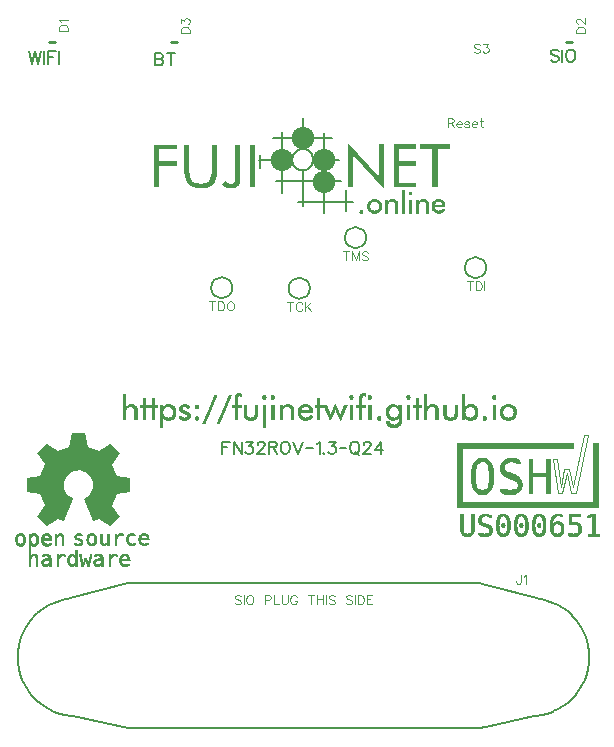
<source format=gbr>
G04 DipTrace 3.3.1.3*
G04 TopSilk.gbr*
%MOMM*%
G04 #@! TF.FileFunction,Legend,Top*
G04 #@! TF.Part,Single*
%ADD10C,0.25*%
%ADD12C,0.076*%
%ADD14C,0.2*%
%ADD17C,0.1*%
%ADD25C,0.15*%
%ADD62O,1.89767X1.88028*%
%ADD63O,1.89767X1.87942*%
%ADD64O,1.89767X1.87856*%
%ADD129C,0.11765*%
%ADD130C,0.15686*%
%FSLAX35Y35*%
G04*
G71*
G90*
G75*
G01*
G04 TopSilk*
%LPD*%
X1628247Y6782973D2*
D10*
X1578267D1*
X6009747D2*
X5959767D1*
X2660123Y6782977D2*
X2610143D1*
X2248840Y2206060D2*
D14*
X2254161D1*
X2316565D1*
X2323337D1*
X3126846D1*
X3142326D1*
X3238592D1*
X3552062D1*
X3884398D1*
X3961315D1*
X3996145D1*
X4023235D1*
X4371051D1*
X4637113D1*
X4780787D1*
X4902208D1*
X5223418D1*
Y2204092D1*
X5276147Y2190315D1*
X5712006Y2075915D1*
X5725551Y2072471D1*
X5744417Y2067428D1*
X5751673Y2066321D1*
X5753125Y2066075D1*
X5799081Y2054512D1*
X5845521Y2037905D1*
X5890026Y2016994D1*
X5932112Y1991777D1*
X5971296Y1962500D1*
X5989195Y1946263D1*
X6007577Y1929534D1*
X6009512Y1927565D1*
X6040472Y1893123D1*
X6041440Y1892385D1*
X6069981Y1853759D1*
X6095136Y1811690D1*
X6115937Y1767406D1*
X6132868Y1721155D1*
X6144478Y1673550D1*
X6151735Y1625084D1*
X6153186Y1592240D1*
X6154153Y1576003D1*
X6151735Y1526922D1*
X6144478Y1478456D1*
X6132868Y1430851D1*
X6115937Y1384599D1*
X6095136Y1340316D1*
X6077721Y1311162D1*
X6069981Y1298246D1*
X6045793Y1266018D1*
X6040472Y1258883D1*
X6009512Y1224440D1*
X6007577Y1222472D1*
X5971296Y1189505D1*
X5932112Y1160229D1*
X5890026Y1135012D1*
X5849391Y1115945D1*
X5845521Y1114100D1*
X5799081Y1097617D1*
X5751673Y1085685D1*
X5703298Y1078427D1*
X5695075Y1078058D1*
X5685400Y1075967D1*
X5276147Y988630D1*
X5223418Y977436D1*
Y975960D1*
X5145051D1*
X5116510D1*
X4887212D1*
X4780787D1*
X4371051D1*
X4159652D1*
X3961315D1*
X3553513D1*
X3552062D1*
X3200860D1*
X3142326D1*
X2965273D1*
X2940118D1*
X2732590D1*
X2323337D1*
X2254161D1*
X2248840D1*
Y977190D1*
X1785407Y1075967D1*
X1775732Y1078058D1*
X1767508Y1078427D1*
X1719133Y1085685D1*
X1671726Y1097617D1*
X1625286Y1114100D1*
X1580781Y1135012D1*
X1538695Y1160229D1*
X1503865Y1186184D1*
X1499511Y1189505D1*
X1481612Y1205374D1*
X1463230Y1222472D1*
X1430335Y1258883D1*
X1400826Y1298246D1*
X1375671Y1340316D1*
X1354870Y1384599D1*
X1337938Y1430851D1*
X1326328Y1478456D1*
X1319072Y1526922D1*
X1316653Y1576003D1*
X1317621Y1592240D1*
X1319072Y1625084D1*
X1326328Y1673550D1*
X1337938Y1721155D1*
X1354870Y1767406D1*
X1375671Y1811690D1*
X1400826Y1853759D1*
X1430335Y1893123D1*
X1463230Y1929534D1*
X1481612Y1946632D1*
X1499511Y1962500D1*
X1503865Y1965945D1*
X1538695Y1991777D1*
X1580781Y2016994D1*
X1625286Y2037905D1*
X1671726Y2054512D1*
X1719133Y2066321D1*
X1724455Y2067182D1*
X1744772Y2072471D1*
X1758317Y2075915D1*
X2248840Y2204584D1*
Y2206060D1*
X4085007Y5127507D2*
G02X4085007Y5127507I90000J0D01*
G01*
X3608757Y4698883D2*
G02X3608757Y4698883I90000J0D01*
G01*
X5101007Y4873507D2*
G02X5101007Y4873507I90000J0D01*
G01*
X2952083Y4703857D2*
G02X2952083Y4703857I90000J0D01*
G01*
G36*
X3284562Y5915563D2*
X3327565D1*
Y5555355D1*
X3284562D1*
Y5915563D1*
G37*
G36*
X4723688Y5916769D2*
X4971210D1*
Y5875167D1*
X4869201D1*
Y5555097D1*
X4825447D1*
Y5875167D1*
X4723688D1*
Y5916769D1*
G37*
G36*
X4499669D2*
X4690685D1*
Y5875856D1*
X4543422D1*
Y5773186D1*
X4690685D1*
Y5733737D1*
X4542672D1*
Y5594546D1*
X4690685D1*
Y5555097D1*
X4499669D1*
Y5916769D1*
G37*
G36*
X4109634Y5555269D2*
Y5932618D1*
X4374157Y5642091D1*
Y5917544D1*
X4415161D1*
Y5537870D1*
X4150638Y5826846D1*
Y5555269D1*
X4109634D1*
G37*
G36*
X3157300Y5914874D2*
X3200554D1*
Y5628482D1*
X3198054Y5604709D1*
X3192804Y5587310D1*
X3185553Y5573874D1*
X3177552Y5564227D1*
X3165801Y5555700D1*
X3152300Y5549929D1*
X3136299Y5547173D1*
X3116547Y5545364D1*
X3102796D1*
X3089544Y5548723D1*
X3070543Y5558111D1*
X3057792Y5566983D1*
X3045291Y5580592D1*
X3074543Y5609877D1*
X3083544Y5599541D1*
X3092045Y5593081D1*
X3104046Y5587052D1*
X3110046Y5584899D1*
X3117297Y5583951D1*
X3128048Y5584554D1*
X3134048Y5586019D1*
X3138549Y5588086D1*
X3143799Y5591617D1*
X3149050Y5597474D1*
X3153050Y5604451D1*
X3155300Y5609447D1*
X3156050Y5615562D1*
X3157050Y5622539D1*
X3157550Y5627879D1*
X3157300Y5914874D1*
G37*
G36*
X2724762Y5915133D2*
X2768516D1*
Y5683349D1*
X2769766Y5662505D1*
X2775017Y5639593D1*
X2783768Y5620299D1*
X2791518Y5610050D1*
X2802769Y5600575D1*
X2819771Y5591962D1*
X2844023Y5586363D1*
X2864525Y5585329D1*
X2893027Y5588086D1*
X2913279Y5594287D1*
X2928280Y5603073D1*
X2936031Y5610050D1*
X2946532Y5624520D1*
X2955033Y5646139D1*
X2960033Y5680076D1*
Y5712806D1*
Y5915305D1*
X3003787D1*
Y5691187D1*
X3000787Y5651996D1*
X2993536Y5622453D1*
X2983035Y5600230D1*
X2969534Y5582659D1*
X2953282Y5568706D1*
X2933531Y5557853D1*
X2908028Y5549757D1*
X2870275Y5545450D1*
X2860524D1*
X2828772Y5547862D1*
X2800519Y5555183D1*
X2779517Y5565347D1*
X2762016Y5578611D1*
X2747264Y5596699D1*
X2735763Y5618749D1*
X2727763Y5648896D1*
X2724512Y5690928D1*
X2724762Y5915133D1*
G37*
X3356318Y5786708D2*
D25*
X3634842D1*
X3553835Y6020043D2*
Y5508327D1*
X3368819Y5825641D2*
Y5719525D1*
X3478079Y5967415D2*
X3972122D1*
X3729601Y6138562D2*
Y5881282D1*
X3912367Y6013410D2*
Y5338214D1*
X3690597Y5431324D2*
X4157638Y5432960D1*
D62*
X3731726Y5968923D3*
G36*
X2661757Y5915908D2*
X2470990D1*
Y5553030D1*
X2514994D1*
Y5733306D1*
X2661757D1*
Y5772669D1*
X2513744D1*
Y5875512D1*
X2661757D1*
Y5915908D1*
G37*
D63*
X3549460Y5784469D3*
X3910492D3*
D64*
Y5602082D3*
X3639343Y5788819D2*
D25*
X3639558Y5795082D1*
X3640203Y5801316D1*
X3641274Y5807488D1*
X3642767Y5813569D1*
X3644673Y5819530D1*
X3646984Y5825341D1*
X3649688Y5830974D1*
X3652773Y5836402D1*
X3656222Y5841598D1*
X3660020Y5846537D1*
X3664148Y5851195D1*
X3668586Y5855548D1*
X3673312Y5859577D1*
X3678303Y5863261D1*
X3683534Y5866582D1*
X3688981Y5869525D1*
X3694617Y5872074D1*
X3700414Y5874217D1*
X3706344Y5875945D1*
X3712378Y5877248D1*
X3718487Y5878120D1*
X3724641Y5878558D1*
X3730810D1*
X3736964Y5878120D1*
X3743073Y5877248D1*
X3749107Y5875945D1*
X3755037Y5874217D1*
X3760834Y5872074D1*
X3766470Y5869525D1*
X3771917Y5866582D1*
X3777149Y5863261D1*
X3782139Y5859577D1*
X3786865Y5855548D1*
X3791303Y5851195D1*
X3795431Y5846537D1*
X3799229Y5841598D1*
X3802678Y5836402D1*
X3805763Y5830974D1*
X3808467Y5825341D1*
X3810778Y5819530D1*
X3812685Y5813569D1*
X3814177Y5807488D1*
X3815248Y5801316D1*
X3815893Y5795082D1*
X3816108Y5788819D1*
X3815893Y5782555D1*
X3815248Y5776322D1*
X3814177Y5770150D1*
X3812685Y5764068D1*
X3810778Y5758107D1*
X3808467Y5752296D1*
X3805763Y5746663D1*
X3802678Y5741235D1*
X3799229Y5736039D1*
X3795431Y5731100D1*
X3791303Y5726443D1*
X3786865Y5722089D1*
X3782139Y5718060D1*
X3777149Y5714376D1*
X3771917Y5711055D1*
X3766470Y5708113D1*
X3760834Y5705563D1*
X3755037Y5703420D1*
X3749107Y5701692D1*
X3743073Y5700389D1*
X3736964Y5699517D1*
X3730810Y5699080D1*
X3724641D1*
X3718487Y5699517D1*
X3712378Y5700389D1*
X3706344Y5701692D1*
X3700414Y5703420D1*
X3694617Y5705563D1*
X3688981Y5708113D1*
X3683534Y5711055D1*
X3678303Y5714376D1*
X3673312Y5718060D1*
X3668586Y5722089D1*
X3664148Y5726443D1*
X3660020Y5731100D1*
X3656222Y5736039D1*
X3652773Y5741235D1*
X3649688Y5746663D1*
X3646984Y5752296D1*
X3644673Y5758107D1*
X3642767Y5764068D1*
X3641274Y5770150D1*
X3640203Y5776322D1*
X3639558Y5782555D1*
X3639343Y5788819D1*
X4095133Y5532788D2*
Y5351737D1*
X3502831Y5608930D2*
X4056130D1*
X4035878Y5786622D2*
X3836110D1*
X3729601Y5695235D2*
X3731101Y5397387D1*
X5845838Y3249542D2*
D17*
X5883395D1*
X5910698Y3018596D1*
X5943067Y3171485D1*
X5983218D1*
X6015957Y3018227D1*
X6108368Y3461043D1*
X6145925D1*
X6038442Y2964960D1*
X6001997D1*
X5963204Y3134161D1*
X5924782Y2964960D1*
X5888337D1*
X5845838Y3249542D1*
G36*
X6020652Y3389621D2*
Y3340225D1*
X5082338D1*
Y2885429D1*
X6184594D1*
X6183606Y3389621D1*
X6233024D1*
Y2836309D1*
X5033662D1*
Y3389621D1*
X6020652D1*
G37*
G36*
X1657945Y2746260D2*
X1701544Y2728314D1*
X1707196Y2730994D1*
X1782284Y2915237D1*
X1781015Y2920015D1*
X1765329Y2928173D1*
X1751141Y2938661D1*
X1737992Y2950897D1*
X1725189Y2967562D1*
X1717577Y2983994D1*
X1710772Y3003455D1*
X1707542Y3021285D1*
X1706850Y3042378D1*
X1709733Y3061257D1*
X1713309Y3074193D1*
X1720691Y3091090D1*
X1730726Y3107056D1*
X1743067Y3121506D1*
X1758177Y3134325D1*
X1773979Y3143648D1*
X1792780Y3151689D1*
X1811927Y3156234D1*
X1829920Y3157749D1*
X1843762Y3156700D1*
X1863485Y3153087D1*
X1882055Y3146328D1*
X1898088Y3137122D1*
X1912506Y3126517D1*
X1927039Y3111134D1*
X1937189Y3096334D1*
X1946417Y3077456D1*
X1951376Y3059859D1*
X1953222Y3046340D1*
X1953914Y3027578D1*
X1951953Y3009282D1*
X1946647Y2990170D1*
X1937881Y2970825D1*
X1926808Y2955675D1*
X1914697Y2942623D1*
X1899126Y2930737D1*
X1881363Y2920715D1*
X1879056Y2917452D1*
X1879518Y2913373D1*
X1954491Y2730062D1*
X1960027Y2728197D1*
X2004088Y2746377D1*
X2097746Y2683797D1*
X2100168D1*
X2180216Y2763158D1*
X2180447Y2766537D1*
X2117354Y2859650D1*
X2156340Y2953927D1*
X2268915Y2975836D1*
X2268684Y3091673D1*
X2155764Y3113465D1*
X2117239Y3206577D1*
X2181831Y3302603D1*
X2099246Y3384528D1*
X2004549Y3320666D1*
X1910660Y3358890D1*
X1888745Y3471580D1*
X1772711Y3471813D1*
X1750334Y3359007D1*
X1657022Y3320433D1*
X1561979Y3384295D1*
X1479740Y3302603D1*
X1543640Y3207626D1*
X1505116Y3113698D1*
X1392310Y3091789D1*
Y2975603D1*
X1505116Y2953345D1*
X1543409Y2861281D1*
X1479971Y2765489D1*
X1561749Y2682632D1*
X1655522Y2746144D1*
X1657945Y2746260D1*
G37*
X3174553Y3809030D2*
D12*
X3201153D1*
X4227153D2*
X4253753D1*
X2205553Y3805230D2*
X2224553D1*
X3167847D2*
X3202907D1*
X4220447D2*
X4255507D1*
X4755353D2*
X4774353D1*
X5078353D2*
X5097353D1*
X2205553Y3801430D2*
X2224553D1*
X3162955D2*
X3203999D1*
X4215555D2*
X4256599D1*
X4755353D2*
X4774353D1*
X5078353D2*
X5097353D1*
X2205553Y3797630D2*
X2224553D1*
X3159652D2*
X3204552D1*
X4212252D2*
X4257152D1*
X4755353D2*
X4774353D1*
X5078353D2*
X5097353D1*
X2205553Y3793830D2*
X2224553D1*
X2980753D2*
X2995953D1*
X3102353D2*
X3117553D1*
X3157437D2*
X3204806D1*
X3391153D2*
X3406353D1*
X3463353D2*
X3478553D1*
X4128353D2*
X4143553D1*
X4210037D2*
X4257406D1*
X4284153D2*
X4299353D1*
X4610953D2*
X4626153D1*
X4755353D2*
X4774353D1*
X5078353D2*
X5097353D1*
X5336753D2*
X5351953D1*
X2205553Y3790030D2*
X2224553D1*
X2979310D2*
X2994639D1*
X3100910D2*
X3116239D1*
X3155825D2*
X3178955D1*
X3201153D2*
X3204953D1*
X3388812D2*
X3408695D1*
X3461012D2*
X3480895D1*
X4126012D2*
X4145895D1*
X4208425D2*
X4231555D1*
X4253753D2*
X4257553D1*
X4281812D2*
X4301695D1*
X4608612D2*
X4628495D1*
X4755353D2*
X4774353D1*
X5078353D2*
X5097353D1*
X5334412D2*
X5354295D1*
X2205553Y3786230D2*
X2224553D1*
X2977677D2*
X2993375D1*
X3099277D2*
X3114975D1*
X3154381D2*
X3176246D1*
X3386793D2*
X3410728D1*
X3458993D2*
X3482928D1*
X4123993D2*
X4147928D1*
X4206981D2*
X4228846D1*
X4279793D2*
X4303728D1*
X4606593D2*
X4630528D1*
X4755353D2*
X4774353D1*
X5078353D2*
X5097353D1*
X5332393D2*
X5356328D1*
X2205553Y3782430D2*
X2224553D1*
X2975912D2*
X2992155D1*
X3097512D2*
X3113755D1*
X3153178D2*
X3174063D1*
X3385391D2*
X3412250D1*
X3457591D2*
X3484450D1*
X4122591D2*
X4149450D1*
X4205778D2*
X4226663D1*
X4278391D2*
X4305250D1*
X4605191D2*
X4632050D1*
X4755353D2*
X4774353D1*
X5078353D2*
X5097353D1*
X5330991D2*
X5357850D1*
X2205553Y3778630D2*
X2224553D1*
X2974081D2*
X2990739D1*
X3095681D2*
X3112339D1*
X3152425D2*
X3172471D1*
X3384614D2*
X3413012D1*
X3456814D2*
X3485212D1*
X4121814D2*
X4150212D1*
X4205025D2*
X4225071D1*
X4277614D2*
X4306012D1*
X4604414D2*
X4632812D1*
X4755353D2*
X4774353D1*
X5078353D2*
X5097353D1*
X5330214D2*
X5358612D1*
X2205553Y3774830D2*
X2224553D1*
X2972325D2*
X2989098D1*
X3093925D2*
X3110698D1*
X3152039D2*
X3171541D1*
X3385491D2*
X3413210D1*
X3457691D2*
X3485410D1*
X4122691D2*
X4150410D1*
X4204639D2*
X4224141D1*
X4278491D2*
X4306210D1*
X4605291D2*
X4633010D1*
X4755353D2*
X4774353D1*
X5078353D2*
X5097353D1*
X5331091D2*
X5358810D1*
X2205553Y3771030D2*
X2224553D1*
X2970796D2*
X2987323D1*
X3092396D2*
X3108923D1*
X3151866D2*
X3171083D1*
X3386932D2*
X3411596D1*
X3459132D2*
X3483796D1*
X4124132D2*
X4148796D1*
X4204466D2*
X4223683D1*
X4279932D2*
X4304596D1*
X4606732D2*
X4631396D1*
X4755353D2*
X4774353D1*
X5078353D2*
X5097353D1*
X5332532D2*
X5357196D1*
X2205553Y3767230D2*
X2224553D1*
X2372753D2*
X2391753D1*
X2448753D2*
X2467753D1*
X2969447D2*
X2985486D1*
X3091047D2*
X3107086D1*
X3151795D2*
X3170881D1*
X3388886D2*
X3409178D1*
X3461086D2*
X3481378D1*
X3850953D2*
X3869953D1*
X4126086D2*
X4146378D1*
X4204395D2*
X4223481D1*
X4281886D2*
X4302178D1*
X4608686D2*
X4628978D1*
X4683153D2*
X4702153D1*
X4755353D2*
X4774353D1*
X5078353D2*
X5097353D1*
X5334486D2*
X5354778D1*
X2205553Y3763430D2*
X2224553D1*
X2372753D2*
X2391753D1*
X2448753D2*
X2467753D1*
X2967975D2*
X2983727D1*
X3089575D2*
X3105327D1*
X3151768D2*
X3170801D1*
X3391153D2*
X3406353D1*
X3463353D2*
X3478553D1*
X3850953D2*
X3869953D1*
X4128353D2*
X4143553D1*
X4204368D2*
X4223401D1*
X4284153D2*
X4299353D1*
X4610953D2*
X4626153D1*
X4683153D2*
X4702153D1*
X4755353D2*
X4774353D1*
X5078353D2*
X5097353D1*
X5336753D2*
X5351953D1*
X2205553Y3759630D2*
X2224553D1*
X2372753D2*
X2391753D1*
X2448753D2*
X2467753D1*
X2966311D2*
X2982197D1*
X3087911D2*
X3103797D1*
X3151758D2*
X3170770D1*
X3850953D2*
X3869953D1*
X4204358D2*
X4223370D1*
X4683153D2*
X4702153D1*
X4755353D2*
X4774353D1*
X5078353D2*
X5097353D1*
X2205553Y3755830D2*
X2224553D1*
X2372753D2*
X2391753D1*
X2448753D2*
X2467753D1*
X2964528D2*
X2980847D1*
X3086128D2*
X3102447D1*
X3151755D2*
X3170759D1*
X3850953D2*
X3869953D1*
X4204355D2*
X4223359D1*
X4683153D2*
X4702153D1*
X4755353D2*
X4774353D1*
X5078353D2*
X5097353D1*
X2205553Y3752030D2*
X2224553D1*
X2372753D2*
X2391753D1*
X2448753D2*
X2467753D1*
X2962687D2*
X2979375D1*
X3084287D2*
X3100975D1*
X3151754D2*
X3170755D1*
X3850953D2*
X3869953D1*
X4204354D2*
X4223355D1*
X4683153D2*
X4702153D1*
X4755353D2*
X4774353D1*
X5078353D2*
X5097353D1*
X2205553Y3748230D2*
X2224553D1*
X2372753D2*
X2391753D1*
X2448753D2*
X2467753D1*
X2960928D2*
X2977711D1*
X3082528D2*
X3099311D1*
X3151754D2*
X3170754D1*
X3850953D2*
X3869953D1*
X4204354D2*
X4223354D1*
X4683153D2*
X4702153D1*
X4755353D2*
X4774353D1*
X5078353D2*
X5097353D1*
X2205553Y3744430D2*
X2224553D1*
X2372753D2*
X2391753D1*
X2448753D2*
X2467753D1*
X2959397D2*
X2975928D1*
X3080997D2*
X3097528D1*
X3151753D2*
X3170754D1*
X3850953D2*
X3869953D1*
X4204353D2*
X4223354D1*
X4683153D2*
X4702153D1*
X4755353D2*
X4774353D1*
X5078353D2*
X5097353D1*
X2205553Y3740630D2*
X2224553D1*
X2372753D2*
X2391753D1*
X2448753D2*
X2467753D1*
X2958047D2*
X2974087D1*
X3079647D2*
X3095687D1*
X3151753D2*
X3170753D1*
X3850953D2*
X3869953D1*
X4204353D2*
X4223353D1*
X4683153D2*
X4702153D1*
X4755353D2*
X4774353D1*
X5078353D2*
X5097353D1*
X2205553Y3736830D2*
X2224553D1*
X2372753D2*
X2391753D1*
X2448753D2*
X2467753D1*
X2956575D2*
X2972328D1*
X3078175D2*
X3093928D1*
X3151753D2*
X3170753D1*
X3850953D2*
X3869953D1*
X4204353D2*
X4223353D1*
X4683153D2*
X4702153D1*
X4755353D2*
X4774353D1*
X5078353D2*
X5097353D1*
X2205553Y3733030D2*
X2224553D1*
X2372753D2*
X2391753D1*
X2448753D2*
X2467753D1*
X2954911D2*
X2970797D1*
X3076511D2*
X3092397D1*
X3151753D2*
X3170753D1*
X3850953D2*
X3869953D1*
X4204353D2*
X4223353D1*
X4683153D2*
X4702153D1*
X4755353D2*
X4774353D1*
X5078353D2*
X5097353D1*
X2205553Y3729230D2*
X2224553D1*
X2372753D2*
X2391753D1*
X2448753D2*
X2467753D1*
X2953128D2*
X2969447D1*
X3074728D2*
X3091047D1*
X3151753D2*
X3170753D1*
X3850953D2*
X3869953D1*
X4204353D2*
X4223353D1*
X4683153D2*
X4702153D1*
X4755353D2*
X4774353D1*
X5078353D2*
X5097353D1*
X2205553Y3725430D2*
X2224553D1*
X2372753D2*
X2391753D1*
X2448753D2*
X2467753D1*
X2951287D2*
X2967975D1*
X3072887D2*
X3089575D1*
X3151753D2*
X3170753D1*
X3850953D2*
X3869953D1*
X4204353D2*
X4223353D1*
X4683153D2*
X4702153D1*
X4755353D2*
X4774353D1*
X5078353D2*
X5097353D1*
X2205553Y3721630D2*
X2224553D1*
X2372753D2*
X2391753D1*
X2448753D2*
X2467753D1*
X2949528D2*
X2966311D1*
X3071128D2*
X3087911D1*
X3151753D2*
X3170753D1*
X3850953D2*
X3869953D1*
X4204353D2*
X4223353D1*
X4683153D2*
X4702153D1*
X4755353D2*
X4774353D1*
X5078353D2*
X5097353D1*
X2205553Y3717830D2*
X2224553D1*
X2258753D2*
X2289153D1*
X2372753D2*
X2391753D1*
X2448753D2*
X2467753D1*
X2574153D2*
X2604553D1*
X2710953D2*
X2741353D1*
X2947997D2*
X2964528D1*
X3069597D2*
X3086128D1*
X3151753D2*
X3170753D1*
X3584953D2*
X3615353D1*
X3733153D2*
X3763553D1*
X3850953D2*
X3869953D1*
X3999153D2*
X4002953D1*
X4204353D2*
X4223353D1*
X4474153D2*
X4504553D1*
X4683153D2*
X4702153D1*
X4755353D2*
X4774353D1*
X4808553D2*
X4838953D1*
X5078353D2*
X5097353D1*
X5131553D2*
X5165753D1*
X5446953D2*
X5481153D1*
X2205553Y3714030D2*
X2224553D1*
X2251445D2*
X2296904D1*
X2349953D2*
X2418353D1*
X2425953D2*
X2494353D1*
X2520953D2*
X2539953D1*
X2567300D2*
X2613161D1*
X2703645D2*
X2748207D1*
X2821153D2*
X2836353D1*
X2946647D2*
X2962687D1*
X3068247D2*
X3084287D1*
X3125153D2*
X3204953D1*
X3227753D2*
X3246753D1*
X3322753D2*
X3341753D1*
X3391153D2*
X3410153D1*
X3463353D2*
X3482353D1*
X3531753D2*
X3550753D1*
X3577645D2*
X3623104D1*
X3724546D2*
X3772161D1*
X3828153D2*
X3923153D1*
X3997710D2*
X4004267D1*
X4078953D2*
X4101753D1*
X4128353D2*
X4147353D1*
X4177753D2*
X4257553D1*
X4284153D2*
X4303153D1*
X4466258D2*
X4513175D1*
X4538753D2*
X4557753D1*
X4610953D2*
X4629953D1*
X4660353D2*
X4728753D1*
X4755353D2*
X4774353D1*
X4801245D2*
X4846704D1*
X4918753D2*
X4937753D1*
X5013753D2*
X5032753D1*
X5078353D2*
X5097353D1*
X5124700D2*
X5172607D1*
X5336753D2*
X5355753D1*
X5438346D2*
X5489905D1*
X2205553Y3710230D2*
X2224568D1*
X2245448D2*
X2303342D1*
X2349953D2*
X2418353D1*
X2425953D2*
X2494353D1*
X2520953D2*
X2539968D1*
X2561263D2*
X2620274D1*
X2697677D2*
X2754214D1*
X2818812D2*
X2839407D1*
X2945175D2*
X2960928D1*
X3066775D2*
X3082528D1*
X3125153D2*
X3204953D1*
X3227753D2*
X3246753D1*
X3322753D2*
X3341753D1*
X3391153D2*
X3410153D1*
X3463353D2*
X3482353D1*
X3531753D2*
X3550768D1*
X3571648D2*
X3629542D1*
X3717432D2*
X3779274D1*
X3828153D2*
X3896553D1*
X3904755D2*
X3925052D1*
X3996091D2*
X4005532D1*
X4076612D2*
X4099397D1*
X4128353D2*
X4147353D1*
X4177753D2*
X4257553D1*
X4284153D2*
X4303153D1*
X4459348D2*
X4520434D1*
X4538598D2*
X4557753D1*
X4610953D2*
X4629953D1*
X4660353D2*
X4728753D1*
X4755353D2*
X4774368D1*
X4795248D2*
X4853142D1*
X4918753D2*
X4937753D1*
X5013753D2*
X5032753D1*
X5078353D2*
X5097368D1*
X5118663D2*
X5178629D1*
X5336753D2*
X5355753D1*
X5431232D2*
X5497506D1*
X2205553Y3706430D2*
X2224713D1*
X2240398D2*
X2308305D1*
X2349953D2*
X2418353D1*
X2425953D2*
X2494353D1*
X2520953D2*
X2540113D1*
X2556046D2*
X2625884D1*
X2692906D2*
X2759138D1*
X2816793D2*
X2841629D1*
X2943511D2*
X2959397D1*
X3065111D2*
X3080997D1*
X3125153D2*
X3204953D1*
X3227753D2*
X3246753D1*
X3322753D2*
X3341753D1*
X3391153D2*
X3410153D1*
X3463353D2*
X3482353D1*
X3531753D2*
X3550913D1*
X3566598D2*
X3634505D1*
X3711807D2*
X3784899D1*
X3828153D2*
X3896553D1*
X3905831D2*
X3926645D1*
X3994446D2*
X4006751D1*
X4074564D2*
X4097230D1*
X4128353D2*
X4147353D1*
X4177753D2*
X4257553D1*
X4284153D2*
X4303153D1*
X4453593D2*
X4526651D1*
X4538007D2*
X4557753D1*
X4610953D2*
X4629953D1*
X4660353D2*
X4728753D1*
X4755353D2*
X4774513D1*
X4790198D2*
X4858105D1*
X4918753D2*
X4937753D1*
X5013753D2*
X5032753D1*
X5078353D2*
X5097513D1*
X5113446D2*
X5183702D1*
X5336753D2*
X5355753D1*
X5425607D2*
X5504042D1*
X2205553Y3702630D2*
X2225300D1*
X2235521D2*
X2312137D1*
X2349953D2*
X2418353D1*
X2425953D2*
X2494353D1*
X2520953D2*
X2540700D1*
X2551040D2*
X2630413D1*
X2689116D2*
X2762893D1*
X2815391D2*
X2842887D1*
X2941728D2*
X2958047D1*
X3063328D2*
X3079647D1*
X3125153D2*
X3204953D1*
X3227753D2*
X3246753D1*
X3322753D2*
X3341753D1*
X3391153D2*
X3410153D1*
X3463353D2*
X3482353D1*
X3531753D2*
X3551500D1*
X3561721D2*
X3638337D1*
X3707145D2*
X3789547D1*
X3828153D2*
X3896553D1*
X3907314D2*
X3928242D1*
X3992965D2*
X4008167D1*
X4072894D2*
X4095195D1*
X4128353D2*
X4147353D1*
X4177753D2*
X4257553D1*
X4284153D2*
X4303153D1*
X4449137D2*
X4532651D1*
X4536708D2*
X4557753D1*
X4610953D2*
X4629953D1*
X4660353D2*
X4728753D1*
X4755353D2*
X4775100D1*
X4785321D2*
X4861937D1*
X4918753D2*
X4937753D1*
X5013753D2*
X5032753D1*
X5078353D2*
X5098100D1*
X5108440D2*
X5188104D1*
X5336753D2*
X5355753D1*
X5420945D2*
X5509664D1*
X2205553Y3698830D2*
X2226599D1*
X2230217D2*
X2251328D1*
X2280792D2*
X2315208D1*
X2349953D2*
X2418353D1*
X2425953D2*
X2494353D1*
X2520953D2*
X2541999D1*
X2545664D2*
X2570513D1*
X2600579D2*
X2634080D1*
X2686176D2*
X2710968D1*
X2736792D2*
X2765752D1*
X2814614D2*
X2843355D1*
X2939887D2*
X2956575D1*
X3061487D2*
X3078175D1*
X3125153D2*
X3204953D1*
X3227753D2*
X3246753D1*
X3322753D2*
X3341753D1*
X3391153D2*
X3410153D1*
X3463353D2*
X3482353D1*
X3531753D2*
X3552799D1*
X3556417D2*
X3577528D1*
X3606992D2*
X3641408D1*
X3702994D2*
X3733313D1*
X3763379D2*
X3793579D1*
X3828153D2*
X3896553D1*
X3909023D2*
X3929946D1*
X3991636D2*
X4009808D1*
X4071484D2*
X4093241D1*
X4128353D2*
X4147353D1*
X4177753D2*
X4257553D1*
X4284153D2*
X4303153D1*
X4445829D2*
X4483247D1*
X4506860D2*
X4557753D1*
X4610953D2*
X4629953D1*
X4660353D2*
X4728753D1*
X4755353D2*
X4776399D1*
X4780017D2*
X4801128D1*
X4830592D2*
X4865008D1*
X4918753D2*
X4937753D1*
X5013753D2*
X5032753D1*
X5078353D2*
X5099399D1*
X5103064D2*
X5132475D1*
X5157994D2*
X5192037D1*
X5336753D2*
X5355753D1*
X5416794D2*
X5450913D1*
X5476004D2*
X5514359D1*
X2205553Y3695030D2*
X2244497D1*
X2286680D2*
X2317483D1*
X2372753D2*
X2391753D1*
X2448753D2*
X2467753D1*
X2520953D2*
X2563563D1*
X2607410D2*
X2636980D1*
X2683908D2*
X2707317D1*
X2742670D2*
X2766144D1*
X2815491D2*
X2843332D1*
X2938128D2*
X2954911D1*
X3059728D2*
X3076511D1*
X3151753D2*
X3170753D1*
X3227753D2*
X3246753D1*
X3322753D2*
X3341753D1*
X3391153D2*
X3410153D1*
X3463353D2*
X3482353D1*
X3531753D2*
X3570697D1*
X3612880D2*
X3643683D1*
X3699199D2*
X3726363D1*
X3770210D2*
X3797024D1*
X3850953D2*
X3869953D1*
X3910835D2*
X3931633D1*
X3990171D2*
X4011584D1*
X4069988D2*
X4091330D1*
X4128353D2*
X4147353D1*
X4204353D2*
X4223353D1*
X4284153D2*
X4303153D1*
X4443266D2*
X4475017D1*
X4515104D2*
X4557753D1*
X4610953D2*
X4629953D1*
X4683153D2*
X4702153D1*
X4755353D2*
X4794297D1*
X4836480D2*
X4867283D1*
X4918753D2*
X4937753D1*
X5013753D2*
X5032753D1*
X5078353D2*
X5123421D1*
X5164943D2*
X5195444D1*
X5336753D2*
X5355753D1*
X5412984D2*
X5443948D1*
X5484721D2*
X5518156D1*
X2205553Y3691230D2*
X2238940D1*
X2291254D2*
X2319183D1*
X2372753D2*
X2391753D1*
X2448753D2*
X2467753D1*
X2520953D2*
X2557640D1*
X2612967D2*
X2639360D1*
X2682286D2*
X2704149D1*
X2747159D2*
X2763780D1*
X2816932D2*
X2841653D1*
X2936597D2*
X2953128D1*
X3058197D2*
X3074728D1*
X3151753D2*
X3170753D1*
X3227753D2*
X3246753D1*
X3322753D2*
X3341753D1*
X3391153D2*
X3410153D1*
X3463353D2*
X3482353D1*
X3531753D2*
X3565140D1*
X3617454D2*
X3645383D1*
X3695963D2*
X3720440D1*
X3775767D2*
X3799819D1*
X3850953D2*
X3869953D1*
X3912584D2*
X3933131D1*
X3988510D2*
X4013421D1*
X4068331D2*
X4089543D1*
X4128353D2*
X4147353D1*
X4204353D2*
X4223353D1*
X4284153D2*
X4303153D1*
X4441078D2*
X4468805D1*
X4521435D2*
X4557753D1*
X4610953D2*
X4629953D1*
X4683153D2*
X4702153D1*
X4755353D2*
X4788740D1*
X4841054D2*
X4868983D1*
X4918753D2*
X4937753D1*
X5013753D2*
X5032753D1*
X5078353D2*
X5116576D1*
X5170866D2*
X5198226D1*
X5336753D2*
X5355753D1*
X5409629D2*
X5437907D1*
X5491844D2*
X5521127D1*
X2205553Y3687430D2*
X2234915D1*
X2294613D2*
X2320681D1*
X2372753D2*
X2391753D1*
X2448753D2*
X2467753D1*
X2520953D2*
X2553057D1*
X2617006D2*
X2641458D1*
X2681346D2*
X2701907D1*
X2750306D2*
X2760372D1*
X2818886D2*
X2839200D1*
X2935247D2*
X2951287D1*
X3056847D2*
X3072887D1*
X3151753D2*
X3170753D1*
X3227753D2*
X3246753D1*
X3322753D2*
X3341753D1*
X3391153D2*
X3410153D1*
X3463353D2*
X3482353D1*
X3531753D2*
X3561115D1*
X3620813D2*
X3646881D1*
X3693553D2*
X3715857D1*
X3779791D2*
X3802045D1*
X3850953D2*
X3869953D1*
X3914111D2*
X3934467D1*
X3986727D2*
X4015179D1*
X4066663D2*
X4088003D1*
X4128353D2*
X4147353D1*
X4204353D2*
X4223353D1*
X4284153D2*
X4303153D1*
X4439069D2*
X4464270D1*
X4526336D2*
X4557753D1*
X4610953D2*
X4629953D1*
X4683153D2*
X4702153D1*
X4755353D2*
X4784715D1*
X4844413D2*
X4870481D1*
X4918753D2*
X4937753D1*
X5013753D2*
X5032753D1*
X5078353D2*
X5111802D1*
X5175450D2*
X5200433D1*
X5336753D2*
X5355753D1*
X5406854D2*
X5432958D1*
X5497354D2*
X5523539D1*
X2205553Y3683630D2*
X2232087D1*
X2297073D2*
X2321910D1*
X2372753D2*
X2391753D1*
X2448753D2*
X2467753D1*
X2520953D2*
X2549695D1*
X2619953D2*
X2643320D1*
X2680899D2*
X2700409D1*
X2752753D2*
X2756553D1*
X2821153D2*
X2836353D1*
X2933775D2*
X2949528D1*
X3055375D2*
X3071128D1*
X3151753D2*
X3170753D1*
X3227753D2*
X3246753D1*
X3322753D2*
X3341753D1*
X3391153D2*
X3410153D1*
X3463353D2*
X3482353D1*
X3531753D2*
X3558287D1*
X3623273D2*
X3648110D1*
X3691780D2*
X3712495D1*
X3782619D2*
X3803780D1*
X3850953D2*
X3869953D1*
X3915460D2*
X3935935D1*
X3984887D2*
X4016710D1*
X4065172D2*
X4086649D1*
X4128353D2*
X4147353D1*
X4204353D2*
X4223353D1*
X4284153D2*
X4303153D1*
X4437139D2*
X4460995D1*
X4530170D2*
X4557753D1*
X4610953D2*
X4629953D1*
X4683153D2*
X4702153D1*
X4755353D2*
X4781887D1*
X4846873D2*
X4871710D1*
X4918753D2*
X4937753D1*
X5013753D2*
X5032753D1*
X5078353D2*
X5108237D1*
X5178811D2*
X5202047D1*
X5336753D2*
X5355753D1*
X5404521D2*
X5429037D1*
X5501306D2*
X5525665D1*
X2205553Y3679830D2*
X2230092D1*
X2298773D2*
X2322675D1*
X2372753D2*
X2391753D1*
X2448753D2*
X2467753D1*
X2520953D2*
X2547220D1*
X2622299D2*
X2644889D1*
X2680830D2*
X2700425D1*
X2932111D2*
X2947997D1*
X3053711D2*
X3069597D1*
X3151753D2*
X3170753D1*
X3227753D2*
X3246753D1*
X3322753D2*
X3341753D1*
X3391153D2*
X3410153D1*
X3463353D2*
X3482353D1*
X3531753D2*
X3556292D1*
X3624973D2*
X3648875D1*
X3690233D2*
X3710035D1*
X3784630D2*
X3805197D1*
X3850953D2*
X3869953D1*
X3916932D2*
X3937582D1*
X3983128D2*
X4018059D1*
X4063838D2*
X4085175D1*
X4128353D2*
X4147353D1*
X4204353D2*
X4223353D1*
X4284153D2*
X4303153D1*
X4435361D2*
X4458574D1*
X4533124D2*
X4557753D1*
X4610953D2*
X4629953D1*
X4683153D2*
X4702153D1*
X4755353D2*
X4779892D1*
X4848573D2*
X4872475D1*
X4918753D2*
X4937753D1*
X5013753D2*
X5032753D1*
X5078353D2*
X5105344D1*
X5181272D2*
X5203113D1*
X5336753D2*
X5355753D1*
X5402440D2*
X5426013D1*
X5504198D2*
X5527651D1*
X2205553Y3676030D2*
X2228570D1*
X2299744D2*
X2323065D1*
X2372753D2*
X2391753D1*
X2448753D2*
X2467753D1*
X2520953D2*
X2545385D1*
X2624247D2*
X2646237D1*
X2681248D2*
X2702156D1*
X2930328D2*
X2946647D1*
X3051928D2*
X3068247D1*
X3151753D2*
X3170753D1*
X3227753D2*
X3246753D1*
X3322753D2*
X3341753D1*
X3391153D2*
X3410153D1*
X3463353D2*
X3482353D1*
X3531753D2*
X3554770D1*
X3625944D2*
X3649265D1*
X3688856D2*
X3708333D1*
X3786299D2*
X3806567D1*
X3850953D2*
X3869953D1*
X3918596D2*
X3939246D1*
X3981597D2*
X4019532D1*
X4062372D2*
X4083511D1*
X4128353D2*
X4147353D1*
X4204353D2*
X4223353D1*
X4284153D2*
X4303153D1*
X4433952D2*
X4456767D1*
X4535397D2*
X4557753D1*
X4610953D2*
X4629953D1*
X4683153D2*
X4702153D1*
X4755353D2*
X4778370D1*
X4849544D2*
X4872865D1*
X4918753D2*
X4937753D1*
X5013753D2*
X5032753D1*
X5078353D2*
X5103159D1*
X5182988D2*
X5204057D1*
X5336753D2*
X5355753D1*
X5400599D2*
X5423580D1*
X5506518D2*
X5529572D1*
X2205553Y3672230D2*
X2227161D1*
X2300217D2*
X2323240D1*
X2372753D2*
X2391753D1*
X2448753D2*
X2467753D1*
X2520953D2*
X2543930D1*
X2625735D2*
X2647581D1*
X2682276D2*
X2706794D1*
X2928487D2*
X2945175D1*
X3050087D2*
X3066775D1*
X3151753D2*
X3170753D1*
X3227753D2*
X3246753D1*
X3322753D2*
X3341753D1*
X3391153D2*
X3410153D1*
X3463353D2*
X3482353D1*
X3531753D2*
X3553361D1*
X3626417D2*
X3649440D1*
X3687602D2*
X3707360D1*
X3788328D2*
X3807742D1*
X3850953D2*
X3869953D1*
X3920379D2*
X3940735D1*
X3980247D2*
X3995209D1*
X4006898D2*
X4021196D1*
X4060725D2*
X4081728D1*
X4128353D2*
X4147353D1*
X4204353D2*
X4223353D1*
X4284153D2*
X4303153D1*
X4433097D2*
X4455323D1*
X4537020D2*
X4557753D1*
X4610953D2*
X4629953D1*
X4683153D2*
X4702153D1*
X4755353D2*
X4776961D1*
X4850017D2*
X4873040D1*
X4918753D2*
X4937753D1*
X5013753D2*
X5032753D1*
X5078353D2*
X5101499D1*
X5184092D2*
X5205168D1*
X5336753D2*
X5355753D1*
X5399166D2*
X5421461D1*
X5508453D2*
X5531347D1*
X2205553Y3668430D2*
X2225972D1*
X2300423D2*
X2323311D1*
X2372753D2*
X2391753D1*
X2448753D2*
X2467753D1*
X2520953D2*
X2542547D1*
X2626746D2*
X2648747D1*
X2683887D2*
X2713203D1*
X2926728D2*
X2943511D1*
X3048328D2*
X3065111D1*
X3151753D2*
X3170753D1*
X3227753D2*
X3246753D1*
X3322753D2*
X3341753D1*
X3391153D2*
X3410153D1*
X3463353D2*
X3482353D1*
X3531753D2*
X3552172D1*
X3626623D2*
X3649511D1*
X3686300D2*
X3706863D1*
X3790981D2*
X3808486D1*
X3850953D2*
X3869953D1*
X3922219D2*
X3942069D1*
X3978775D2*
X3994707D1*
X4007400D2*
X4022979D1*
X4059061D2*
X4079887D1*
X4128353D2*
X4147353D1*
X4204353D2*
X4223353D1*
X4284153D2*
X4303153D1*
X4432667D2*
X4453945D1*
X4537975D2*
X4557753D1*
X4610953D2*
X4629953D1*
X4683153D2*
X4702153D1*
X4755353D2*
X4775772D1*
X4850223D2*
X4873111D1*
X4918753D2*
X4937753D1*
X5013753D2*
X5032753D1*
X5078353D2*
X5100016D1*
X5185050D2*
X5206223D1*
X5336753D2*
X5355753D1*
X5398287D2*
X5419606D1*
X5509937D2*
X5532755D1*
X2205553Y3664630D2*
X2225223D1*
X2300505D2*
X2323338D1*
X2372753D2*
X2391753D1*
X2448753D2*
X2467753D1*
X2520953D2*
X2541367D1*
X2627669D2*
X2649488D1*
X2686237D2*
X2721329D1*
X2925197D2*
X2941728D1*
X3046797D2*
X3063328D1*
X3151753D2*
X3170753D1*
X3227753D2*
X3246753D1*
X3322753D2*
X3341753D1*
X3391153D2*
X3410153D1*
X3463353D2*
X3482353D1*
X3531753D2*
X3551423D1*
X3626705D2*
X3649538D1*
X3685150D2*
X3808869D1*
X3850953D2*
X3869953D1*
X3923979D2*
X3943535D1*
X3977111D2*
X3993662D1*
X4008444D2*
X4024819D1*
X4057572D2*
X4078128D1*
X4128353D2*
X4147353D1*
X4204353D2*
X4223353D1*
X4284153D2*
X4303153D1*
X4432476D2*
X4452766D1*
X4538571D2*
X4557753D1*
X4610953D2*
X4629953D1*
X4683153D2*
X4702153D1*
X4755353D2*
X4775023D1*
X4850305D2*
X4873138D1*
X4918753D2*
X4937753D1*
X5013753D2*
X5032753D1*
X5078353D2*
X5098793D1*
X5186166D2*
X5206917D1*
X5336753D2*
X5355753D1*
X5397720D2*
X5418168D1*
X5510947D2*
X5533610D1*
X2205553Y3660830D2*
X2224839D1*
X2300536D2*
X2323348D1*
X2372753D2*
X2391753D1*
X2448753D2*
X2467753D1*
X2520953D2*
X2540622D1*
X2628772D2*
X2649869D1*
X2689738D2*
X2730428D1*
X2923847D2*
X2939887D1*
X3045447D2*
X3061487D1*
X3151753D2*
X3170753D1*
X3227753D2*
X3246753D1*
X3322753D2*
X3341753D1*
X3391153D2*
X3410153D1*
X3463353D2*
X3482353D1*
X3531753D2*
X3551039D1*
X3626736D2*
X3649548D1*
X3684416D2*
X3809041D1*
X3850953D2*
X3869953D1*
X3925509D2*
X3945182D1*
X3975328D2*
X3992189D1*
X4009918D2*
X4026579D1*
X4056238D2*
X4076597D1*
X4128353D2*
X4147353D1*
X4204353D2*
X4223353D1*
X4284153D2*
X4303153D1*
X4432399D2*
X4452021D1*
X4539257D2*
X4557753D1*
X4610953D2*
X4629953D1*
X4683153D2*
X4702153D1*
X4755353D2*
X4774639D1*
X4850336D2*
X4873148D1*
X4918753D2*
X4937753D1*
X5013753D2*
X5032753D1*
X5078353D2*
X5098031D1*
X5187222D2*
X5207280D1*
X5336753D2*
X5355753D1*
X5397059D2*
X5417302D1*
X5511854D2*
X5534040D1*
X2205553Y3657030D2*
X2224666D1*
X2300548D2*
X2323352D1*
X2372753D2*
X2391753D1*
X2448753D2*
X2467753D1*
X2520953D2*
X2540238D1*
X2629825D2*
X2650041D1*
X2694622D2*
X2739370D1*
X2922375D2*
X2938128D1*
X3043975D2*
X3059728D1*
X3151753D2*
X3170753D1*
X3227753D2*
X3246753D1*
X3322753D2*
X3341753D1*
X3391153D2*
X3410153D1*
X3463353D2*
X3482353D1*
X3531753D2*
X3550866D1*
X3626748D2*
X3649552D1*
X3684036D2*
X3809112D1*
X3850953D2*
X3869953D1*
X3926859D2*
X3946846D1*
X3973487D2*
X3990482D1*
X4011624D2*
X4028109D1*
X4054772D2*
X4075247D1*
X4128353D2*
X4147353D1*
X4204353D2*
X4223353D1*
X4284153D2*
X4303153D1*
X4432369D2*
X4451638D1*
X4540234D2*
X4557753D1*
X4610953D2*
X4629953D1*
X4683153D2*
X4702153D1*
X4755353D2*
X4774466D1*
X4850348D2*
X4873152D1*
X4918753D2*
X4937753D1*
X5013753D2*
X5032753D1*
X5078353D2*
X5097641D1*
X5187901D2*
X5207445D1*
X5336753D2*
X5355753D1*
X5396205D2*
X5416869D1*
X5512824D2*
X5534231D1*
X2205553Y3653230D2*
X2224595D1*
X2300551D2*
X2323353D1*
X2372753D2*
X2391753D1*
X2448753D2*
X2467753D1*
X2520953D2*
X2540066D1*
X2630502D2*
X2650112D1*
X2700752D2*
X2747298D1*
X2920711D2*
X2936597D1*
X3042311D2*
X3058197D1*
X3151753D2*
X3170753D1*
X3227753D2*
X3246753D1*
X3322753D2*
X3341753D1*
X3391153D2*
X3410153D1*
X3463353D2*
X3482353D1*
X3531753D2*
X3550795D1*
X3626751D2*
X3649553D1*
X3683880D2*
X3809139D1*
X3850953D2*
X3869953D1*
X3928332D2*
X3948335D1*
X3971728D2*
X3988656D1*
X4013450D2*
X4029459D1*
X4053125D2*
X4073775D1*
X4128353D2*
X4147353D1*
X4204353D2*
X4223353D1*
X4284153D2*
X4303153D1*
X4432359D2*
X4451466D1*
X4541105D2*
X4557753D1*
X4610953D2*
X4629953D1*
X4683153D2*
X4702153D1*
X4755353D2*
X4774395D1*
X4850351D2*
X4873153D1*
X4918753D2*
X4937753D1*
X5013753D2*
X5032753D1*
X5078353D2*
X5097467D1*
X5188131D2*
X5207513D1*
X5336753D2*
X5355753D1*
X5395685D2*
X5416677D1*
X5513392D2*
X5534308D1*
X2205553Y3649430D2*
X2224568D1*
X2300553D2*
X2323353D1*
X2372753D2*
X2391753D1*
X2448753D2*
X2467753D1*
X2520953D2*
X2540010D1*
X2630732D2*
X2650139D1*
X2707785D2*
X2753835D1*
X2918928D2*
X2935247D1*
X3040528D2*
X3056847D1*
X3151753D2*
X3170753D1*
X3227753D2*
X3246753D1*
X3322753D2*
X3341753D1*
X3391153D2*
X3410153D1*
X3463353D2*
X3482353D1*
X3531753D2*
X3550768D1*
X3626753D2*
X3649553D1*
X3683943D2*
X3809153D1*
X3850953D2*
X3869953D1*
X3929996D2*
X3949654D1*
X3970197D2*
X3986789D1*
X4015318D2*
X4030932D1*
X4051461D2*
X4072111D1*
X4128353D2*
X4147353D1*
X4204353D2*
X4223353D1*
X4284153D2*
X4303153D1*
X4432355D2*
X4451410D1*
X4541295D2*
X4557753D1*
X4610953D2*
X4629953D1*
X4683153D2*
X4702153D1*
X4755353D2*
X4774368D1*
X4850353D2*
X4873153D1*
X4918753D2*
X4937753D1*
X5013753D2*
X5032753D1*
X5078353D2*
X5097410D1*
X5187812D2*
X5207539D1*
X5336753D2*
X5355753D1*
X5395922D2*
X5416614D1*
X5513174D2*
X5534337D1*
X2205553Y3645630D2*
X2224558D1*
X2300553D2*
X2323353D1*
X2372753D2*
X2391753D1*
X2448753D2*
X2467753D1*
X2520953D2*
X2540117D1*
X2630412D2*
X2650133D1*
X2715571D2*
X2759006D1*
X2917087D2*
X2933775D1*
X3038687D2*
X3055375D1*
X3151753D2*
X3170753D1*
X3227753D2*
X3246753D1*
X3322753D2*
X3341753D1*
X3391153D2*
X3410153D1*
X3463353D2*
X3482353D1*
X3531753D2*
X3550758D1*
X3626753D2*
X3649553D1*
X3684401D2*
X3706553D1*
X3850953D2*
X3869953D1*
X3931779D2*
X3951016D1*
X3968833D2*
X3984896D1*
X4017210D2*
X4032596D1*
X4049942D2*
X4070328D1*
X4128353D2*
X4147353D1*
X4204353D2*
X4223353D1*
X4284153D2*
X4303153D1*
X4432354D2*
X4451517D1*
X4540741D2*
X4557753D1*
X4610953D2*
X4629953D1*
X4683153D2*
X4702153D1*
X4755353D2*
X4774358D1*
X4850353D2*
X4873153D1*
X4918753D2*
X4937753D1*
X5013753D2*
X5032753D1*
X5078353D2*
X5097517D1*
X5186970D2*
X5207534D1*
X5336753D2*
X5355753D1*
X5396540D2*
X5416718D1*
X5512548D2*
X5534333D1*
X2205553Y3641830D2*
X2224555D1*
X2300553D2*
X2323353D1*
X2372753D2*
X2391753D1*
X2448753D2*
X2467753D1*
X2520953D2*
X2540591D1*
X2629570D2*
X2650003D1*
X2723934D2*
X2763017D1*
X2915328D2*
X2932111D1*
X3036928D2*
X3053711D1*
X3151753D2*
X3170753D1*
X3227753D2*
X3246768D1*
X3322739D2*
X3341753D1*
X3391153D2*
X3410153D1*
X3463353D2*
X3482353D1*
X3531753D2*
X3550755D1*
X3626753D2*
X3649553D1*
X3685301D2*
X3706568D1*
X3850953D2*
X3869953D1*
X3933634D2*
X3952468D1*
X3967203D2*
X3983003D1*
X4019104D2*
X4034391D1*
X4048331D2*
X4068473D1*
X4128353D2*
X4147353D1*
X4204353D2*
X4223353D1*
X4284153D2*
X4303153D1*
X4432368D2*
X4451991D1*
X4539914D2*
X4557753D1*
X4610953D2*
X4629953D1*
X4683153D2*
X4702153D1*
X4755353D2*
X4774355D1*
X4850353D2*
X4873153D1*
X4918753D2*
X4937768D1*
X5013739D2*
X5032753D1*
X5078353D2*
X5097991D1*
X5186007D2*
X5207403D1*
X5336753D2*
X5355753D1*
X5397055D2*
X5417206D1*
X5511917D2*
X5534203D1*
X2205553Y3638030D2*
X2224554D1*
X2300553D2*
X2323353D1*
X2372753D2*
X2391753D1*
X2448753D2*
X2467753D1*
X2520953D2*
X2541513D1*
X2628607D2*
X2649520D1*
X2732182D2*
X2766060D1*
X2913797D2*
X2930328D1*
X3035397D2*
X3051928D1*
X3151753D2*
X3170753D1*
X3227753D2*
X3246902D1*
X3322605D2*
X3341753D1*
X3391153D2*
X3410153D1*
X3463353D2*
X3482353D1*
X3531753D2*
X3550754D1*
X3626753D2*
X3649553D1*
X3686287D2*
X3706702D1*
X3850953D2*
X3869953D1*
X3935512D2*
X3954385D1*
X3964855D2*
X3981116D1*
X4020991D2*
X4036345D1*
X4046286D2*
X4066594D1*
X4128353D2*
X4147353D1*
X4204353D2*
X4223353D1*
X4284153D2*
X4303153D1*
X4432502D2*
X4452913D1*
X4539185D2*
X4557753D1*
X4610953D2*
X4629953D1*
X4683153D2*
X4702153D1*
X4755353D2*
X4774354D1*
X4850353D2*
X4873153D1*
X4918753D2*
X4937902D1*
X5013605D2*
X5032753D1*
X5078353D2*
X5098913D1*
X5185220D2*
X5206920D1*
X5336753D2*
X5355753D1*
X5397474D2*
X5418246D1*
X5511133D2*
X5533705D1*
X2205553Y3634230D2*
X2224554D1*
X2300553D2*
X2323353D1*
X2372753D2*
X2391753D1*
X2448753D2*
X2467753D1*
X2520953D2*
X2542634D1*
X2627820D2*
X2648610D1*
X2739298D2*
X2768372D1*
X2912447D2*
X2928487D1*
X3034047D2*
X3050087D1*
X3151753D2*
X3170753D1*
X3227753D2*
X3247386D1*
X3322121D2*
X3341739D1*
X3391153D2*
X3410153D1*
X3463353D2*
X3482353D1*
X3531753D2*
X3550754D1*
X3626753D2*
X3649553D1*
X3687082D2*
X3707201D1*
X3850953D2*
X3869953D1*
X3937394D2*
X3957385D1*
X3961457D2*
X3979338D1*
X4022768D2*
X4038543D1*
X4041990D2*
X4064713D1*
X4128353D2*
X4147353D1*
X4204353D2*
X4223353D1*
X4284153D2*
X4303153D1*
X4432986D2*
X4454019D1*
X4538359D2*
X4557753D1*
X4610953D2*
X4629953D1*
X4683153D2*
X4702153D1*
X4755353D2*
X4774354D1*
X4850353D2*
X4873153D1*
X4918753D2*
X4938386D1*
X5013121D2*
X5032739D1*
X5078353D2*
X5100019D1*
X5184372D2*
X5205996D1*
X5336753D2*
X5355753D1*
X5398109D2*
X5419719D1*
X5509954D2*
X5532662D1*
X2205553Y3630430D2*
X2224553D1*
X2300553D2*
X2323353D1*
X2372753D2*
X2391753D1*
X2448753D2*
X2467753D1*
X2520953D2*
X2543915D1*
X2626972D2*
X2647621D1*
X2744643D2*
X2770011D1*
X2910975D2*
X2926728D1*
X3032575D2*
X3048328D1*
X3151753D2*
X3170753D1*
X3227768D2*
X3248311D1*
X3321196D2*
X3341605D1*
X3391153D2*
X3410153D1*
X3463353D2*
X3482353D1*
X3531753D2*
X3550753D1*
X3626753D2*
X3649553D1*
X3687933D2*
X3708259D1*
X3850953D2*
X3869953D1*
X3939169D2*
X3977801D1*
X4024306D2*
X4062937D1*
X4128353D2*
X4147353D1*
X4204353D2*
X4223353D1*
X4284153D2*
X4303153D1*
X4433911D2*
X4455181D1*
X4537164D2*
X4557753D1*
X4610953D2*
X4629953D1*
X4683153D2*
X4702153D1*
X4755353D2*
X4774353D1*
X4850353D2*
X4873153D1*
X4918768D2*
X4939311D1*
X5012196D2*
X5032605D1*
X5078353D2*
X5101181D1*
X5183153D2*
X5204888D1*
X5336753D2*
X5355753D1*
X5399210D2*
X5421440D1*
X5508424D2*
X5531189D1*
X2205553Y3626630D2*
X2224553D1*
X2300553D2*
X2323353D1*
X2372753D2*
X2391753D1*
X2448753D2*
X2467753D1*
X2520953D2*
X2545676D1*
X2625753D2*
X2646825D1*
X2748264D2*
X2770957D1*
X2909311D2*
X2925197D1*
X3030911D2*
X3046797D1*
X3151753D2*
X3170753D1*
X3227902D2*
X3249434D1*
X3320073D2*
X3341121D1*
X3391153D2*
X3410153D1*
X3463353D2*
X3482353D1*
X3531753D2*
X3550753D1*
X3626753D2*
X3649553D1*
X3689138D2*
X3709866D1*
X3850953D2*
X3869953D1*
X3940706D2*
X3976449D1*
X4025658D2*
X4061401D1*
X4128353D2*
X4147353D1*
X4204353D2*
X4223353D1*
X4284153D2*
X4303153D1*
X4435019D2*
X4456592D1*
X4535627D2*
X4557753D1*
X4610953D2*
X4629953D1*
X4683153D2*
X4702153D1*
X4755353D2*
X4774353D1*
X4850353D2*
X4873153D1*
X4918902D2*
X4940434D1*
X5011073D2*
X5032121D1*
X5078353D2*
X5102592D1*
X5181495D2*
X5203726D1*
X5336753D2*
X5355753D1*
X5400705D2*
X5423399D1*
X5506665D2*
X5529482D1*
X2205553Y3622830D2*
X2224553D1*
X2300553D2*
X2323353D1*
X2372753D2*
X2391753D1*
X2448753D2*
X2467753D1*
X2520953D2*
X2547885D1*
X2624065D2*
X2645974D1*
X2750900D2*
X2771407D1*
X2907528D2*
X2923847D1*
X3029128D2*
X3045447D1*
X3151753D2*
X3170753D1*
X3228401D2*
X3250729D1*
X3318777D2*
X3340196D1*
X3391153D2*
X3410153D1*
X3463353D2*
X3482353D1*
X3531753D2*
X3550753D1*
X3626753D2*
X3649553D1*
X3690678D2*
X3712072D1*
X3790153D2*
X3801553D1*
X3850953D2*
X3869953D1*
X3942058D2*
X3974975D1*
X4027131D2*
X4060048D1*
X4128353D2*
X4147353D1*
X4204353D2*
X4223353D1*
X4284153D2*
X4303153D1*
X4436181D2*
X4458360D1*
X4533866D2*
X4557753D1*
X4610953D2*
X4629953D1*
X4683153D2*
X4702153D1*
X4755353D2*
X4774353D1*
X4850353D2*
X4873153D1*
X4919401D2*
X4941729D1*
X5009777D2*
X5031196D1*
X5078353D2*
X5104375D1*
X5179382D2*
X5202330D1*
X5336753D2*
X5355753D1*
X5402435D2*
X5425780D1*
X5504564D2*
X5527656D1*
X2205553Y3619030D2*
X2224553D1*
X2300553D2*
X2323353D1*
X2372753D2*
X2391753D1*
X2448753D2*
X2467753D1*
X2520953D2*
X2550370D1*
X2621686D2*
X2644754D1*
X2751521D2*
X2771476D1*
X2905687D2*
X2922375D1*
X3027287D2*
X3043975D1*
X3151753D2*
X3170753D1*
X3229445D2*
X3252639D1*
X3316867D2*
X3339088D1*
X3391153D2*
X3410153D1*
X3463353D2*
X3482353D1*
X3531753D2*
X3550753D1*
X3626753D2*
X3649553D1*
X3692425D2*
X3714971D1*
X3786324D2*
X3805353D1*
X3850953D2*
X3869953D1*
X3943532D2*
X3973311D1*
X4028795D2*
X4058575D1*
X4128353D2*
X4147353D1*
X4204353D2*
X4223353D1*
X4284153D2*
X4303153D1*
X4437592D2*
X4460662D1*
X4531749D2*
X4557753D1*
X4610953D2*
X4629953D1*
X4683153D2*
X4702153D1*
X4755353D2*
X4774353D1*
X4850353D2*
X4873153D1*
X4920445D2*
X4943639D1*
X5007867D2*
X5030088D1*
X5078353D2*
X5106795D1*
X5176840D2*
X5200695D1*
X5336753D2*
X5355753D1*
X5404397D2*
X5428865D1*
X5501680D2*
X5525774D1*
X2205553Y3615230D2*
X2224553D1*
X2300553D2*
X2323353D1*
X2372753D2*
X2391753D1*
X2448753D2*
X2467753D1*
X2520953D2*
X2553690D1*
X2618070D2*
X2643080D1*
X2684353D2*
X2695753D1*
X2750451D2*
X2771058D1*
X2821153D2*
X2836353D1*
X2903928D2*
X2920711D1*
X3025528D2*
X3042311D1*
X3151753D2*
X3170753D1*
X3230918D2*
X3255570D1*
X3313937D2*
X3337926D1*
X3391153D2*
X3410153D1*
X3463353D2*
X3482353D1*
X3531753D2*
X3550753D1*
X3626753D2*
X3649553D1*
X3694394D2*
X3718698D1*
X3782138D2*
X3809153D1*
X3850953D2*
X3869953D1*
X3945195D2*
X3971528D1*
X4030579D2*
X4056911D1*
X4128353D2*
X4147353D1*
X4204353D2*
X4223353D1*
X4284153D2*
X4303153D1*
X4363953D2*
X4379153D1*
X4439360D2*
X4463958D1*
X4529224D2*
X4557753D1*
X4610953D2*
X4629953D1*
X4683153D2*
X4702153D1*
X4755353D2*
X4774353D1*
X4850353D2*
X4873153D1*
X4921918D2*
X4946570D1*
X5004937D2*
X5028926D1*
X5078353D2*
X5110427D1*
X5173669D2*
X5198907D1*
X5256953D2*
X5272153D1*
X5336753D2*
X5355753D1*
X5406765D2*
X5432953D1*
X5497447D2*
X5523748D1*
X2205553Y3611430D2*
X2224553D1*
X2300553D2*
X2323353D1*
X2372753D2*
X2391753D1*
X2448753D2*
X2467753D1*
X2520953D2*
X2558085D1*
X2612170D2*
X2640849D1*
X2680835D2*
X2701234D1*
X2747192D2*
X2770031D1*
X2818812D2*
X2839407D1*
X2902397D2*
X2918928D1*
X3023997D2*
X3040528D1*
X3151753D2*
X3170753D1*
X3232639D2*
X3259359D1*
X3310148D2*
X3336515D1*
X3391153D2*
X3410153D1*
X3463353D2*
X3482353D1*
X3531753D2*
X3550753D1*
X3626753D2*
X3649553D1*
X3696764D2*
X3724429D1*
X3776206D2*
X3805353D1*
X3850953D2*
X3869953D1*
X3946979D2*
X3969673D1*
X4032434D2*
X4055128D1*
X4128353D2*
X4147353D1*
X4204353D2*
X4223353D1*
X4284153D2*
X4303153D1*
X4361612D2*
X4382207D1*
X4441632D2*
X4468231D1*
X4523295D2*
X4557753D1*
X4610953D2*
X4629953D1*
X4683153D2*
X4702153D1*
X4755353D2*
X4774353D1*
X4850353D2*
X4873153D1*
X4923639D2*
X4950359D1*
X5001148D2*
X5027515D1*
X5078353D2*
X5116333D1*
X5169692D2*
X5196922D1*
X5254612D2*
X5275207D1*
X5336753D2*
X5355753D1*
X5409701D2*
X5438973D1*
X5490974D2*
X5521341D1*
X2205553Y3607630D2*
X2224553D1*
X2300553D2*
X2323353D1*
X2372753D2*
X2391753D1*
X2448753D2*
X2467753D1*
X2520953D2*
X2569020D1*
X2601946D2*
X2637970D1*
X2679765D2*
X2710139D1*
X2738158D2*
X2768435D1*
X2816793D2*
X2841629D1*
X2901047D2*
X2917087D1*
X3022647D2*
X3038687D1*
X3151753D2*
X3170753D1*
X3234599D2*
X3269383D1*
X3300123D2*
X3334747D1*
X3391153D2*
X3410153D1*
X3463353D2*
X3482353D1*
X3531753D2*
X3550753D1*
X3626753D2*
X3649553D1*
X3699701D2*
X3734730D1*
X3765824D2*
X3801553D1*
X3850953D2*
X3869953D1*
X3948819D2*
X3967794D1*
X4034312D2*
X4053287D1*
X4128353D2*
X4147353D1*
X4204353D2*
X4223353D1*
X4284153D2*
X4303153D1*
X4359593D2*
X4384429D1*
X4444527D2*
X4480018D1*
X4513196D2*
X4557753D1*
X4610953D2*
X4629953D1*
X4683153D2*
X4702153D1*
X4755353D2*
X4774353D1*
X4850353D2*
X4873153D1*
X4925599D2*
X4960383D1*
X4991123D2*
X5025747D1*
X5078353D2*
X5126559D1*
X5159111D2*
X5194546D1*
X5252593D2*
X5277429D1*
X5336753D2*
X5355753D1*
X5413083D2*
X5448732D1*
X5480118D2*
X5518262D1*
X2205553Y3603830D2*
X2224553D1*
X2300553D2*
X2323353D1*
X2372753D2*
X2391753D1*
X2448753D2*
X2467753D1*
X2520953D2*
X2539953D1*
X2547568D2*
X2585107D1*
X2585985D2*
X2634611D1*
X2680503D2*
X2724178D1*
X2724223D2*
X2766218D1*
X2815391D2*
X2842887D1*
X2899575D2*
X2915328D1*
X3021175D2*
X3036928D1*
X3151753D2*
X3170753D1*
X3236980D2*
X3284814D1*
X3284693D2*
X3332460D1*
X3391153D2*
X3410153D1*
X3463353D2*
X3482353D1*
X3531753D2*
X3550753D1*
X3626753D2*
X3649553D1*
X3703083D2*
X3751154D1*
X3749369D2*
X3797739D1*
X3850953D2*
X3869953D1*
X3950565D2*
X3965910D1*
X4036209D2*
X4051528D1*
X4128353D2*
X4147353D1*
X4204353D2*
X4223353D1*
X4284153D2*
X4303153D1*
X4358191D2*
X4385687D1*
X4447893D2*
X4497943D1*
X4497324D2*
X4534939D1*
X4542553D2*
X4557753D1*
X4610953D2*
X4629953D1*
X4683153D2*
X4702153D1*
X4755353D2*
X4774353D1*
X4850353D2*
X4873153D1*
X4927980D2*
X4975814D1*
X4975693D2*
X5023460D1*
X5078353D2*
X5097353D1*
X5104968D2*
X5142521D1*
X5143244D2*
X5191592D1*
X5251191D2*
X5278687D1*
X5336753D2*
X5355753D1*
X5416840D2*
X5463446D1*
X5463371D2*
X5514392D1*
X2205553Y3600030D2*
X2224553D1*
X2300553D2*
X2323353D1*
X2372753D2*
X2391753D1*
X2448753D2*
X2467753D1*
X2520953D2*
X2539953D1*
X2551517D2*
X2630862D1*
X2683120D2*
X2763201D1*
X2814614D2*
X2843355D1*
X2897911D2*
X2913797D1*
X3019511D2*
X3035397D1*
X3151753D2*
X3170753D1*
X3240080D2*
X3329401D1*
X3391153D2*
X3410153D1*
X3463353D2*
X3482353D1*
X3531753D2*
X3550753D1*
X3626753D2*
X3649553D1*
X3706855D2*
X3793775D1*
X3850953D2*
X3869953D1*
X3951972D2*
X3964114D1*
X4038103D2*
X4049997D1*
X4128353D2*
X4147353D1*
X4204353D2*
X4223353D1*
X4284153D2*
X4303153D1*
X4357414D2*
X4386155D1*
X4451643D2*
X4530975D1*
X4542553D2*
X4557753D1*
X4610953D2*
X4629953D1*
X4683153D2*
X4702153D1*
X4755353D2*
X4774353D1*
X4850353D2*
X4873153D1*
X4931080D2*
X5020401D1*
X5078353D2*
X5097353D1*
X5108917D2*
X5188061D1*
X5250414D2*
X5279155D1*
X5336753D2*
X5355753D1*
X5421195D2*
X5509710D1*
X2205553Y3596230D2*
X2224553D1*
X2300553D2*
X2323353D1*
X2372753D2*
X2391753D1*
X2448753D2*
X2467753D1*
X2520953D2*
X2539953D1*
X2555948D2*
X2626511D1*
X2687088D2*
X2759229D1*
X2815491D2*
X2843332D1*
X2896128D2*
X2912447D1*
X3017728D2*
X3034047D1*
X3151753D2*
X3170753D1*
X3244223D2*
X3325274D1*
X3391153D2*
X3410153D1*
X3463353D2*
X3482353D1*
X3531753D2*
X3550753D1*
X3626753D2*
X3649553D1*
X3711354D2*
X3789199D1*
X3850953D2*
X3869953D1*
X3952888D2*
X3962532D1*
X4039993D2*
X4048659D1*
X4128353D2*
X4147353D1*
X4204353D2*
X4223353D1*
X4284153D2*
X4303153D1*
X4358291D2*
X4386132D1*
X4455995D2*
X4526399D1*
X4542553D2*
X4557753D1*
X4610953D2*
X4629953D1*
X4683153D2*
X4702153D1*
X4755353D2*
X4774353D1*
X4850353D2*
X4873153D1*
X4935223D2*
X5016274D1*
X5078353D2*
X5097353D1*
X5113348D2*
X5183676D1*
X5251291D2*
X5279132D1*
X5336753D2*
X5355753D1*
X5426508D2*
X5504236D1*
X2205553Y3592430D2*
X2224553D1*
X2300553D2*
X2323353D1*
X2372753D2*
X2391753D1*
X2448753D2*
X2467753D1*
X2520953D2*
X2539953D1*
X2561278D2*
X2621212D1*
X2692536D2*
X2754101D1*
X2816932D2*
X2841653D1*
X2894287D2*
X2910975D1*
X3015887D2*
X3032575D1*
X3151753D2*
X3170753D1*
X3249948D2*
X3319556D1*
X3391153D2*
X3410153D1*
X3463353D2*
X3482353D1*
X3531753D2*
X3550753D1*
X3626753D2*
X3649553D1*
X3717241D2*
X3783282D1*
X3850953D2*
X3869953D1*
X3953553D2*
X3961153D1*
X4041792D2*
X4047288D1*
X4128353D2*
X4147353D1*
X4204353D2*
X4223353D1*
X4284153D2*
X4303153D1*
X4359732D2*
X4384453D1*
X4461294D2*
X4520482D1*
X4542539D2*
X4557753D1*
X4610953D2*
X4629953D1*
X4683153D2*
X4702153D1*
X4755353D2*
X4774353D1*
X4850353D2*
X4873153D1*
X4940948D2*
X5010556D1*
X5078353D2*
X5097353D1*
X5118678D2*
X5177837D1*
X5252732D2*
X5277453D1*
X5336753D2*
X5355753D1*
X5432811D2*
X5497683D1*
X2205553Y3588630D2*
X2224553D1*
X2300553D2*
X2323353D1*
X2372753D2*
X2391753D1*
X2448753D2*
X2467753D1*
X2520953D2*
X2539953D1*
X2567508D2*
X2614993D1*
X2699424D2*
X2747954D1*
X2818886D2*
X2839200D1*
X2892528D2*
X2909311D1*
X3014128D2*
X3030911D1*
X3151753D2*
X3170753D1*
X3257397D2*
X3312109D1*
X3391153D2*
X3410153D1*
X3463353D2*
X3482353D1*
X3531753D2*
X3550753D1*
X3626753D2*
X3649553D1*
X3724759D2*
X3775753D1*
X3850953D2*
X3869953D1*
X4043374D2*
X4045959D1*
X4128353D2*
X4147353D1*
X4204353D2*
X4223353D1*
X4284153D2*
X4303153D1*
X4361686D2*
X4382000D1*
X4467513D2*
X4512953D1*
X4542405D2*
X4557753D1*
X4610953D2*
X4629953D1*
X4683153D2*
X4702153D1*
X4755353D2*
X4774353D1*
X4850353D2*
X4873153D1*
X4948397D2*
X5003109D1*
X5078353D2*
X5097353D1*
X5124908D2*
X5170338D1*
X5254686D2*
X5275000D1*
X5336753D2*
X5355753D1*
X5439757D2*
X5489793D1*
X2520953Y3584830D2*
X2539953D1*
X2574153D2*
X2608353D1*
X2707153D2*
X2741353D1*
X2821153D2*
X2836353D1*
X2890997D2*
X2907528D1*
X3012597D2*
X3029128D1*
X3265753D2*
X3303753D1*
X3391153D2*
X3410153D1*
X3733153D2*
X3767353D1*
X3957353D2*
D3*
X4044753D2*
D3*
X4363953D2*
X4379153D1*
X4474153D2*
X4504553D1*
X4541921D2*
X4557753D1*
X4956753D2*
X4994753D1*
X5131553D2*
X5161953D1*
X5256953D2*
X5272153D1*
X5446953D2*
X5481153D1*
X2520953Y3581030D2*
X2539953D1*
X2889647D2*
X2905687D1*
X3011247D2*
X3027287D1*
X3391153D2*
X3410153D1*
X4541011D2*
X4557753D1*
X2520953Y3577230D2*
X2539953D1*
X2888175D2*
X2903928D1*
X3009775D2*
X3025528D1*
X3391153D2*
X3410153D1*
X4540036D2*
X4557753D1*
X2520953Y3573430D2*
X2539953D1*
X2886511D2*
X2902397D1*
X3008111D2*
X3023997D1*
X3391153D2*
X3410153D1*
X4432353D2*
X4455153D1*
X4539359D2*
X4557753D1*
X2520953Y3569630D2*
X2539953D1*
X2884716D2*
X2901059D1*
X3006316D2*
X3022659D1*
X3391153D2*
X3410153D1*
X4434107D2*
X4455755D1*
X4538858D2*
X4557739D1*
X2520953Y3565830D2*
X2539953D1*
X2882762D2*
X2899688D1*
X3004362D2*
X3021288D1*
X3391153D2*
X3410153D1*
X4435214D2*
X4456846D1*
X4538064D2*
X4557605D1*
X2520953Y3562030D2*
X2539953D1*
X2880564D2*
X2898359D1*
X3002164D2*
X3019959D1*
X3391153D2*
X3410153D1*
X4435900D2*
X4458463D1*
X4536454D2*
X4557106D1*
X2520953Y3558230D2*
X2539953D1*
X2878153D2*
X2897153D1*
X2999753D2*
X3018753D1*
X3391153D2*
X3410153D1*
X4436644D2*
X4460701D1*
X4533882D2*
X4556062D1*
X2520953Y3554430D2*
X2539953D1*
X3391153D2*
X3410153D1*
X4437801D2*
X4463972D1*
X4530292D2*
X4554589D1*
X2520953Y3550630D2*
X2539953D1*
X3391153D2*
X3410153D1*
X4439446D2*
X4468233D1*
X4525798D2*
X4552853D1*
X2520953Y3546830D2*
X2539953D1*
X3391153D2*
X3410153D1*
X4441680D2*
X4480019D1*
X4513945D2*
X4550760D1*
X2520953Y3543030D2*
X2539953D1*
X3391153D2*
X3410153D1*
X4444688D2*
X4497943D1*
X4495985D2*
X4547894D1*
X2520953Y3539230D2*
X2539953D1*
X3391153D2*
X3410153D1*
X4448559D2*
X4543884D1*
X2520953Y3535430D2*
X2539953D1*
X3391153D2*
X3410153D1*
X4453503D2*
X4538766D1*
X2520953Y3531630D2*
X2539953D1*
X3391153D2*
X3410153D1*
X4459968D2*
X4532376D1*
X2520953Y3527830D2*
X2539953D1*
X3391153D2*
X3410153D1*
X4468355D2*
X4524555D1*
X2520953Y3524030D2*
X2539953D1*
X3391153D2*
X3410153D1*
X4477953D2*
X4515953D1*
X4568941Y5529029D2*
X4584141D1*
X4568941Y5525229D2*
X4584141D1*
X4568941Y5521429D2*
X4584141D1*
X4568941Y5517629D2*
X4584141D1*
X4629741D2*
X4641141D1*
X4568941Y5513829D2*
X4584141D1*
X4627987D2*
X4644649D1*
X4568941Y5510029D2*
X4584141D1*
X4626910D2*
X4647247D1*
X4568941Y5506229D2*
X4584141D1*
X4626503D2*
X4648065D1*
X4568941Y5502429D2*
X4584141D1*
X4626845D2*
X4647537D1*
X4568941Y5498629D2*
X4584141D1*
X4628042D2*
X4644690D1*
X4568941Y5494829D2*
X4584141D1*
X4629741D2*
X4641141D1*
X4568941Y5491029D2*
X4584141D1*
X4568941Y5487229D2*
X4584141D1*
X4568941Y5483429D2*
X4584141D1*
X4568941Y5479629D2*
X4584141D1*
X4568941Y5475829D2*
X4584141D1*
X4568941Y5472029D2*
X4584141D1*
X4568941Y5468229D2*
X4584141D1*
X4568941Y5464429D2*
X4584141D1*
X4568941Y5460629D2*
X4584141D1*
X4568941Y5456829D2*
X4584141D1*
X4318141Y5453029D2*
X4348541D1*
X4470141D2*
X4500541D1*
X4568941D2*
X4584141D1*
X4732341D2*
X4762741D1*
X4857741D2*
X4888141D1*
X4309534Y5449229D2*
X4356436D1*
X4424541D2*
X4443541D1*
X4463131D2*
X4507249D1*
X4568941D2*
X4584141D1*
X4629741D2*
X4644941D1*
X4686741D2*
X4705741D1*
X4725331D2*
X4769449D1*
X4850888D2*
X4896733D1*
X4302420Y5445429D2*
X4363361D1*
X4424541D2*
X4444239D1*
X4456505D2*
X4512770D1*
X4568941D2*
X4584141D1*
X4629741D2*
X4644941D1*
X4686741D2*
X4706439D1*
X4718705D2*
X4774970D1*
X4844865D2*
X4903713D1*
X4296795Y5441629D2*
X4369235D1*
X4424541D2*
X4445573D1*
X4450046D2*
X4516798D1*
X4568941D2*
X4584141D1*
X4629741D2*
X4644941D1*
X4686741D2*
X4707773D1*
X4712246D2*
X4778998D1*
X4839808D2*
X4908854D1*
X4292148Y5437829D2*
X4323435D1*
X4343247D2*
X4374057D1*
X4424541D2*
X4466515D1*
X4492049D2*
X4519742D1*
X4568941D2*
X4584141D1*
X4629741D2*
X4644941D1*
X4686741D2*
X4728715D1*
X4754249D2*
X4781942D1*
X4835524D2*
X4862288D1*
X4887394D2*
X4912591D1*
X4288115Y5434029D2*
X4315190D1*
X4351492D2*
X4377924D1*
X4424541D2*
X4459684D1*
X4497570D2*
X4522087D1*
X4568941D2*
X4584141D1*
X4629741D2*
X4644941D1*
X4686741D2*
X4721884D1*
X4759770D2*
X4784287D1*
X4831956D2*
X4856280D1*
X4893402D2*
X4915635D1*
X4284670Y5430229D2*
X4308859D1*
X4357822D2*
X4381035D1*
X4424541D2*
X4454127D1*
X4501583D2*
X4524034D1*
X4568941D2*
X4584141D1*
X4629741D2*
X4644941D1*
X4686741D2*
X4716327D1*
X4763783D2*
X4786234D1*
X4829094D2*
X4851341D1*
X4898326D2*
X4918298D1*
X4281876Y5426429D2*
X4303959D1*
X4362708D2*
X4383806D1*
X4424541D2*
X4450103D1*
X4504393D2*
X4525507D1*
X4568941D2*
X4584141D1*
X4629741D2*
X4644941D1*
X4686741D2*
X4712303D1*
X4766593D2*
X4787707D1*
X4826727D2*
X4847423D1*
X4902125D2*
X4920390D1*
X4279649Y5422629D2*
X4300124D1*
X4366424D2*
X4386346D1*
X4424541D2*
X4447290D1*
X4506254D2*
X4526385D1*
X4568941D2*
X4584141D1*
X4629741D2*
X4644941D1*
X4686741D2*
X4709490D1*
X4768454D2*
X4788585D1*
X4824634D2*
X4844415D1*
X4904783D2*
X4922015D1*
X4277914Y5418829D2*
X4297170D1*
X4369028D2*
X4388278D1*
X4424541D2*
X4445428D1*
X4507291D2*
X4526823D1*
X4568941D2*
X4584141D1*
X4629741D2*
X4644941D1*
X4686741D2*
X4707628D1*
X4769491D2*
X4789023D1*
X4822789D2*
X4842115D1*
X4906656D2*
X4923485D1*
X4276497Y5415029D2*
X4294897D1*
X4370875D2*
X4389538D1*
X4424541D2*
X4444391D1*
X4507790D2*
X4527017D1*
X4568941D2*
X4584141D1*
X4629741D2*
X4644941D1*
X4686741D2*
X4706591D1*
X4769990D2*
X4789217D1*
X4821354D2*
X4840481D1*
X4908227D2*
X4924703D1*
X4275128Y5411229D2*
X4293274D1*
X4372433D2*
X4390577D1*
X4424541D2*
X4443892D1*
X4508005D2*
X4527095D1*
X4568941D2*
X4584141D1*
X4629741D2*
X4644941D1*
X4686741D2*
X4706092D1*
X4770205D2*
X4789295D1*
X4820489D2*
X4839533D1*
X4909493D2*
X4925464D1*
X4273952Y5407429D2*
X4292334D1*
X4373685D2*
X4391730D1*
X4424541D2*
X4443676D1*
X4508091D2*
X4527125D1*
X4568941D2*
X4584141D1*
X4629741D2*
X4644941D1*
X4686741D2*
X4705876D1*
X4770291D2*
X4789325D1*
X4820056D2*
X4839046D1*
X4910328D2*
X4925853D1*
X4273208Y5403629D2*
X4291872D1*
X4374458D2*
X4392801D1*
X4424541D2*
X4443591D1*
X4508123D2*
X4527135D1*
X4568941D2*
X4584141D1*
X4629741D2*
X4644941D1*
X4686741D2*
X4705791D1*
X4770323D2*
X4789335D1*
X4819864D2*
X4926027D1*
X4272825Y5399829D2*
X4291669D1*
X4374851D2*
X4393486D1*
X4424541D2*
X4443558D1*
X4508135D2*
X4527139D1*
X4568941D2*
X4584141D1*
X4629741D2*
X4644941D1*
X4686741D2*
X4705758D1*
X4770335D2*
X4789339D1*
X4819786D2*
X4926099D1*
X4272668Y5396029D2*
X4291588D1*
X4375012D2*
X4393718D1*
X4424541D2*
X4443547D1*
X4508139D2*
X4527140D1*
X4568941D2*
X4584141D1*
X4629741D2*
X4644941D1*
X4686741D2*
X4705747D1*
X4770339D2*
X4789340D1*
X4819757D2*
X4926127D1*
X4272731Y5392229D2*
X4291572D1*
X4374950D2*
X4393399D1*
X4424541D2*
X4443543D1*
X4508140D2*
X4527141D1*
X4568941D2*
X4584141D1*
X4629741D2*
X4644941D1*
X4686741D2*
X4705743D1*
X4770340D2*
X4789341D1*
X4819761D2*
X4926141D1*
X4273188Y5388429D2*
X4291695D1*
X4374493D2*
X4392557D1*
X4424541D2*
X4443541D1*
X4508141D2*
X4527141D1*
X4568941D2*
X4584141D1*
X4629741D2*
X4644941D1*
X4686741D2*
X4705741D1*
X4770341D2*
X4789341D1*
X4819891D2*
X4838756D1*
X4274104Y5384629D2*
X4292190D1*
X4373578D2*
X4391594D1*
X4424541D2*
X4443541D1*
X4508141D2*
X4527141D1*
X4568941D2*
X4584141D1*
X4629741D2*
X4644941D1*
X4686741D2*
X4705741D1*
X4770341D2*
X4789341D1*
X4820374D2*
X4838889D1*
X4275208Y5380829D2*
X4293248D1*
X4372459D2*
X4390793D1*
X4424541D2*
X4443541D1*
X4508141D2*
X4527141D1*
X4568941D2*
X4584141D1*
X4629741D2*
X4644941D1*
X4686741D2*
X4705741D1*
X4770341D2*
X4789341D1*
X4821299D2*
X4839388D1*
X4276369Y5377029D2*
X4294854D1*
X4371164D2*
X4389826D1*
X4424541D2*
X4443541D1*
X4508141D2*
X4527141D1*
X4568941D2*
X4584141D1*
X4629741D2*
X4644941D1*
X4686741D2*
X4705741D1*
X4770341D2*
X4789341D1*
X4822406D2*
X4840447D1*
X4277779Y5373229D2*
X4297060D1*
X4369270D2*
X4388257D1*
X4424541D2*
X4443541D1*
X4508141D2*
X4527141D1*
X4568941D2*
X4584141D1*
X4629741D2*
X4644941D1*
X4686741D2*
X4705741D1*
X4770341D2*
X4789341D1*
X4823568D2*
X4842054D1*
X4910941D2*
X4918541D1*
X4279547Y5369429D2*
X4299959D1*
X4366562D2*
X4386157D1*
X4424541D2*
X4443541D1*
X4508141D2*
X4527141D1*
X4568941D2*
X4584141D1*
X4629741D2*
X4644941D1*
X4686741D2*
X4705741D1*
X4770341D2*
X4789341D1*
X4824979D2*
X4844274D1*
X4908735D2*
X4921999D1*
X4281820Y5365629D2*
X4303671D1*
X4362944D2*
X4383862D1*
X4424541D2*
X4443541D1*
X4508141D2*
X4527141D1*
X4568941D2*
X4584141D1*
X4629741D2*
X4644941D1*
X4686741D2*
X4705741D1*
X4770341D2*
X4789341D1*
X4826747D2*
X4847381D1*
X4905302D2*
X4923588D1*
X4215541Y5361829D2*
X4226941D1*
X4284715D2*
X4309257D1*
X4357399D2*
X4381280D1*
X4424541D2*
X4443541D1*
X4508141D2*
X4527141D1*
X4568941D2*
X4584141D1*
X4629741D2*
X4644941D1*
X4686741D2*
X4705741D1*
X4770341D2*
X4789341D1*
X4829020D2*
X4851242D1*
X4899643D2*
X4921476D1*
X4212488Y5358029D2*
X4229994D1*
X4288080D2*
X4318971D1*
X4347701D2*
X4378112D1*
X4424541D2*
X4443541D1*
X4508141D2*
X4527141D1*
X4568941D2*
X4584141D1*
X4629741D2*
X4644941D1*
X4686741D2*
X4705741D1*
X4770341D2*
X4789341D1*
X4831930D2*
X4860629D1*
X4890051D2*
X4918844D1*
X4210280Y5354229D2*
X4232202D1*
X4291845D2*
X4334095D1*
X4332583D2*
X4374190D1*
X4424541D2*
X4443541D1*
X4508141D2*
X4527141D1*
X4568941D2*
X4584141D1*
X4629741D2*
X4644941D1*
X4686741D2*
X4705741D1*
X4770341D2*
X4789341D1*
X4835443D2*
X4874754D1*
X4875408D2*
X4915315D1*
X4208795Y5350429D2*
X4233686D1*
X4296342D2*
X4369364D1*
X4424541D2*
X4443541D1*
X4508141D2*
X4527141D1*
X4568941D2*
X4584141D1*
X4629741D2*
X4644941D1*
X4686741D2*
X4705741D1*
X4770341D2*
X4789341D1*
X4839822D2*
X4910719D1*
X4208753Y5346629D2*
X4233729D1*
X4302229D2*
X4363478D1*
X4424541D2*
X4443541D1*
X4508141D2*
X4527141D1*
X4568941D2*
X4584141D1*
X4629741D2*
X4644941D1*
X4686741D2*
X4705741D1*
X4770341D2*
X4789341D1*
X4845659D2*
X4905135D1*
X4210328Y5342829D2*
X4232153D1*
X4309747D2*
X4356387D1*
X4424541D2*
X4443541D1*
X4508141D2*
X4527141D1*
X4568941D2*
X4584141D1*
X4629741D2*
X4644941D1*
X4686741D2*
X4705741D1*
X4770341D2*
X4789341D1*
X4853157D2*
X4898722D1*
X4212727Y5339029D2*
X4229754D1*
X4318141D2*
X4348541D1*
X4424541D2*
X4443541D1*
X4508141D2*
X4527141D1*
X4568941D2*
X4584141D1*
X4629741D2*
X4644941D1*
X4686741D2*
X4705741D1*
X4770341D2*
X4789341D1*
X4861541D2*
X4891941D1*
X4215541Y5335229D2*
X4226941D1*
X5255233Y2790524D2*
X5289433D1*
X5407233D2*
X5437633D1*
X5559233D2*
X5589633D1*
X5711233D2*
X5741633D1*
X5870833D2*
X5905033D1*
X5061433Y2786724D2*
X5084233D1*
X5152633D2*
X5175433D1*
X5246626D2*
X5300222D1*
X5400380D2*
X5444486D1*
X5552380D2*
X5596486D1*
X5704380D2*
X5748486D1*
X5862938D2*
X5913349D1*
X5981033D2*
X6072233D1*
X6167233D2*
X6201433D1*
X5061433Y2782924D2*
X5084233D1*
X5152633D2*
X5175433D1*
X5239512D2*
X5308734D1*
X5394373D2*
X5450494D1*
X5546373D2*
X5602494D1*
X5698373D2*
X5754494D1*
X5856013D2*
X5919815D1*
X5981033D2*
X6072233D1*
X6154566D2*
X6201433D1*
X5061433Y2779124D2*
X5084233D1*
X5152633D2*
X5175433D1*
X5233887D2*
X5315313D1*
X5389434D2*
X5455433D1*
X5541434D2*
X5607433D1*
X5693434D2*
X5759433D1*
X5850139D2*
X5922403D1*
X5981033D2*
X6072233D1*
X6144261D2*
X6201433D1*
X5061433Y2775324D2*
X5084233D1*
X5152633D2*
X5175433D1*
X5229240D2*
X5318047D1*
X5385501D2*
X5459351D1*
X5537501D2*
X5611351D1*
X5689501D2*
X5763351D1*
X5845318D2*
X5923286D1*
X5981033D2*
X6072233D1*
X6139776D2*
X6201433D1*
X5061433Y2771524D2*
X5084233D1*
X5152633D2*
X5175433D1*
X5225222D2*
X5260527D1*
X5288532D2*
X5319005D1*
X5382359D2*
X5411925D1*
X5432942D2*
X5462374D1*
X5534359D2*
X5563925D1*
X5584942D2*
X5614374D1*
X5686359D2*
X5715925D1*
X5736942D2*
X5766374D1*
X5841465D2*
X5874793D1*
X5905033D2*
X5923751D1*
X5981033D2*
X6072233D1*
X6138193D2*
X6201433D1*
X5061433Y2767724D2*
X5084233D1*
X5152633D2*
X5175433D1*
X5221896D2*
X5252297D1*
X5297777D2*
X5319497D1*
X5379575D2*
X5406404D1*
X5438462D2*
X5464807D1*
X5531575D2*
X5558404D1*
X5590462D2*
X5616807D1*
X5683575D2*
X5710404D1*
X5742462D2*
X5768807D1*
X5838472D2*
X5867843D1*
X5916433D2*
X5924033D1*
X5981033D2*
X6000033D1*
X6137350D2*
X6167233D1*
X6178633D2*
X6201433D1*
X5061433Y2763924D2*
X5084233D1*
X5152633D2*
X5175433D1*
X5219452D2*
X5246100D1*
X5305437D2*
X5319714D1*
X5377016D2*
X5402376D1*
X5442490D2*
X5466941D1*
X5529016D2*
X5554376D1*
X5594490D2*
X5618941D1*
X5681016D2*
X5706376D1*
X5746490D2*
X5770941D1*
X5836052D2*
X5861920D1*
X5981033D2*
X6000033D1*
X6136833D2*
X6148233D1*
X6178633D2*
X6201433D1*
X5061433Y2760124D2*
X5084233D1*
X5152633D2*
X5175433D1*
X5217666D2*
X5241684D1*
X5312233D2*
X5319833D1*
X5374963D2*
X5399433D1*
X5445434D2*
X5468929D1*
X5526963D2*
X5551433D1*
X5597434D2*
X5620929D1*
X5678963D2*
X5703433D1*
X5749434D2*
X5772929D1*
X5833923D2*
X5857337D1*
X5981033D2*
X6000033D1*
X6178633D2*
X6201433D1*
X5061433Y2756324D2*
X5084233D1*
X5152633D2*
X5175433D1*
X5216129D2*
X5238759D1*
X5373352D2*
X5397087D1*
X5447780D2*
X5470851D1*
X5525352D2*
X5549087D1*
X5599780D2*
X5622851D1*
X5677352D2*
X5701087D1*
X5751780D2*
X5774851D1*
X5831937D2*
X5853960D1*
X5981033D2*
X6000033D1*
X6178633D2*
X6201433D1*
X5061433Y2752524D2*
X5084233D1*
X5152633D2*
X5175433D1*
X5214885D2*
X5236779D1*
X5371887D2*
X5395125D1*
X5449741D2*
X5472627D1*
X5523887D2*
X5547125D1*
X5601741D2*
X5624627D1*
X5675887D2*
X5699125D1*
X5753741D2*
X5776627D1*
X5830015D2*
X5851366D1*
X5981033D2*
X6000033D1*
X6178633D2*
X6201433D1*
X5061433Y2748724D2*
X5084233D1*
X5152633D2*
X5175433D1*
X5214115D2*
X5235169D1*
X5370655D2*
X5393519D1*
X5451348D2*
X5474050D1*
X5522655D2*
X5545519D1*
X5603348D2*
X5626050D1*
X5674655D2*
X5697519D1*
X5755348D2*
X5778050D1*
X5828239D2*
X5849181D1*
X5981033D2*
X6000033D1*
X6178633D2*
X6201433D1*
X5061433Y2744924D2*
X5084233D1*
X5152633D2*
X5175433D1*
X5213723D2*
X5233914D1*
X5369762D2*
X5392156D1*
X5452710D2*
X5475038D1*
X5521762D2*
X5544156D1*
X5604710D2*
X5627038D1*
X5673762D2*
X5696156D1*
X5756710D2*
X5779038D1*
X5826817D2*
X5847300D1*
X5981033D2*
X6000033D1*
X6178633D2*
X6201433D1*
X5061433Y2741124D2*
X5084233D1*
X5152633D2*
X5175433D1*
X5213547D2*
X5233268D1*
X5368888D2*
X5390808D1*
X5454059D2*
X5475953D1*
X5520888D2*
X5542808D1*
X5606059D2*
X5627953D1*
X5672888D2*
X5694808D1*
X5758059D2*
X5779953D1*
X5825828D2*
X5845838D1*
X5981033D2*
X6000033D1*
X6178633D2*
X6201433D1*
X5061433Y2737324D2*
X5084233D1*
X5152633D2*
X5175433D1*
X5213476D2*
X5233372D1*
X5367804D2*
X5389640D1*
X5455226D2*
X5477053D1*
X5519804D2*
X5541640D1*
X5607226D2*
X5629053D1*
X5671804D2*
X5693640D1*
X5759226D2*
X5781053D1*
X5824914D2*
X5844836D1*
X5981033D2*
X6000033D1*
X6178633D2*
X6201433D1*
X5061433Y2733524D2*
X5084233D1*
X5152633D2*
X5175433D1*
X5213463D2*
X5234254D1*
X5366758D2*
X5388899D1*
X5455967D2*
X5478105D1*
X5518758D2*
X5540899D1*
X5607967D2*
X5630105D1*
X5670758D2*
X5692899D1*
X5759967D2*
X5782105D1*
X5823813D2*
X5843916D1*
X5981033D2*
X6000048D1*
X6178633D2*
X6201433D1*
X5061433Y2729724D2*
X5084233D1*
X5152633D2*
X5175433D1*
X5213587D2*
X5235804D1*
X5366068D2*
X5388517D1*
X5456349D2*
X5478797D1*
X5518068D2*
X5540517D1*
X5608349D2*
X5630797D1*
X5670068D2*
X5692517D1*
X5760349D2*
X5782797D1*
X5822762D2*
X5842814D1*
X5981033D2*
X6000193D1*
X6178633D2*
X6201433D1*
X5061433Y2725924D2*
X5084233D1*
X5152633D2*
X5175433D1*
X5214083D2*
X5238145D1*
X5365706D2*
X5388345D1*
X5456521D2*
X5479160D1*
X5517706D2*
X5540345D1*
X5608521D2*
X5631160D1*
X5669706D2*
X5692345D1*
X5760521D2*
X5783160D1*
X5822070D2*
X5841762D1*
X5870833D2*
X5897433D1*
X5981033D2*
X6000780D1*
X6178633D2*
X6201433D1*
X5061433Y2722124D2*
X5084233D1*
X5152633D2*
X5175433D1*
X5215125D2*
X5241801D1*
X5365542D2*
X5388260D1*
X5456606D2*
X5479325D1*
X5517542D2*
X5540260D1*
X5608606D2*
X5631325D1*
X5669542D2*
X5692260D1*
X5760606D2*
X5783325D1*
X5821707D2*
X5841084D1*
X5863510D2*
X5905314D1*
X5981033D2*
X6002079D1*
X6007633D2*
X6041833D1*
X6178633D2*
X6201433D1*
X5061433Y2718324D2*
X5084233D1*
X5152633D2*
X5175433D1*
X5216598D2*
X5247462D1*
X5365474D2*
X5388100D1*
X5456767D2*
X5479393D1*
X5517474D2*
X5540100D1*
X5608767D2*
X5631393D1*
X5669474D2*
X5692100D1*
X5760767D2*
X5783393D1*
X5821542D2*
X5840866D1*
X5857383D2*
X5912105D1*
X5981033D2*
X6050441D1*
X6178633D2*
X6201433D1*
X5061433Y2714524D2*
X5084233D1*
X5152633D2*
X5175433D1*
X5218319D2*
X5255723D1*
X5365448D2*
X5387606D1*
X5457261D2*
X5479419D1*
X5517448D2*
X5539606D1*
X5609261D2*
X5631419D1*
X5669448D2*
X5691606D1*
X5761261D2*
X5783419D1*
X5821474D2*
X5841288D1*
X5851889D2*
X5917509D1*
X5981033D2*
X6057554D1*
X6178633D2*
X6201433D1*
X5061433Y2710724D2*
X5084233D1*
X5152633D2*
X5175433D1*
X5220294D2*
X5266385D1*
X5365438D2*
X5386692D1*
X5414833D2*
X5430033D1*
X5458174D2*
X5479428D1*
X5517438D2*
X5538692D1*
X5566833D2*
X5582033D1*
X5610174D2*
X5631428D1*
X5669438D2*
X5690692D1*
X5718833D2*
X5734033D1*
X5762174D2*
X5783428D1*
X5821448D2*
X5842517D1*
X5846281D2*
X5921540D1*
X5981033D2*
X6063164D1*
X6178633D2*
X6201433D1*
X5061433Y2706924D2*
X5084233D1*
X5152633D2*
X5175433D1*
X5222809D2*
X5278103D1*
X5365435D2*
X5385717D1*
X5411780D2*
X5432375D1*
X5459150D2*
X5479432D1*
X5517435D2*
X5537717D1*
X5563780D2*
X5584375D1*
X5611150D2*
X5631432D1*
X5669435D2*
X5689717D1*
X5715780D2*
X5736375D1*
X5763150D2*
X5783432D1*
X5821438D2*
X5867795D1*
X5892872D2*
X5924769D1*
X5981033D2*
X6067693D1*
X6178633D2*
X6201433D1*
X5061433Y2703124D2*
X5084233D1*
X5152633D2*
X5175433D1*
X5226392D2*
X5289063D1*
X5365434D2*
X5385054D1*
X5409558D2*
X5434408D1*
X5459813D2*
X5479433D1*
X5517434D2*
X5537054D1*
X5561558D2*
X5586408D1*
X5611813D2*
X5631433D1*
X5669434D2*
X5689054D1*
X5713558D2*
X5738408D1*
X5763813D2*
X5783433D1*
X5821435D2*
X5861906D1*
X5898760D2*
X5927525D1*
X5981033D2*
X6000033D1*
X6034074D2*
X6071360D1*
X6178633D2*
X6201433D1*
X5061433Y2699324D2*
X5084233D1*
X5152633D2*
X5175433D1*
X5231465D2*
X5298178D1*
X5365433D2*
X5384701D1*
X5408300D2*
X5435929D1*
X5460165D2*
X5479433D1*
X5517433D2*
X5536701D1*
X5560300D2*
X5587929D1*
X5612165D2*
X5631433D1*
X5669433D2*
X5688701D1*
X5712300D2*
X5739929D1*
X5764165D2*
X5783433D1*
X5821434D2*
X5857333D1*
X5903334D2*
X5929657D1*
X5981033D2*
X5984833D1*
X6041023D2*
X6074260D1*
X6178633D2*
X6201433D1*
X5061433Y2695524D2*
X5084233D1*
X5152633D2*
X5175433D1*
X5238372D2*
X5305314D1*
X5365433D2*
X5384555D1*
X5407831D2*
X5436691D1*
X5460312D2*
X5479433D1*
X5517433D2*
X5536555D1*
X5559831D2*
X5588691D1*
X5612312D2*
X5631433D1*
X5669433D2*
X5688555D1*
X5711831D2*
X5740691D1*
X5764312D2*
X5783433D1*
X5821433D2*
X5853974D1*
X5906693D2*
X5931298D1*
X6046946D2*
X6076640D1*
X6178633D2*
X6201433D1*
X5061433Y2691724D2*
X5084233D1*
X5152633D2*
X5175433D1*
X5247420D2*
X5310858D1*
X5365433D2*
X5384622D1*
X5407854D2*
X5436890D1*
X5460245D2*
X5479433D1*
X5517433D2*
X5536622D1*
X5559854D2*
X5588890D1*
X5612245D2*
X5631433D1*
X5669433D2*
X5688622D1*
X5711854D2*
X5740890D1*
X5764245D2*
X5783433D1*
X5821433D2*
X5851499D1*
X5909152D2*
X5932774D1*
X6051530D2*
X6078738D1*
X6178633D2*
X6201433D1*
X5061433Y2687924D2*
X5084233D1*
X5152633D2*
X5175433D1*
X5258486D2*
X5315337D1*
X5365433D2*
X5385080D1*
X5409534D2*
X5435276D1*
X5459786D2*
X5479433D1*
X5517433D2*
X5537080D1*
X5561534D2*
X5587276D1*
X5611786D2*
X5631433D1*
X5669433D2*
X5689080D1*
X5713534D2*
X5739276D1*
X5763786D2*
X5783433D1*
X5821433D2*
X5849665D1*
X5910868D2*
X5933995D1*
X6054891D2*
X6080585D1*
X6178633D2*
X6201433D1*
X5061433Y2684124D2*
X5084233D1*
X5152633D2*
X5175433D1*
X5270385D2*
X5318978D1*
X5365433D2*
X5385981D1*
X5411987D2*
X5432858D1*
X5458886D2*
X5479433D1*
X5517433D2*
X5537981D1*
X5563987D2*
X5584858D1*
X5610886D2*
X5631433D1*
X5669433D2*
X5689981D1*
X5715987D2*
X5736858D1*
X5762886D2*
X5783433D1*
X5821433D2*
X5848210D1*
X5911972D2*
X5934756D1*
X6057352D2*
X6082020D1*
X6178633D2*
X6201433D1*
X5061433Y2680324D2*
X5084233D1*
X5152633D2*
X5175433D1*
X5281405D2*
X5321852D1*
X5365433D2*
X5386952D1*
X5414833D2*
X5430033D1*
X5457915D2*
X5479433D1*
X5517433D2*
X5538952D1*
X5566833D2*
X5582033D1*
X5609915D2*
X5631433D1*
X5669433D2*
X5690952D1*
X5718833D2*
X5734033D1*
X5761915D2*
X5783433D1*
X5821433D2*
X5846827D1*
X5912929D2*
X5935145D1*
X6059068D2*
X6082885D1*
X6178633D2*
X6201433D1*
X5061433Y2676524D2*
X5084233D1*
X5152633D2*
X5175433D1*
X5290400D2*
X5324094D1*
X5365433D2*
X5387614D1*
X5457253D2*
X5479433D1*
X5517433D2*
X5539614D1*
X5609253D2*
X5631433D1*
X5669433D2*
X5691614D1*
X5761253D2*
X5783433D1*
X5821433D2*
X5845647D1*
X5914046D2*
X5935320D1*
X6060172D2*
X6083318D1*
X6178633D2*
X6201433D1*
X5061433Y2672724D2*
X5084233D1*
X5152633D2*
X5175433D1*
X5296927D2*
X5325706D1*
X5365433D2*
X5387966D1*
X5456901D2*
X5479433D1*
X5517433D2*
X5539966D1*
X5608901D2*
X5631433D1*
X5669433D2*
X5691966D1*
X5760901D2*
X5783433D1*
X5821433D2*
X5844901D1*
X5915102D2*
X5935391D1*
X6061129D2*
X6083510D1*
X6178633D2*
X6201433D1*
X5061433Y2668924D2*
X5084233D1*
X5152633D2*
X5175433D1*
X5301727D2*
X5326642D1*
X5365448D2*
X5388127D1*
X5456740D2*
X5479418D1*
X5517448D2*
X5540127D1*
X5608740D2*
X5631418D1*
X5669448D2*
X5692127D1*
X5760740D2*
X5783418D1*
X5821433D2*
X5844518D1*
X5915796D2*
X5935418D1*
X6062231D2*
X6083588D1*
X6178633D2*
X6201433D1*
X5061433Y2665124D2*
X5084233D1*
X5152633D2*
X5175433D1*
X5303823D2*
X5327103D1*
X5365582D2*
X5388208D1*
X5456658D2*
X5479285D1*
X5517582D2*
X5540208D1*
X5608658D2*
X5631285D1*
X5669582D2*
X5692208D1*
X5760658D2*
X5783285D1*
X5821448D2*
X5844346D1*
X5916145D2*
X5935428D1*
X6063154D2*
X6083617D1*
X6178633D2*
X6201433D1*
X5061433Y2661324D2*
X5084233D1*
X5152633D2*
X5175433D1*
X5305573D2*
X5327305D1*
X5366066D2*
X5388367D1*
X5456499D2*
X5478801D1*
X5518066D2*
X5540367D1*
X5608499D2*
X5630801D1*
X5670066D2*
X5692367D1*
X5760499D2*
X5782801D1*
X5821582D2*
X5844290D1*
X5916176D2*
X5935432D1*
X6063364D2*
X6083628D1*
X6178633D2*
X6201433D1*
X5061433Y2657524D2*
X5084233D1*
X5152633D2*
X5175433D1*
X5306917D2*
X5327386D1*
X5366976D2*
X5388861D1*
X5456005D2*
X5477890D1*
X5518976D2*
X5540861D1*
X5608005D2*
X5629890D1*
X5670976D2*
X5692861D1*
X5760005D2*
X5781890D1*
X5822066D2*
X5844397D1*
X5915760D2*
X5935433D1*
X6062817D2*
X6083631D1*
X6178633D2*
X6201433D1*
X5061448Y2653724D2*
X5084233D1*
X5152633D2*
X5175418D1*
X5307713D2*
X5327417D1*
X5367965D2*
X5389789D1*
X5455077D2*
X5476901D1*
X5519965D2*
X5541789D1*
X5607077D2*
X5628901D1*
X5671965D2*
X5693789D1*
X5759077D2*
X5780901D1*
X5822991D2*
X5844871D1*
X5914876D2*
X5935433D1*
X6061993D2*
X6083633D1*
X6178633D2*
X6201433D1*
X5061582Y2649924D2*
X5084248D1*
X5152618D2*
X5175285D1*
X5307987D2*
X5327428D1*
X5368762D2*
X5390898D1*
X5453968D2*
X5476105D1*
X5520762D2*
X5542898D1*
X5605968D2*
X5628105D1*
X5672762D2*
X5694898D1*
X5757968D2*
X5780105D1*
X5824099D2*
X5845793D1*
X5913896D2*
X5935418D1*
X6061264D2*
X6083618D1*
X6178633D2*
X6201433D1*
X5062066Y2646124D2*
X5084382D1*
X5152485D2*
X5174801D1*
X5307669D2*
X5327417D1*
X5369598D2*
X5392061D1*
X5452806D2*
X5475268D1*
X5521598D2*
X5544061D1*
X5604806D2*
X5627268D1*
X5673598D2*
X5696061D1*
X5756806D2*
X5779268D1*
X5825246D2*
X5846899D1*
X5913103D2*
X5935285D1*
X6060439D2*
X6083485D1*
X6178633D2*
X6201433D1*
X5062991Y2642324D2*
X5084881D1*
X5151986D2*
X5173876D1*
X5306684D2*
X5327284D1*
X5370684D2*
X5393457D1*
X5451410D2*
X5474182D1*
X5522684D2*
X5545457D1*
X5603410D2*
X5626182D1*
X5674684D2*
X5697457D1*
X5755410D2*
X5778182D1*
X5826523D2*
X5848061D1*
X5912253D2*
X5934786D1*
X6059229D2*
X6082986D1*
X6178633D2*
X6201433D1*
X5064099Y2638524D2*
X5085939D1*
X5150927D2*
X5172768D1*
X5305105D2*
X5326786D1*
X5371874D2*
X5395091D1*
X5449775D2*
X5472993D1*
X5523874D2*
X5547091D1*
X5601775D2*
X5624993D1*
X5675874D2*
X5699091D1*
X5753775D2*
X5776993D1*
X5827792D2*
X5849472D1*
X5911034D2*
X5933742D1*
X6057558D2*
X6081942D1*
X6178633D2*
X6201433D1*
X5065261Y2634724D2*
X5087561D1*
X5149305D2*
X5171606D1*
X5302880D2*
X5325742D1*
X5373180D2*
X5396894D1*
X5447972D2*
X5471687D1*
X5525180D2*
X5548894D1*
X5599972D2*
X5623687D1*
X5677180D2*
X5700894D1*
X5751972D2*
X5775687D1*
X5829021D2*
X5851255D1*
X5909345D2*
X5932269D1*
X6055299D2*
X6080469D1*
X6178633D2*
X6201433D1*
X5066657Y2630924D2*
X5090019D1*
X5146847D2*
X5170210D1*
X5213433D2*
X5221033D1*
X5299613D2*
X5324269D1*
X5374951D2*
X5399102D1*
X5445765D2*
X5469916D1*
X5526951D2*
X5551102D1*
X5597765D2*
X5621916D1*
X5678951D2*
X5703102D1*
X5749765D2*
X5773916D1*
X5830457D2*
X5853764D1*
X5906877D2*
X5930547D1*
X6052019D2*
X6078747D1*
X6178633D2*
X6201433D1*
X5068306Y2627124D2*
X5093373D1*
X5143494D2*
X5168560D1*
X5213433D2*
X5231216D1*
X5295353D2*
X5322547D1*
X5377148D2*
X5401858D1*
X5443008D2*
X5467718D1*
X5529148D2*
X5553858D1*
X5595008D2*
X5619718D1*
X5681148D2*
X5705858D1*
X5747008D2*
X5771718D1*
X5832235D2*
X5857106D1*
X5903555D2*
X5928588D1*
X5973433D2*
X5981033D1*
X6047754D2*
X6076788D1*
X6178633D2*
X6201433D1*
X5070228Y2623324D2*
X5103224D1*
X5133643D2*
X5166639D1*
X5213463D2*
X5246075D1*
X5283568D2*
X5320588D1*
X5379486D2*
X5409992D1*
X5434875D2*
X5465381D1*
X5531486D2*
X5561992D1*
X5586875D2*
X5617381D1*
X5683486D2*
X5713992D1*
X5738875D2*
X5769381D1*
X5834510D2*
X5866299D1*
X5894366D2*
X5926221D1*
X5973433D2*
X5997587D1*
X6035968D2*
X6074406D1*
X6178633D2*
X6201433D1*
X5072712Y2619524D2*
X5118556D1*
X5118310D2*
X5164155D1*
X5213760D2*
X5267654D1*
X5265643D2*
X5318206D1*
X5382085D2*
X5422445D1*
X5422421D2*
X5462782D1*
X5534085D2*
X5574445D1*
X5574421D2*
X5614782D1*
X5686085D2*
X5726445D1*
X5726421D2*
X5766782D1*
X5837422D2*
X5880315D1*
X5880350D2*
X5923285D1*
X5973448D2*
X6019772D1*
X6018043D2*
X6071322D1*
X6140633D2*
X6239433D1*
X5076147Y2615724D2*
X5160720D1*
X5214472D2*
X5315092D1*
X5385273D2*
X5459593D1*
X5537273D2*
X5611593D1*
X5689273D2*
X5763593D1*
X5840921D2*
X5919889D1*
X5973641D2*
X6067307D1*
X6140633D2*
X6239433D1*
X5080692Y2611924D2*
X5156174D1*
X5217515D2*
X5310804D1*
X5389316D2*
X5455551D1*
X5541316D2*
X5607551D1*
X5693316D2*
X5759551D1*
X5845155D2*
X5915991D1*
X5974131D2*
X6062012D1*
X6140633D2*
X6239433D1*
X5086254Y2608124D2*
X5150612D1*
X5224402D2*
X5304492D1*
X5394471D2*
X5450396D1*
X5546471D2*
X5602396D1*
X5698471D2*
X5754396D1*
X5850404D2*
X5911094D1*
X5976925D2*
X6055189D1*
X6140633D2*
X6239433D1*
X5092658Y2604324D2*
X5144209D1*
X5233472D2*
X5295744D1*
X5400628D2*
X5444239D1*
X5552628D2*
X5596239D1*
X5704628D2*
X5748239D1*
X5856604D2*
X5904726D1*
X5984057D2*
X6046970D1*
X6140633D2*
X6239433D1*
X5099433Y2600524D2*
X5137433D1*
X5243833D2*
X5285633D1*
X5407233D2*
X5437633D1*
X5559233D2*
X5589633D1*
X5711233D2*
X5741633D1*
X5863233D2*
X5897433D1*
X5992433D2*
X6038033D1*
X5217025Y3261596D2*
X5270225D1*
X5460225D2*
X5528625D1*
X5205917Y3253996D2*
X5284812D1*
X5446519D2*
X5544346D1*
X5642625D2*
X5673025D1*
X5787025D2*
X5825025D1*
X5196164Y3246396D2*
X5296510D1*
X5434504D2*
X5557220D1*
X5642625D2*
X5673025D1*
X5787025D2*
X5825025D1*
X5187727Y3238796D2*
X5305321D1*
X5424655D2*
X5562888D1*
X5642625D2*
X5673025D1*
X5787025D2*
X5825025D1*
X5180635Y3231196D2*
X5226408D1*
X5270196D2*
X5311814D1*
X5417057D2*
X5469319D1*
X5519628D2*
X5564896D1*
X5642625D2*
X5673025D1*
X5787025D2*
X5825025D1*
X5174954Y3223596D2*
X5215367D1*
X5277528D2*
X5316863D1*
X5411741D2*
X5457304D1*
X5539761D2*
X5565967D1*
X5642625D2*
X5673025D1*
X5787025D2*
X5825025D1*
X5170463Y3215996D2*
X5207341D1*
X5284130D2*
X5321171D1*
X5407995D2*
X5447455D1*
X5559025D2*
X5566625D1*
X5642625D2*
X5673025D1*
X5787025D2*
X5825025D1*
X5166980Y3208396D2*
X5201721D1*
X5289613D2*
X5324936D1*
X5404854D2*
X5439887D1*
X5642625D2*
X5673025D1*
X5787025D2*
X5825025D1*
X5164141Y3200796D2*
X5197968D1*
X5293999D2*
X5328089D1*
X5402342D2*
X5433991D1*
X5642625D2*
X5673025D1*
X5787025D2*
X5825025D1*
X5161400Y3193196D2*
X5195628D1*
X5297188D2*
X5330791D1*
X5400793D2*
X5431878D1*
X5642625D2*
X5673025D1*
X5787025D2*
X5825025D1*
X5159048Y3185596D2*
X5193661D1*
X5299049D2*
X5333480D1*
X5400005D2*
X5430984D1*
X5642625D2*
X5673025D1*
X5787025D2*
X5825025D1*
X5157530Y3177996D2*
X5191411D1*
X5299967D2*
X5335813D1*
X5399654D2*
X5431458D1*
X5642625D2*
X5673025D1*
X5787025D2*
X5825025D1*
X5156497Y3170396D2*
X5189290D1*
X5300399D2*
X5337294D1*
X5399540D2*
X5433392D1*
X5642625D2*
X5673025D1*
X5787025D2*
X5825025D1*
X5155184Y3162796D2*
X5187900D1*
X5300828D2*
X5338057D1*
X5399752D2*
X5436881D1*
X5642625D2*
X5673025D1*
X5787025D2*
X5825025D1*
X5153223Y3155196D2*
X5187173D1*
X5301857D2*
X5338401D1*
X5400731D2*
X5441666D1*
X5642625D2*
X5673025D1*
X5787025D2*
X5825025D1*
X5151221Y3147596D2*
X5186842D1*
X5303700D2*
X5338542D1*
X5402841D2*
X5454045D1*
X5642625D2*
X5673025D1*
X5787025D2*
X5825025D1*
X5149876Y3139996D2*
X5186706D1*
X5305656D2*
X5338596D1*
X5406053D2*
X5471608D1*
X5642625D2*
X5673025D1*
X5787025D2*
X5825025D1*
X5149164Y3132396D2*
X5186654D1*
X5306984D2*
X5338615D1*
X5410493D2*
X5492741D1*
X5642625D2*
X5825025D1*
X5148840Y3124796D2*
X5186635D1*
X5307689D2*
X5338622D1*
X5416558D2*
X5513512D1*
X5642625D2*
X5825025D1*
X5148705Y3117196D2*
X5186629D1*
X5308012D2*
X5338624D1*
X5424832D2*
X5531207D1*
X5642625D2*
X5825025D1*
X5148654Y3109596D2*
X5186626D1*
X5308145D2*
X5338625D1*
X5436648D2*
X5545008D1*
X5642625D2*
X5825025D1*
X5148635Y3101996D2*
X5186626D1*
X5308167D2*
X5338625D1*
X5453145D2*
X5555051D1*
X5642625D2*
X5673025D1*
X5787025D2*
X5825025D1*
X5148658Y3094396D2*
X5186625D1*
X5307919D2*
X5338625D1*
X5473571D2*
X5562161D1*
X5642625D2*
X5673025D1*
X5787025D2*
X5825025D1*
X5148923Y3086796D2*
X5186625D1*
X5306957D2*
X5338625D1*
X5494930D2*
X5567485D1*
X5642625D2*
X5673025D1*
X5787025D2*
X5825025D1*
X5149891Y3079196D2*
X5186625D1*
X5305139D2*
X5338625D1*
X5513652D2*
X5571905D1*
X5642625D2*
X5673025D1*
X5787025D2*
X5825025D1*
X5151711Y3071596D2*
X5186655D1*
X5303191D2*
X5338625D1*
X5527505D2*
X5575683D1*
X5642625D2*
X5673025D1*
X5787025D2*
X5825025D1*
X5153660Y3063996D2*
X5186922D1*
X5301865D2*
X5338596D1*
X5537696D2*
X5578584D1*
X5642625D2*
X5673025D1*
X5787025D2*
X5825025D1*
X5155015Y3056396D2*
X5187891D1*
X5301161D2*
X5338328D1*
X5542058D2*
X5580323D1*
X5642625D2*
X5673025D1*
X5787025D2*
X5825025D1*
X5155987Y3048796D2*
X5189711D1*
X5300809D2*
X5337360D1*
X5545615D2*
X5581193D1*
X5642625D2*
X5673025D1*
X5787025D2*
X5825025D1*
X5157278Y3041196D2*
X5191689D1*
X5300408D2*
X5335510D1*
X5548074D2*
X5581549D1*
X5642625D2*
X5673025D1*
X5787025D2*
X5825025D1*
X5159261Y3033596D2*
X5193282D1*
X5299359D2*
X5333294D1*
X5549402D2*
X5581437D1*
X5642625D2*
X5673025D1*
X5787025D2*
X5825025D1*
X5161528Y3025996D2*
X5194985D1*
X5297223D2*
X5330970D1*
X5547588D2*
X5580528D1*
X5642625D2*
X5673025D1*
X5787025D2*
X5825025D1*
X5163870Y3018396D2*
X5197454D1*
X5294002D2*
X5328178D1*
X5544578D2*
X5578699D1*
X5642625D2*
X5673025D1*
X5787025D2*
X5825025D1*
X5166699Y3010796D2*
X5201247D1*
X5289441D2*
X5324909D1*
X5539778D2*
X5576461D1*
X5642625D2*
X5673025D1*
X5787025D2*
X5825025D1*
X5170237Y3003196D2*
X5206400D1*
X5283623D2*
X5321333D1*
X5399425D2*
X5407025D1*
X5533130D2*
X5573872D1*
X5642625D2*
X5673025D1*
X5787025D2*
X5825025D1*
X5174782Y2995596D2*
X5222598D1*
X5270043D2*
X5317363D1*
X5399485D2*
X5440133D1*
X5513438D2*
X5570053D1*
X5642625D2*
X5673025D1*
X5787025D2*
X5825025D1*
X5180603Y2987996D2*
X5247470D1*
X5249613D2*
X5312551D1*
X5400108D2*
X5484502D1*
X5482777D2*
X5564400D1*
X5642625D2*
X5673025D1*
X5787025D2*
X5825025D1*
X5187593Y2980396D2*
X5306094D1*
X5401622D2*
X5556643D1*
X5642625D2*
X5673025D1*
X5787025D2*
X5825025D1*
X5195971Y2972796D2*
X5297011D1*
X5409891D2*
X5546469D1*
X5642625D2*
X5673025D1*
X5787025D2*
X5825025D1*
X5206005Y2965196D2*
X5284612D1*
X5422454D2*
X5534209D1*
X5642625D2*
X5673025D1*
X5787025D2*
X5825025D1*
X5217025Y2957596D2*
X5270225D1*
X5437425D2*
X5521025D1*
X1322343Y2623671D2*
X1348943D1*
X1440143D2*
X1462943D1*
X1546543D2*
X1569343D1*
X1664343D2*
X1683343D1*
X1315635Y2619871D2*
X1354483D1*
X1409743D2*
X1421143D1*
X1433877D2*
X1467898D1*
X1539235D2*
X1576052D1*
X1630143D2*
X1641543D1*
X1658633D2*
X1688738D1*
X1310114Y2616071D2*
X1359240D1*
X1409743D2*
X1422925D1*
X1427569D2*
X1472327D1*
X1533267D2*
X1581572D1*
X1630143D2*
X1642242D1*
X1653148D2*
X1693009D1*
X1306086Y2612271D2*
X1363094D1*
X1409743D2*
X1475803D1*
X1528496D2*
X1585601D1*
X1630143D2*
X1643575D1*
X1647468D2*
X1695951D1*
X1303143Y2608471D2*
X1322358D1*
X1344252D2*
X1366095D1*
X1409743D2*
X1436358D1*
X1459129D2*
X1478501D1*
X1524706D2*
X1547305D1*
X1568452D2*
X1588544D1*
X1630143D2*
X1656758D1*
X1679384D2*
X1697963D1*
X1300797Y2604671D2*
X1318707D1*
X1349772D2*
X1368521D1*
X1409743D2*
X1432707D1*
X1462780D2*
X1480748D1*
X1521766D2*
X1541416D1*
X1573972D2*
X1590890D1*
X1630143D2*
X1653107D1*
X1682548D2*
X1699592D1*
X1298850Y2600871D2*
X1315525D1*
X1353786D2*
X1370637D1*
X1409743D2*
X1429525D1*
X1465947D2*
X1482657D1*
X1519483D2*
X1536843D1*
X1577986D2*
X1592837D1*
X1630143D2*
X1649925D1*
X1684820D2*
X1700872D1*
X1297377Y2597071D2*
X1313134D1*
X1356596D2*
X1372491D1*
X1409743D2*
X1427134D1*
X1468219D2*
X1484117D1*
X1517728D2*
X1533484D1*
X1580796D2*
X1594310D1*
X1630143D2*
X1647534D1*
X1686236D2*
X1701655D1*
X1296484Y2593271D2*
X1311367D1*
X1358457D2*
X1373929D1*
X1409743D2*
X1425367D1*
X1469636D2*
X1484990D1*
X1516303D2*
X1531023D1*
X1582657D2*
X1595188D1*
X1630143D2*
X1645767D1*
X1687340D2*
X1702052D1*
X1295912Y2589471D2*
X1309836D1*
X1359494D2*
X1374794D1*
X1409743D2*
X1423836D1*
X1470740D2*
X1485427D1*
X1514931D2*
X1529312D1*
X1583697D2*
X1595641D1*
X1630143D2*
X1644236D1*
X1688518D2*
X1702229D1*
X1295235Y2585671D2*
X1308594D1*
X1359993D2*
X1375228D1*
X1409743D2*
X1422594D1*
X1471918D2*
X1485620D1*
X1513755D2*
X1528273D1*
X1584220D2*
X1595968D1*
X1630143D2*
X1642994D1*
X1689599D2*
X1702301D1*
X1294246Y2581871D2*
X1307825D1*
X1360208D2*
X1375420D1*
X1409743D2*
X1421825D1*
X1472999D2*
X1485698D1*
X1513011D2*
X1596533D1*
X1630143D2*
X1642225D1*
X1690302D2*
X1702328D1*
X1293257Y2578071D2*
X1307433D1*
X1360294D2*
X1375498D1*
X1409743D2*
X1421433D1*
X1473702D2*
X1485727D1*
X1512628D2*
X1597505D1*
X1630143D2*
X1641833D1*
X1690668D2*
X1702338D1*
X1292717Y2574271D2*
X1307257D1*
X1360326D2*
X1375527D1*
X1409743D2*
X1421257D1*
X1474053D2*
X1485738D1*
X1512456D2*
X1598647D1*
X1630143D2*
X1641657D1*
X1690834D2*
X1702342D1*
X1292846Y2570471D2*
X1307201D1*
X1360337D2*
X1375538D1*
X1409743D2*
X1421201D1*
X1474086D2*
X1485742D1*
X1512400D2*
X1599743D1*
X1630143D2*
X1641586D1*
X1690903D2*
X1702343D1*
X1293593Y2566671D2*
X1307307D1*
X1360341D2*
X1375542D1*
X1409743D2*
X1421307D1*
X1473670D2*
X1485743D1*
X1512507D2*
X1527558D1*
X1630143D2*
X1641558D1*
X1690929D2*
X1702343D1*
X1294501Y2562871D2*
X1307781D1*
X1360328D2*
X1375528D1*
X1409743D2*
X1421781D1*
X1472786D2*
X1485743D1*
X1512981D2*
X1527692D1*
X1630143D2*
X1641549D1*
X1690938D2*
X1702343D1*
X1295152Y2559071D2*
X1308703D1*
X1360195D2*
X1375395D1*
X1409743D2*
X1422703D1*
X1471806D2*
X1485728D1*
X1513903D2*
X1528191D1*
X1630143D2*
X1641545D1*
X1690942D2*
X1702343D1*
X1295629Y2555271D2*
X1309824D1*
X1359696D2*
X1374896D1*
X1409743D2*
X1423824D1*
X1470999D2*
X1485595D1*
X1515009D2*
X1529249D1*
X1630143D2*
X1641544D1*
X1690943D2*
X1702343D1*
X1296286Y2551471D2*
X1311119D1*
X1358622D2*
X1373852D1*
X1409743D2*
X1425119D1*
X1470015D2*
X1485096D1*
X1516171D2*
X1530871D1*
X1630143D2*
X1641544D1*
X1690943D2*
X1702343D1*
X1297395Y2547671D2*
X1313089D1*
X1356793D2*
X1372379D1*
X1409743D2*
X1427089D1*
X1468237D2*
X1484052D1*
X1517582D2*
X1533314D1*
X1630143D2*
X1641543D1*
X1690943D2*
X1702343D1*
X1298894Y2543871D2*
X1315768D1*
X1354248D2*
X1370657D1*
X1409743D2*
X1429768D1*
X1465673D2*
X1482579D1*
X1519350D2*
X1536624D1*
X1630143D2*
X1641543D1*
X1690943D2*
X1702343D1*
X1300639Y2540071D2*
X1322492D1*
X1346154D2*
X1368698D1*
X1409743D2*
X1436492D1*
X1458975D2*
X1480843D1*
X1521622D2*
X1545812D1*
X1584543D2*
X1595943D1*
X1630143D2*
X1641543D1*
X1690943D2*
X1702343D1*
X1302750Y2536271D2*
X1332671D1*
X1333720D2*
X1366316D1*
X1409743D2*
X1446671D1*
X1448808D2*
X1478750D1*
X1524547D2*
X1559827D1*
X1562456D2*
X1595379D1*
X1630143D2*
X1641543D1*
X1690943D2*
X1702343D1*
X1305750Y2532471D2*
X1363236D1*
X1409743D2*
X1475896D1*
X1528187D2*
X1593387D1*
X1630143D2*
X1641543D1*
X1690943D2*
X1702343D1*
X1310213Y2528671D2*
X1359282D1*
X1409743D2*
X1421143D1*
X1429442D2*
X1472021D1*
X1532963D2*
X1588205D1*
X1630143D2*
X1641543D1*
X1690943D2*
X1702343D1*
X1315987Y2524871D2*
X1354382D1*
X1409743D2*
X1421143D1*
X1434575D2*
X1467545D1*
X1539279D2*
X1581187D1*
X1630143D2*
X1641543D1*
X1690943D2*
X1702343D1*
X1322343Y2521071D2*
X1348943D1*
X1409743D2*
X1421143D1*
X1440143D2*
X1462943D1*
X1546543D2*
X1573143D1*
X1409743Y2517271D2*
X1421143D1*
X1409743Y2513471D2*
X1421143D1*
X1409743Y2509671D2*
X1421143D1*
X1409743Y2505871D2*
X1421143D1*
X1409743Y2502071D2*
X1421143D1*
X1409743Y2498271D2*
X1421143D1*
X1409743Y2494471D2*
X1421143D1*
X1409743Y2490671D2*
X1421143D1*
X1409743Y2486871D2*
X1421143D1*
X1815779Y2625419D2*
X1846179D1*
X1925979D2*
X1952579D1*
X2172979D2*
X2195779D1*
X2264179D2*
X2294579D1*
X2370579D2*
X2393379D1*
X1809528Y2621619D2*
X1850988D1*
X1919271D2*
X1958119D1*
X2013379D2*
X2024779D1*
X2074179D2*
X2085579D1*
X2138779D2*
X2150179D1*
X2167269D2*
X2200572D1*
X2258183D2*
X2299387D1*
X2363271D2*
X2400088D1*
X1804582Y2617819D2*
X1854859D1*
X1913750D2*
X1962876D1*
X2013379D2*
X2024779D1*
X2074179D2*
X2085579D1*
X2138779D2*
X2150878D1*
X2161784D2*
X2204395D1*
X2252836D2*
X2303255D1*
X2357303D2*
X2405608D1*
X1800992Y2614019D2*
X1856394D1*
X1909722D2*
X1966730D1*
X2013379D2*
X2024779D1*
X2074179D2*
X2085579D1*
X2138779D2*
X2152211D1*
X2156103D2*
X2205602D1*
X2248426D2*
X2304669D1*
X2352532D2*
X2409636D1*
X1798299Y2610219D2*
X1820486D1*
X1846179D2*
X1857579D1*
X1906779D2*
X1925994D1*
X1947888D2*
X1969731D1*
X2013379D2*
X2024779D1*
X2074179D2*
X2085579D1*
X2138779D2*
X2173284D1*
X2195779D2*
X2204740D1*
X2244838D2*
X2268741D1*
X2294579D2*
X2305466D1*
X2348741D2*
X2371341D1*
X2392488D2*
X2412580D1*
X1796192Y2606419D2*
X1815099D1*
X1904433D2*
X1922343D1*
X1953408D2*
X1972156D1*
X2013379D2*
X2024779D1*
X2074179D2*
X2085579D1*
X2138779D2*
X2166821D1*
X2203379D2*
D3*
X2241866D2*
X2262852D1*
X2302179D2*
X2305979D1*
X2345802D2*
X2365452D1*
X2398008D2*
X2414926D1*
X1794668Y2602619D2*
X1810956D1*
X1902486D2*
X1919160D1*
X1957422D2*
X1974273D1*
X2013379D2*
X2024779D1*
X2074179D2*
X2085579D1*
X2138779D2*
X2161824D1*
X2239629D2*
X2258279D1*
X2343519D2*
X2360879D1*
X2402022D2*
X2416873D1*
X1793898Y2598819D2*
X1809327D1*
X1901013D2*
X1916770D1*
X1960232D2*
X1976127D1*
X2013379D2*
X2024779D1*
X2074179D2*
X2085579D1*
X2138779D2*
X2158333D1*
X2237943D2*
X2254920D1*
X2341764D2*
X2357520D1*
X2404832D2*
X2418346D1*
X1793949Y2595019D2*
X1809212D1*
X1900120D2*
X1915003D1*
X1962093D2*
X1977565D1*
X2013379D2*
X2024779D1*
X2074179D2*
X2085579D1*
X2138779D2*
X2155985D1*
X2236449D2*
X2252460D1*
X2340339D2*
X2355059D1*
X2406693D2*
X2419224D1*
X1794811Y2591219D2*
X1811454D1*
X1899548D2*
X1913472D1*
X1963130D2*
X1978430D1*
X2013379D2*
X2024779D1*
X2074179D2*
X2085579D1*
X2138779D2*
X2154303D1*
X2235222D2*
X2250759D1*
X2338967D2*
X2353348D1*
X2407733D2*
X2419677D1*
X1796339Y2587419D2*
X1818606D1*
X1898871D2*
X1912230D1*
X1963628D2*
X1978864D1*
X2013379D2*
X2024779D1*
X2074179D2*
X2085579D1*
X2138779D2*
X2152827D1*
X2234458D2*
X2249789D1*
X2337791D2*
X2352309D1*
X2408256D2*
X2420004D1*
X1798544Y2583619D2*
X1828143D1*
X1897882D2*
X1911461D1*
X1963844D2*
X1979056D1*
X2013379D2*
X2024779D1*
X2074179D2*
X2085579D1*
X2138779D2*
X2151612D1*
X2234068D2*
X2249316D1*
X2337047D2*
X2420569D1*
X1801729Y2579819D2*
X1838194D1*
X1896893D2*
X1911069D1*
X1963930D2*
X1979134D1*
X2013379D2*
X2024779D1*
X2074179D2*
X2085579D1*
X2138779D2*
X2150854D1*
X2233893D2*
X2249110D1*
X2336664D2*
X2421541D1*
X1806584Y2576019D2*
X1846636D1*
X1896353D2*
X1910893D1*
X1963962D2*
X1979163D1*
X2013379D2*
X2024779D1*
X2074164D2*
X2085579D1*
X2138779D2*
X2150466D1*
X2233822D2*
X2249027D1*
X2336492D2*
X2422683D1*
X1814073Y2572219D2*
X1852707D1*
X1896482D2*
X1910836D1*
X1963973D2*
X1979174D1*
X2013379D2*
X2024779D1*
X2074031D2*
X2085579D1*
X2138779D2*
X2150292D1*
X2233794D2*
X2248996D1*
X2336436D2*
X2423779D1*
X1823850Y2568419D2*
X1856694D1*
X1897229D2*
X1910943D1*
X1963977D2*
X1979177D1*
X2013379D2*
X2024794D1*
X2073547D2*
X2085579D1*
X2138779D2*
X2150221D1*
X2233799D2*
X2249000D1*
X2336543D2*
X2351594D1*
X1833604Y2564619D2*
X1859249D1*
X1898137D2*
X1911417D1*
X1963964D2*
X1979164D1*
X2013379D2*
X2024928D1*
X2072636D2*
X2085579D1*
X2138779D2*
X2150194D1*
X2233929D2*
X2249130D1*
X2337017D2*
X2351728D1*
X1841090Y2560819D2*
X1860996D1*
X1898788D2*
X1912339D1*
X1963831D2*
X1979031D1*
X2013379D2*
X2025412D1*
X2071647D2*
X2085579D1*
X2138779D2*
X2150184D1*
X2234413D2*
X2249627D1*
X2337939D2*
X2352227D1*
X1846594Y2557019D2*
X1862368D1*
X1899265D2*
X1913460D1*
X1963332D2*
X1978532D1*
X2013379D2*
X2026337D1*
X2070836D2*
X2085579D1*
X2138779D2*
X2150181D1*
X2235337D2*
X2250686D1*
X2339045D2*
X2353285D1*
X1848616Y2553219D2*
X1863442D1*
X1899922D2*
X1914755D1*
X1962258D2*
X1977488D1*
X2013394D2*
X2027460D1*
X2069851D2*
X2085579D1*
X2138779D2*
X2150180D1*
X2236460D2*
X2252307D1*
X2340207D2*
X2354907D1*
X1848934Y2549419D2*
X1863029D1*
X1901031D2*
X1916725D1*
X1960429D2*
X1976015D1*
X2013528D2*
X2028829D1*
X2068073D2*
X2085579D1*
X2138779D2*
X2150179D1*
X2237740D2*
X2254750D1*
X2341618D2*
X2357350D1*
X1846963Y2545619D2*
X1862232D1*
X1902530D2*
X1919404D1*
X1957884D2*
X1974293D1*
X2014027D2*
X2030666D1*
X2065509D2*
X2085579D1*
X2138779D2*
X2150179D1*
X2239517D2*
X2258060D1*
X2343386D2*
X2360660D1*
X2416179D2*
D3*
X1792979Y2541819D2*
X1796779D1*
X1838561D2*
X1861095D1*
X1904275D2*
X1926128D1*
X1949790D2*
X1972334D1*
X2015085D2*
X2036863D1*
X2058811D2*
X2085579D1*
X2138779D2*
X2150179D1*
X2241844D2*
X2267248D1*
X2302179D2*
X2305979D1*
X2345658D2*
X2369848D1*
X2402356D2*
X2419979D1*
X1793183Y2538019D2*
X1822667D1*
X1824999D2*
X1859253D1*
X1906386D2*
X1936307D1*
X1937356D2*
X1969952D1*
X2016707D2*
X2046725D1*
X2048644D2*
X2085579D1*
X2138779D2*
X2150179D1*
X2244680D2*
X2281263D1*
X2283892D2*
X2305660D1*
X2348583D2*
X2383863D1*
X2384130D2*
X2419415D1*
X1793677Y2534219D2*
X1856456D1*
X1909386D2*
X1966871D1*
X2019057D2*
X2085579D1*
X2138779D2*
X2150179D1*
X2248319D2*
X2304940D1*
X2352223D2*
X2417422D1*
X1796471Y2530419D2*
X1852633D1*
X1913849D2*
X1962918D1*
X2022511D2*
X2062081D1*
X2074179D2*
X2085579D1*
X2138779D2*
X2150179D1*
X2252927D2*
X2301468D1*
X2356999D2*
X2412241D1*
X1803603Y2526619D2*
X1847788D1*
X1919623D2*
X1958018D1*
X2027128D2*
X2056947D1*
X2074179D2*
X2085579D1*
X2138779D2*
X2150179D1*
X2258337D2*
X2296505D1*
X2363315D2*
X2405223D1*
X1811979Y2522819D2*
X1842379D1*
X1925979D2*
X1952579D1*
X2032379D2*
X2051379D1*
X2264179D2*
X2290779D1*
X2370579D2*
X2397179D1*
X1410272Y2483883D2*
X1421672D1*
X1797872D2*
X1813072D1*
X1410272Y2480083D2*
X1421672D1*
X1797872D2*
X1813072D1*
X1410272Y2476283D2*
X1421672D1*
X1797872D2*
X1813072D1*
X1410272Y2472483D2*
X1421672D1*
X1797872D2*
X1813072D1*
X1410272Y2468683D2*
X1421672D1*
X1797872D2*
X1813072D1*
X1410272Y2464883D2*
X1421672D1*
X1797872D2*
X1813072D1*
X1410272Y2461083D2*
X1421672D1*
X1797872D2*
X1813072D1*
X1410272Y2457283D2*
X1421672D1*
X1797872D2*
X1813072D1*
X1410272Y2453483D2*
X1421672D1*
X1797857D2*
X1813072D1*
X1410272Y2449683D2*
X1421687D1*
X1444472D2*
X1463472D1*
X1539472D2*
X1569872D1*
X1680072D2*
X1702872D1*
X1759872D2*
X1782672D1*
X1797713D2*
X1813072D1*
X1980272D2*
X2010672D1*
X2120872D2*
X2143672D1*
X2208272D2*
X2231072D1*
X1410272Y2445883D2*
X1421832D1*
X1438762D2*
X1468867D1*
X1531157D2*
X1575426D1*
X1645872D2*
X1657272D1*
X1674362D2*
X1707681D1*
X1754333D2*
X1787171D1*
X1797125D2*
X1813072D1*
X1832072D2*
X1847272D1*
X1927072D2*
X1938472D1*
X1971957D2*
X2016226D1*
X2086672D2*
X2098072D1*
X2115162D2*
X2148465D1*
X2200964D2*
X2237781D1*
X1410272Y2442083D2*
X1422419D1*
X1433277D2*
X1473138D1*
X1524691D2*
X1580303D1*
X1645872D2*
X1657971D1*
X1668877D2*
X1711552D1*
X1749575D2*
X1792304D1*
X1795826D2*
X1813072D1*
X1833841D2*
X1847417D1*
X1925773D2*
X1938328D1*
X1965491D2*
X2021103D1*
X2086672D2*
X2098771D1*
X2109677D2*
X2152288D1*
X2194996D2*
X2243301D1*
X1410272Y2438283D2*
X1423718D1*
X1427596D2*
X1476080D1*
X1522101D2*
X1584507D1*
X1645872D2*
X1659304D1*
X1663196D2*
X1713087D1*
X1745722D2*
X1813072D1*
X1835066D2*
X1847904D1*
X1924627D2*
X1937841D1*
X1962901D2*
X2025307D1*
X2086672D2*
X2100104D1*
X2103996D2*
X2153495D1*
X2190225D2*
X2247329D1*
X1410272Y2434483D2*
X1436887D1*
X1459513D2*
X1478092D1*
X1521159D2*
X1535672D1*
X1565181D2*
X1587919D1*
X1645872D2*
X1680377D1*
X1702872D2*
X1714272D1*
X1742736D2*
X1765021D1*
X1781781D2*
X1813072D1*
X1836103D2*
X1848815D1*
X1923773D2*
X1936930D1*
X1961959D2*
X1976472D1*
X2005981D2*
X2028719D1*
X2086672D2*
X2121177D1*
X2143672D2*
X2152633D1*
X2186434D2*
X2209034D1*
X2230181D2*
X2250273D1*
X1410272Y2430683D2*
X1433236D1*
X1462677D2*
X1479721D1*
X1520472D2*
X1524272D1*
X1570701D2*
X1590275D1*
X1645872D2*
X1673914D1*
X1740429D2*
X1760075D1*
X1787301D2*
X1813072D1*
X1837258D2*
X1849804D1*
X1922917D2*
X1935940D1*
X1961272D2*
X1965072D1*
X2011501D2*
X2031075D1*
X2086672D2*
X2114714D1*
X2151272D2*
D3*
X2183495D2*
X2203145D1*
X2235701D2*
X2252619D1*
X1410272Y2426883D2*
X1430053D1*
X1464949D2*
X1481001D1*
X1574718D2*
X1591596D1*
X1645872D2*
X1668917D1*
X1738663D2*
X1756485D1*
X1791315D2*
X1813072D1*
X1838331D2*
X1850601D1*
X1921839D2*
X1935144D1*
X2015518D2*
X2032396D1*
X2086672D2*
X2109717D1*
X2181212D2*
X2198572D1*
X2239715D2*
X2254566D1*
X1410272Y2423083D2*
X1427663D1*
X1466365D2*
X1481784D1*
X1577565D2*
X1592230D1*
X1645872D2*
X1665426D1*
X1737235D2*
X1753792D1*
X1794125D2*
X1813072D1*
X1839046D2*
X1851437D1*
X1920796D2*
X1934307D1*
X2018365D2*
X2033030D1*
X2086672D2*
X2106226D1*
X2179457D2*
X2195213D1*
X2242525D2*
X2256039D1*
X1410272Y2419283D2*
X1425896D1*
X1467469D2*
X1482181D1*
X1579622D2*
X1592502D1*
X1645872D2*
X1663078D1*
X1735861D2*
X1751685D1*
X1795986D2*
X1813072D1*
X1839546D2*
X1852509D1*
X1920092D2*
X1933236D1*
X2020422D2*
X2033302D1*
X2086672D2*
X2103878D1*
X2178032D2*
X2192752D1*
X2244386D2*
X2256917D1*
X1410272Y2415483D2*
X1424365D1*
X1468647D2*
X1482358D1*
X1581272D2*
X1592610D1*
X1645872D2*
X1661396D1*
X1734684D2*
X1750146D1*
X1797023D2*
X1813072D1*
X1840196D2*
X1853550D1*
X1881472D2*
X1892872D1*
X1919597D2*
X1932180D1*
X2022072D2*
X2033410D1*
X2086672D2*
X2102196D1*
X2176660D2*
X2191041D1*
X2245426D2*
X2257370D1*
X1410272Y2411683D2*
X1423123D1*
X1469728D2*
X1482430D1*
X1558045D2*
X1592651D1*
X1645872D2*
X1659920D1*
X1733940D2*
X1749242D1*
X1797522D2*
X1813072D1*
X1841174D2*
X1854253D1*
X1879703D2*
X1893460D1*
X1918948D2*
X1931358D1*
X1998845D2*
X2033451D1*
X2086672D2*
X2100720D1*
X2175484D2*
X2190002D1*
X2245949D2*
X2257697D1*
X1410272Y2407883D2*
X1422354D1*
X1470431D2*
X1482457D1*
X1541273D2*
X1592665D1*
X1645872D2*
X1658705D1*
X1733557D2*
X1748795D1*
X1797737D2*
X1813072D1*
X1842190D2*
X1854748D1*
X1878478D2*
X1894417D1*
X1917970D2*
X1930512D1*
X1982073D2*
X2033465D1*
X2086672D2*
X2099505D1*
X2174740D2*
X2258262D1*
X1410272Y2404083D2*
X1421962D1*
X1470797D2*
X1482467D1*
X1530394D2*
X1592670D1*
X1645872D2*
X1657947D1*
X1733385D2*
X1748598D1*
X1797823D2*
X1813072D1*
X1842996D2*
X1855397D1*
X1877442D2*
X1895534D1*
X1916970D2*
X1929438D1*
X1971194D2*
X2033470D1*
X2086672D2*
X2098747D1*
X2174357D2*
X2259234D1*
X1410272Y2400283D2*
X1421786D1*
X1470963D2*
X1482471D1*
X1522664D2*
X1592672D1*
X1645872D2*
X1657559D1*
X1733314D2*
X1748519D1*
X1797855D2*
X1813072D1*
X1843836D2*
X1856375D1*
X1876272D2*
X1896684D1*
X1916283D2*
X1928381D1*
X1963464D2*
X2033472D1*
X2086672D2*
X2098359D1*
X2174185D2*
X2260376D1*
X1410272Y2396483D2*
X1421715D1*
X1471032D2*
X1482472D1*
X1519556D2*
X1544034D1*
X1581128D2*
X1592672D1*
X1645872D2*
X1657385D1*
X1733302D2*
X1748489D1*
X1797866D2*
X1813072D1*
X1844908D2*
X1857375D1*
X1875065D2*
X1881457D1*
X1889660D2*
X1897947D1*
X1915793D2*
X1927558D1*
X1960356D2*
X1984834D1*
X2021928D2*
X2033472D1*
X2086672D2*
X2098185D1*
X2174129D2*
X2261472D1*
X1410272Y2392683D2*
X1421687D1*
X1471058D2*
X1482472D1*
X1517382D2*
X1538160D1*
X1580641D2*
X1592672D1*
X1645872D2*
X1657314D1*
X1733426D2*
X1748493D1*
X1797870D2*
X1813072D1*
X1845964D2*
X1858062D1*
X1873880D2*
X1881324D1*
X1890617D2*
X1899098D1*
X1915147D2*
X1926712D1*
X1958182D2*
X1978960D1*
X2021441D2*
X2033472D1*
X2086672D2*
X2098114D1*
X2174236D2*
X2189287D1*
X1410272Y2388883D2*
X1421677D1*
X1471067D2*
X1482472D1*
X1515673D2*
X1533720D1*
X1579715D2*
X1592672D1*
X1645872D2*
X1657287D1*
X1733907D2*
X1748623D1*
X1797857D2*
X1813072D1*
X1846786D2*
X1858551D1*
X1872604D2*
X1880840D1*
X1891734D2*
X1899961D1*
X1914170D2*
X1925638D1*
X1956473D2*
X1974520D1*
X2020515D2*
X2033472D1*
X2086672D2*
X2098087D1*
X2174710D2*
X2189421D1*
X1410272Y2385083D2*
X1421674D1*
X1471071D2*
X1482472D1*
X1514376D2*
X1530347D1*
X1578607D2*
X1592672D1*
X1645872D2*
X1657277D1*
X1734816D2*
X1749120D1*
X1797724D2*
X1813072D1*
X1847632D2*
X1859213D1*
X1871449D2*
X1879915D1*
X1892884D2*
X1900838D1*
X1913155D2*
X1924596D1*
X1955176D2*
X1971147D1*
X2019407D2*
X2033472D1*
X2086672D2*
X2098077D1*
X2175632D2*
X2189920D1*
X1410272Y2381283D2*
X1421673D1*
X1471072D2*
X1482472D1*
X1513715D2*
X1529186D1*
X1577445D2*
X1592672D1*
X1645872D2*
X1657274D1*
X1735804D2*
X1750164D1*
X1797225D2*
X1813072D1*
X1848707D2*
X1860335D1*
X1870573D2*
X1878807D1*
X1894162D2*
X1902064D1*
X1912338D2*
X1923892D1*
X1954515D2*
X1969986D1*
X2018245D2*
X2033472D1*
X2086672D2*
X2098074D1*
X2176738D2*
X2190978D1*
X1410272Y2377483D2*
X1421672D1*
X1471072D2*
X1482472D1*
X1513799D2*
X1528716D1*
X1576019D2*
X1592672D1*
X1645872D2*
X1657273D1*
X1736601D2*
X1751652D1*
X1796151D2*
X1813072D1*
X1849764D2*
X1861932D1*
X1869607D2*
X1877660D1*
X1895431D2*
X1903705D1*
X1911394D2*
X1923397D1*
X1954599D2*
X1969516D1*
X2016819D2*
X2033472D1*
X2086672D2*
X2098073D1*
X2177900D2*
X2192600D1*
X1410272Y2373683D2*
X1421672D1*
X1471072D2*
X1482472D1*
X1514545D2*
X1528763D1*
X1574028D2*
X1592672D1*
X1645872D2*
X1657272D1*
X1737452D2*
X1753581D1*
X1794337D2*
X1813072D1*
X1850586D2*
X1863961D1*
X1868130D2*
X1876382D1*
X1896645D2*
X1905752D1*
X1909926D2*
X1922748D1*
X1955345D2*
X1969563D1*
X2014828D2*
X2033472D1*
X2086672D2*
X2098072D1*
X2179311D2*
X2195043D1*
X1410272Y2369883D2*
X1421672D1*
X1471072D2*
X1482472D1*
X1515595D2*
X1530907D1*
X1571400D2*
X1592672D1*
X1645872D2*
X1657272D1*
X1738672D2*
X1755972D1*
X1791837D2*
X1813072D1*
X1851432D2*
X1875113D1*
X1897933D2*
X1921770D1*
X1956395D2*
X1971707D1*
X2012200D2*
X2033472D1*
X2086672D2*
X2098072D1*
X2181079D2*
X2198353D1*
X1410272Y2366083D2*
X1421672D1*
X1471072D2*
X1482472D1*
X1516863D2*
X1538715D1*
X1563293D2*
X1592672D1*
X1645872D2*
X1657272D1*
X1740346D2*
X1762790D1*
X1784405D2*
X1813072D1*
X1852507D2*
X1873900D1*
X1899093D2*
X1920755D1*
X1957663D2*
X1979515D1*
X2004093D2*
X2033472D1*
X2086672D2*
X2098072D1*
X2183351D2*
X2207541D1*
X2246272D2*
X2257672D1*
X1410272Y2362283D2*
X1421672D1*
X1471072D2*
X1482472D1*
X1518763D2*
X1550993D1*
X1550852D2*
X1592672D1*
X1645872D2*
X1657272D1*
X1742592D2*
X1773434D1*
X1773288D2*
X1813072D1*
X1853549D2*
X1872611D1*
X1899970D2*
X1919938D1*
X1959563D2*
X1991793D1*
X1991652D2*
X2033472D1*
X2086672D2*
X2098072D1*
X2186276D2*
X2221556D1*
X2224185D2*
X2257108D1*
X1410272Y2358483D2*
X1421672D1*
X1471072D2*
X1482472D1*
X1521583D2*
X1573516D1*
X1581272D2*
X1592672D1*
X1645872D2*
X1657272D1*
X1745615D2*
X1813072D1*
X1854241D2*
X1871456D1*
X1900937D2*
X1918994D1*
X1962383D2*
X2014316D1*
X2022072D2*
X2033472D1*
X2086672D2*
X2098072D1*
X2189916D2*
X2255115D1*
X1410272Y2354683D2*
X1421672D1*
X1471072D2*
X1482472D1*
X1525415D2*
X1569126D1*
X1581272D2*
X1592672D1*
X1645872D2*
X1657272D1*
X1749546D2*
X1790272D1*
X1797872D2*
X1813072D1*
X1854623D2*
X1870664D1*
X1902414D2*
X1917526D1*
X1966215D2*
X2009926D1*
X2022072D2*
X2033472D1*
X2086672D2*
X2098072D1*
X2194692D2*
X2249934D1*
X1410272Y2350883D2*
X1421672D1*
X1471072D2*
X1482472D1*
X1530262D2*
X1564027D1*
X1581272D2*
X1592672D1*
X1645872D2*
X1657272D1*
X1754437D2*
X1786472D1*
X1797872D2*
X1813072D1*
X1854872D2*
X1870072D1*
X1904272D2*
X1915672D1*
X1971062D2*
X2004827D1*
X2022072D2*
X2033472D1*
X2086672D2*
X2098072D1*
X2201008D2*
X2242916D1*
X1535672Y2347083D2*
X1558472D1*
X1759872D2*
X1782672D1*
X1976472D2*
X1999272D1*
X2208272D2*
X2234872D1*
X3174553Y3809030D2*
X3167847Y3805230D1*
X3162955Y3801430D1*
X3159652Y3797630D1*
X3157437Y3793830D1*
X3155825Y3790030D1*
X3154381Y3786230D1*
X3153178Y3782430D1*
X3152425Y3778630D1*
X3152039Y3774830D1*
X3151866Y3771030D1*
X3151795Y3767230D1*
X3151768Y3763430D1*
X3151758Y3759630D1*
X3151755Y3755830D1*
X3151754Y3752030D1*
Y3748230D1*
X3151753Y3744430D1*
Y3740630D1*
Y3736830D1*
Y3733030D1*
Y3729230D1*
Y3725430D1*
Y3721630D1*
Y3717830D1*
Y3714030D1*
X3125153D1*
Y3710230D1*
Y3706430D1*
Y3702630D1*
Y3698830D1*
Y3695030D1*
X3151753D1*
Y3691230D1*
Y3687430D1*
Y3683630D1*
Y3679830D1*
Y3676030D1*
Y3672230D1*
Y3668430D1*
Y3664630D1*
Y3660830D1*
Y3657030D1*
Y3653230D1*
Y3649430D1*
Y3645630D1*
Y3641830D1*
Y3638030D1*
Y3634230D1*
Y3630430D1*
Y3626630D1*
Y3622830D1*
Y3619030D1*
Y3615230D1*
Y3611430D1*
Y3607630D1*
Y3603830D1*
Y3600030D1*
Y3596230D1*
Y3592430D1*
Y3588630D1*
X3201153Y3809030D2*
X3202907Y3805230D1*
X3203999Y3801430D1*
X3204552Y3797630D1*
X3204806Y3793830D1*
X3204953Y3790030D1*
X4227153Y3809030D2*
X4220447Y3805230D1*
X4215555Y3801430D1*
X4212252Y3797630D1*
X4210037Y3793830D1*
X4208425Y3790030D1*
X4206981Y3786230D1*
X4205778Y3782430D1*
X4205025Y3778630D1*
X4204639Y3774830D1*
X4204466Y3771030D1*
X4204395Y3767230D1*
X4204368Y3763430D1*
X4204358Y3759630D1*
X4204355Y3755830D1*
X4204354Y3752030D1*
Y3748230D1*
X4204353Y3744430D1*
Y3740630D1*
Y3736830D1*
Y3733030D1*
Y3729230D1*
Y3725430D1*
Y3721630D1*
Y3717830D1*
Y3714030D1*
X4177753D1*
Y3710230D1*
Y3706430D1*
Y3702630D1*
Y3698830D1*
Y3695030D1*
X4204353D1*
Y3691230D1*
Y3687430D1*
Y3683630D1*
Y3679830D1*
Y3676030D1*
Y3672230D1*
Y3668430D1*
Y3664630D1*
Y3660830D1*
Y3657030D1*
Y3653230D1*
Y3649430D1*
Y3645630D1*
Y3641830D1*
Y3638030D1*
Y3634230D1*
Y3630430D1*
Y3626630D1*
Y3622830D1*
Y3619030D1*
Y3615230D1*
Y3611430D1*
Y3607630D1*
Y3603830D1*
Y3600030D1*
Y3596230D1*
Y3592430D1*
Y3588630D1*
X4253753Y3809030D2*
X4255507Y3805230D1*
X4256599Y3801430D1*
X4257152Y3797630D1*
X4257406Y3793830D1*
X4257553Y3790030D1*
X2205553Y3805230D2*
Y3801430D1*
Y3797630D1*
Y3793830D1*
Y3790030D1*
Y3786230D1*
Y3782430D1*
Y3778630D1*
Y3774830D1*
Y3771030D1*
Y3767230D1*
Y3763430D1*
Y3759630D1*
Y3755830D1*
Y3752030D1*
Y3748230D1*
Y3744430D1*
Y3740630D1*
Y3736830D1*
Y3733030D1*
Y3729230D1*
Y3725430D1*
Y3721630D1*
Y3717830D1*
Y3714030D1*
Y3710230D1*
Y3706430D1*
Y3702630D1*
Y3698830D1*
Y3695030D1*
Y3691230D1*
Y3687430D1*
Y3683630D1*
Y3679830D1*
Y3676030D1*
Y3672230D1*
Y3668430D1*
Y3664630D1*
Y3660830D1*
Y3657030D1*
Y3653230D1*
Y3649430D1*
Y3645630D1*
Y3641830D1*
Y3638030D1*
Y3634230D1*
Y3630430D1*
Y3626630D1*
Y3622830D1*
Y3619030D1*
Y3615230D1*
Y3611430D1*
Y3607630D1*
Y3603830D1*
Y3600030D1*
Y3596230D1*
Y3592430D1*
Y3588630D1*
X2224553Y3805230D2*
Y3801430D1*
Y3797630D1*
Y3793830D1*
Y3790030D1*
Y3786230D1*
Y3782430D1*
Y3778630D1*
Y3774830D1*
Y3771030D1*
Y3767230D1*
Y3763430D1*
Y3759630D1*
Y3755830D1*
Y3752030D1*
Y3748230D1*
Y3744430D1*
Y3740630D1*
Y3736830D1*
Y3733030D1*
Y3729230D1*
Y3725430D1*
Y3721630D1*
Y3717830D1*
Y3714030D1*
X2224568Y3710230D1*
X2224713Y3706430D1*
X2225300Y3702630D1*
X2226599Y3698830D1*
X2228353Y3695030D1*
X4755353Y3805230D2*
Y3801430D1*
Y3797630D1*
Y3793830D1*
Y3790030D1*
Y3786230D1*
Y3782430D1*
Y3778630D1*
Y3774830D1*
Y3771030D1*
Y3767230D1*
Y3763430D1*
Y3759630D1*
Y3755830D1*
Y3752030D1*
Y3748230D1*
Y3744430D1*
Y3740630D1*
Y3736830D1*
Y3733030D1*
Y3729230D1*
Y3725430D1*
Y3721630D1*
Y3717830D1*
Y3714030D1*
Y3710230D1*
Y3706430D1*
Y3702630D1*
Y3698830D1*
Y3695030D1*
Y3691230D1*
Y3687430D1*
Y3683630D1*
Y3679830D1*
Y3676030D1*
Y3672230D1*
Y3668430D1*
Y3664630D1*
Y3660830D1*
Y3657030D1*
Y3653230D1*
Y3649430D1*
Y3645630D1*
Y3641830D1*
Y3638030D1*
Y3634230D1*
Y3630430D1*
Y3626630D1*
Y3622830D1*
Y3619030D1*
Y3615230D1*
Y3611430D1*
Y3607630D1*
Y3603830D1*
Y3600030D1*
Y3596230D1*
Y3592430D1*
Y3588630D1*
X4774353Y3805230D2*
Y3801430D1*
Y3797630D1*
Y3793830D1*
Y3790030D1*
Y3786230D1*
Y3782430D1*
Y3778630D1*
Y3774830D1*
Y3771030D1*
Y3767230D1*
Y3763430D1*
Y3759630D1*
Y3755830D1*
Y3752030D1*
Y3748230D1*
Y3744430D1*
Y3740630D1*
Y3736830D1*
Y3733030D1*
Y3729230D1*
Y3725430D1*
Y3721630D1*
Y3717830D1*
Y3714030D1*
X4774368Y3710230D1*
X4774513Y3706430D1*
X4775100Y3702630D1*
X4776399Y3698830D1*
X4778153Y3695030D1*
X5078353Y3805230D2*
Y3801430D1*
Y3797630D1*
Y3793830D1*
Y3790030D1*
Y3786230D1*
Y3782430D1*
Y3778630D1*
Y3774830D1*
Y3771030D1*
Y3767230D1*
Y3763430D1*
Y3759630D1*
Y3755830D1*
Y3752030D1*
Y3748230D1*
Y3744430D1*
Y3740630D1*
Y3736830D1*
Y3733030D1*
Y3729230D1*
Y3725430D1*
Y3721630D1*
Y3717830D1*
Y3714030D1*
Y3710230D1*
Y3706430D1*
Y3702630D1*
Y3698830D1*
Y3695030D1*
Y3691230D1*
Y3687430D1*
Y3683630D1*
Y3679830D1*
Y3676030D1*
Y3672230D1*
Y3668430D1*
Y3664630D1*
Y3660830D1*
Y3657030D1*
Y3653230D1*
Y3649430D1*
Y3645630D1*
Y3641830D1*
Y3638030D1*
Y3634230D1*
Y3630430D1*
Y3626630D1*
Y3622830D1*
Y3619030D1*
Y3615230D1*
Y3611430D1*
Y3607630D1*
Y3603830D1*
Y3600030D1*
Y3596230D1*
Y3592430D1*
Y3588630D1*
X5097353Y3805230D2*
Y3801430D1*
Y3797630D1*
Y3793830D1*
Y3790030D1*
Y3786230D1*
Y3782430D1*
Y3778630D1*
Y3774830D1*
Y3771030D1*
Y3767230D1*
Y3763430D1*
Y3759630D1*
Y3755830D1*
Y3752030D1*
Y3748230D1*
Y3744430D1*
Y3740630D1*
Y3736830D1*
Y3733030D1*
Y3729230D1*
Y3725430D1*
Y3721630D1*
Y3717830D1*
Y3714030D1*
X5097368Y3710230D1*
X5097513Y3706430D1*
X5098100Y3702630D1*
X5099399Y3698830D1*
X5101153Y3695030D1*
X2980753Y3793830D2*
X2979310Y3790030D1*
X2977677Y3786230D1*
X2975912Y3782430D1*
X2974081Y3778630D1*
X2972325Y3774830D1*
X2970796Y3771030D1*
X2969447Y3767230D1*
X2967975Y3763430D1*
X2966311Y3759630D1*
X2964528Y3755830D1*
X2962687Y3752030D1*
X2960928Y3748230D1*
X2959397Y3744430D1*
X2958047Y3740630D1*
X2956575Y3736830D1*
X2954911Y3733030D1*
X2953128Y3729230D1*
X2951287Y3725430D1*
X2949528Y3721630D1*
X2947997Y3717830D1*
X2946647Y3714030D1*
X2945175Y3710230D1*
X2943511Y3706430D1*
X2941728Y3702630D1*
X2939887Y3698830D1*
X2938128Y3695030D1*
X2936597Y3691230D1*
X2935247Y3687430D1*
X2933775Y3683630D1*
X2932111Y3679830D1*
X2930328Y3676030D1*
X2928487Y3672230D1*
X2926728Y3668430D1*
X2925197Y3664630D1*
X2923847Y3660830D1*
X2922375Y3657030D1*
X2920711Y3653230D1*
X2918928Y3649430D1*
X2917087Y3645630D1*
X2915328Y3641830D1*
X2913797Y3638030D1*
X2912447Y3634230D1*
X2910975Y3630430D1*
X2909311Y3626630D1*
X2907528Y3622830D1*
X2905687Y3619030D1*
X2903928Y3615230D1*
X2902397Y3611430D1*
X2901047Y3607630D1*
X2899575Y3603830D1*
X2897911Y3600030D1*
X2896128Y3596230D1*
X2894287Y3592430D1*
X2892528Y3588630D1*
X2890997Y3584830D1*
X2889647Y3581030D1*
X2888175Y3577230D1*
X2886511Y3573430D1*
X2884716Y3569630D1*
X2882762Y3565830D1*
X2880564Y3562030D1*
X2878153Y3558230D1*
X2995953Y3793830D2*
X2994639Y3790030D1*
X2993375Y3786230D1*
X2992155Y3782430D1*
X2990739Y3778630D1*
X2989098Y3774830D1*
X2987323Y3771030D1*
X2985486Y3767230D1*
X2983727Y3763430D1*
X2982197Y3759630D1*
X2980847Y3755830D1*
X2979375Y3752030D1*
X2977711Y3748230D1*
X2975928Y3744430D1*
X2974087Y3740630D1*
X2972328Y3736830D1*
X2970797Y3733030D1*
X2969447Y3729230D1*
X2967975Y3725430D1*
X2966311Y3721630D1*
X2964528Y3717830D1*
X2962687Y3714030D1*
X2960928Y3710230D1*
X2959397Y3706430D1*
X2958047Y3702630D1*
X2956575Y3698830D1*
X2954911Y3695030D1*
X2953128Y3691230D1*
X2951287Y3687430D1*
X2949528Y3683630D1*
X2947997Y3679830D1*
X2946647Y3676030D1*
X2945175Y3672230D1*
X2943511Y3668430D1*
X2941728Y3664630D1*
X2939887Y3660830D1*
X2938128Y3657030D1*
X2936597Y3653230D1*
X2935247Y3649430D1*
X2933775Y3645630D1*
X2932111Y3641830D1*
X2930328Y3638030D1*
X2928487Y3634230D1*
X2926728Y3630430D1*
X2925197Y3626630D1*
X2923847Y3622830D1*
X2922375Y3619030D1*
X2920711Y3615230D1*
X2918928Y3611430D1*
X2917087Y3607630D1*
X2915328Y3603830D1*
X2913797Y3600030D1*
X2912447Y3596230D1*
X2910975Y3592430D1*
X2909311Y3588630D1*
X2907528Y3584830D1*
X2905687Y3581030D1*
X2903928Y3577230D1*
X2902397Y3573430D1*
X2901059Y3569630D1*
X2899688Y3565830D1*
X2898359Y3562030D1*
X2897153Y3558230D1*
X3102353Y3793830D2*
X3100910Y3790030D1*
X3099277Y3786230D1*
X3097512Y3782430D1*
X3095681Y3778630D1*
X3093925Y3774830D1*
X3092396Y3771030D1*
X3091047Y3767230D1*
X3089575Y3763430D1*
X3087911Y3759630D1*
X3086128Y3755830D1*
X3084287Y3752030D1*
X3082528Y3748230D1*
X3080997Y3744430D1*
X3079647Y3740630D1*
X3078175Y3736830D1*
X3076511Y3733030D1*
X3074728Y3729230D1*
X3072887Y3725430D1*
X3071128Y3721630D1*
X3069597Y3717830D1*
X3068247Y3714030D1*
X3066775Y3710230D1*
X3065111Y3706430D1*
X3063328Y3702630D1*
X3061487Y3698830D1*
X3059728Y3695030D1*
X3058197Y3691230D1*
X3056847Y3687430D1*
X3055375Y3683630D1*
X3053711Y3679830D1*
X3051928Y3676030D1*
X3050087Y3672230D1*
X3048328Y3668430D1*
X3046797Y3664630D1*
X3045447Y3660830D1*
X3043975Y3657030D1*
X3042311Y3653230D1*
X3040528Y3649430D1*
X3038687Y3645630D1*
X3036928Y3641830D1*
X3035397Y3638030D1*
X3034047Y3634230D1*
X3032575Y3630430D1*
X3030911Y3626630D1*
X3029128Y3622830D1*
X3027287Y3619030D1*
X3025528Y3615230D1*
X3023997Y3611430D1*
X3022647Y3607630D1*
X3021175Y3603830D1*
X3019511Y3600030D1*
X3017728Y3596230D1*
X3015887Y3592430D1*
X3014128Y3588630D1*
X3012597Y3584830D1*
X3011247Y3581030D1*
X3009775Y3577230D1*
X3008111Y3573430D1*
X3006316Y3569630D1*
X3004362Y3565830D1*
X3002164Y3562030D1*
X2999753Y3558230D1*
X3117553Y3793830D2*
X3116239Y3790030D1*
X3114975Y3786230D1*
X3113755Y3782430D1*
X3112339Y3778630D1*
X3110698Y3774830D1*
X3108923Y3771030D1*
X3107086Y3767230D1*
X3105327Y3763430D1*
X3103797Y3759630D1*
X3102447Y3755830D1*
X3100975Y3752030D1*
X3099311Y3748230D1*
X3097528Y3744430D1*
X3095687Y3740630D1*
X3093928Y3736830D1*
X3092397Y3733030D1*
X3091047Y3729230D1*
X3089575Y3725430D1*
X3087911Y3721630D1*
X3086128Y3717830D1*
X3084287Y3714030D1*
X3082528Y3710230D1*
X3080997Y3706430D1*
X3079647Y3702630D1*
X3078175Y3698830D1*
X3076511Y3695030D1*
X3074728Y3691230D1*
X3072887Y3687430D1*
X3071128Y3683630D1*
X3069597Y3679830D1*
X3068247Y3676030D1*
X3066775Y3672230D1*
X3065111Y3668430D1*
X3063328Y3664630D1*
X3061487Y3660830D1*
X3059728Y3657030D1*
X3058197Y3653230D1*
X3056847Y3649430D1*
X3055375Y3645630D1*
X3053711Y3641830D1*
X3051928Y3638030D1*
X3050087Y3634230D1*
X3048328Y3630430D1*
X3046797Y3626630D1*
X3045447Y3622830D1*
X3043975Y3619030D1*
X3042311Y3615230D1*
X3040528Y3611430D1*
X3038687Y3607630D1*
X3036928Y3603830D1*
X3035397Y3600030D1*
X3034047Y3596230D1*
X3032575Y3592430D1*
X3030911Y3588630D1*
X3029128Y3584830D1*
X3027287Y3581030D1*
X3025528Y3577230D1*
X3023997Y3573430D1*
X3022659Y3569630D1*
X3021288Y3565830D1*
X3019959Y3562030D1*
X3018753Y3558230D1*
X3391153Y3793830D2*
X3388812Y3790030D1*
X3386793Y3786230D1*
X3385391Y3782430D1*
X3384614Y3778630D1*
X3385491Y3774830D1*
X3386932Y3771030D1*
X3388886Y3767230D1*
X3391153Y3763430D1*
X3406353Y3793830D2*
X3408695Y3790030D1*
X3410728Y3786230D1*
X3412250Y3782430D1*
X3413012Y3778630D1*
X3413210Y3774830D1*
X3411596Y3771030D1*
X3409178Y3767230D1*
X3406353Y3763430D1*
X3463353Y3793830D2*
X3461012Y3790030D1*
X3458993Y3786230D1*
X3457591Y3782430D1*
X3456814Y3778630D1*
X3457691Y3774830D1*
X3459132Y3771030D1*
X3461086Y3767230D1*
X3463353Y3763430D1*
X3478553Y3793830D2*
X3480895Y3790030D1*
X3482928Y3786230D1*
X3484450Y3782430D1*
X3485212Y3778630D1*
X3485410Y3774830D1*
X3483796Y3771030D1*
X3481378Y3767230D1*
X3478553Y3763430D1*
X4128353Y3793830D2*
X4126012Y3790030D1*
X4123993Y3786230D1*
X4122591Y3782430D1*
X4121814Y3778630D1*
X4122691Y3774830D1*
X4124132Y3771030D1*
X4126086Y3767230D1*
X4128353Y3763430D1*
X4143553Y3793830D2*
X4145895Y3790030D1*
X4147928Y3786230D1*
X4149450Y3782430D1*
X4150212Y3778630D1*
X4150410Y3774830D1*
X4148796Y3771030D1*
X4146378Y3767230D1*
X4143553Y3763430D1*
X4284153Y3793830D2*
X4281812Y3790030D1*
X4279793Y3786230D1*
X4278391Y3782430D1*
X4277614Y3778630D1*
X4278491Y3774830D1*
X4279932Y3771030D1*
X4281886Y3767230D1*
X4284153Y3763430D1*
X4299353Y3793830D2*
X4301695Y3790030D1*
X4303728Y3786230D1*
X4305250Y3782430D1*
X4306012Y3778630D1*
X4306210Y3774830D1*
X4304596Y3771030D1*
X4302178Y3767230D1*
X4299353Y3763430D1*
X4610953Y3793830D2*
X4608612Y3790030D1*
X4606593Y3786230D1*
X4605191Y3782430D1*
X4604414Y3778630D1*
X4605291Y3774830D1*
X4606732Y3771030D1*
X4608686Y3767230D1*
X4610953Y3763430D1*
X4626153Y3793830D2*
X4628495Y3790030D1*
X4630528Y3786230D1*
X4632050Y3782430D1*
X4632812Y3778630D1*
X4633010Y3774830D1*
X4631396Y3771030D1*
X4628978Y3767230D1*
X4626153Y3763430D1*
X5336753Y3793830D2*
X5334412Y3790030D1*
X5332393Y3786230D1*
X5330991Y3782430D1*
X5330214Y3778630D1*
X5331091Y3774830D1*
X5332532Y3771030D1*
X5334486Y3767230D1*
X5336753Y3763430D1*
X5351953Y3793830D2*
X5354295Y3790030D1*
X5356328Y3786230D1*
X5357850Y3782430D1*
X5358612Y3778630D1*
X5358810Y3774830D1*
X5357196Y3771030D1*
X5354778Y3767230D1*
X5351953Y3763430D1*
X3182153Y3793830D2*
X3178955Y3790030D1*
X3176246Y3786230D1*
X3174063Y3782430D1*
X3172471Y3778630D1*
X3171541Y3774830D1*
X3171083Y3771030D1*
X3170881Y3767230D1*
X3170801Y3763430D1*
X3170770Y3759630D1*
X3170759Y3755830D1*
X3170755Y3752030D1*
X3170754Y3748230D1*
Y3744430D1*
X3170753Y3740630D1*
Y3736830D1*
Y3733030D1*
Y3729230D1*
Y3725430D1*
Y3721630D1*
Y3717830D1*
Y3714030D1*
X3204953D1*
Y3710230D1*
Y3706430D1*
Y3702630D1*
Y3698830D1*
Y3695030D1*
X3170753D1*
Y3691230D1*
Y3687430D1*
Y3683630D1*
Y3679830D1*
Y3676030D1*
Y3672230D1*
Y3668430D1*
Y3664630D1*
Y3660830D1*
Y3657030D1*
Y3653230D1*
Y3649430D1*
Y3645630D1*
Y3641830D1*
Y3638030D1*
Y3634230D1*
Y3630430D1*
Y3626630D1*
Y3622830D1*
Y3619030D1*
Y3615230D1*
Y3611430D1*
Y3607630D1*
Y3603830D1*
Y3600030D1*
Y3596230D1*
Y3592430D1*
Y3588630D1*
X3197353Y3793830D2*
X3201153Y3790030D1*
X4234753Y3793830D2*
X4231555Y3790030D1*
X4228846Y3786230D1*
X4226663Y3782430D1*
X4225071Y3778630D1*
X4224141Y3774830D1*
X4223683Y3771030D1*
X4223481Y3767230D1*
X4223401Y3763430D1*
X4223370Y3759630D1*
X4223359Y3755830D1*
X4223355Y3752030D1*
X4223354Y3748230D1*
Y3744430D1*
X4223353Y3740630D1*
Y3736830D1*
Y3733030D1*
Y3729230D1*
Y3725430D1*
Y3721630D1*
Y3717830D1*
Y3714030D1*
X4257553D1*
Y3710230D1*
Y3706430D1*
Y3702630D1*
Y3698830D1*
Y3695030D1*
X4223353D1*
Y3691230D1*
Y3687430D1*
Y3683630D1*
Y3679830D1*
Y3676030D1*
Y3672230D1*
Y3668430D1*
Y3664630D1*
Y3660830D1*
Y3657030D1*
Y3653230D1*
Y3649430D1*
Y3645630D1*
Y3641830D1*
Y3638030D1*
Y3634230D1*
Y3630430D1*
Y3626630D1*
Y3622830D1*
Y3619030D1*
Y3615230D1*
Y3611430D1*
Y3607630D1*
Y3603830D1*
Y3600030D1*
Y3596230D1*
Y3592430D1*
Y3588630D1*
X4249953Y3793830D2*
X4253753Y3790030D1*
X2372753Y3767230D2*
Y3763430D1*
Y3759630D1*
Y3755830D1*
Y3752030D1*
Y3748230D1*
Y3744430D1*
Y3740630D1*
Y3736830D1*
Y3733030D1*
Y3729230D1*
Y3725430D1*
Y3721630D1*
Y3717830D1*
Y3714030D1*
X2349953D1*
Y3710230D1*
Y3706430D1*
Y3702630D1*
Y3698830D1*
Y3695030D1*
X2372753D1*
Y3691230D1*
Y3687430D1*
Y3683630D1*
Y3679830D1*
Y3676030D1*
Y3672230D1*
Y3668430D1*
Y3664630D1*
Y3660830D1*
Y3657030D1*
Y3653230D1*
Y3649430D1*
Y3645630D1*
Y3641830D1*
Y3638030D1*
Y3634230D1*
Y3630430D1*
Y3626630D1*
Y3622830D1*
Y3619030D1*
Y3615230D1*
Y3611430D1*
Y3607630D1*
Y3603830D1*
Y3600030D1*
Y3596230D1*
Y3592430D1*
Y3588630D1*
X2391753Y3767230D2*
Y3763430D1*
Y3759630D1*
Y3755830D1*
Y3752030D1*
Y3748230D1*
Y3744430D1*
Y3740630D1*
Y3736830D1*
Y3733030D1*
Y3729230D1*
Y3725430D1*
Y3721630D1*
Y3717830D1*
Y3714030D1*
X2418353D1*
Y3710230D1*
Y3706430D1*
Y3702630D1*
Y3698830D1*
Y3695030D1*
X2391753D1*
Y3691230D1*
Y3687430D1*
Y3683630D1*
Y3679830D1*
Y3676030D1*
Y3672230D1*
Y3668430D1*
Y3664630D1*
Y3660830D1*
Y3657030D1*
Y3653230D1*
Y3649430D1*
Y3645630D1*
Y3641830D1*
Y3638030D1*
Y3634230D1*
Y3630430D1*
Y3626630D1*
Y3622830D1*
Y3619030D1*
Y3615230D1*
Y3611430D1*
Y3607630D1*
Y3603830D1*
Y3600030D1*
Y3596230D1*
Y3592430D1*
Y3588630D1*
X2448753Y3767230D2*
Y3763430D1*
Y3759630D1*
Y3755830D1*
Y3752030D1*
Y3748230D1*
Y3744430D1*
Y3740630D1*
Y3736830D1*
Y3733030D1*
Y3729230D1*
Y3725430D1*
Y3721630D1*
Y3717830D1*
Y3714030D1*
X2425953D1*
Y3710230D1*
Y3706430D1*
Y3702630D1*
Y3698830D1*
Y3695030D1*
X2448753D1*
Y3691230D1*
Y3687430D1*
Y3683630D1*
Y3679830D1*
Y3676030D1*
Y3672230D1*
Y3668430D1*
Y3664630D1*
Y3660830D1*
Y3657030D1*
Y3653230D1*
Y3649430D1*
Y3645630D1*
Y3641830D1*
Y3638030D1*
Y3634230D1*
Y3630430D1*
Y3626630D1*
Y3622830D1*
Y3619030D1*
Y3615230D1*
Y3611430D1*
Y3607630D1*
Y3603830D1*
Y3600030D1*
Y3596230D1*
Y3592430D1*
Y3588630D1*
X2467753Y3767230D2*
Y3763430D1*
Y3759630D1*
Y3755830D1*
Y3752030D1*
Y3748230D1*
Y3744430D1*
Y3740630D1*
Y3736830D1*
Y3733030D1*
Y3729230D1*
Y3725430D1*
Y3721630D1*
Y3717830D1*
Y3714030D1*
X2494353D1*
Y3710230D1*
Y3706430D1*
Y3702630D1*
Y3698830D1*
Y3695030D1*
X2467753D1*
Y3691230D1*
Y3687430D1*
Y3683630D1*
Y3679830D1*
Y3676030D1*
Y3672230D1*
Y3668430D1*
Y3664630D1*
Y3660830D1*
Y3657030D1*
Y3653230D1*
Y3649430D1*
Y3645630D1*
Y3641830D1*
Y3638030D1*
Y3634230D1*
Y3630430D1*
Y3626630D1*
Y3622830D1*
Y3619030D1*
Y3615230D1*
Y3611430D1*
Y3607630D1*
Y3603830D1*
Y3600030D1*
Y3596230D1*
Y3592430D1*
Y3588630D1*
X3850953Y3767230D2*
Y3763430D1*
Y3759630D1*
Y3755830D1*
Y3752030D1*
Y3748230D1*
Y3744430D1*
Y3740630D1*
Y3736830D1*
Y3733030D1*
Y3729230D1*
Y3725430D1*
Y3721630D1*
Y3717830D1*
Y3714030D1*
X3828153D1*
Y3710230D1*
Y3706430D1*
Y3702630D1*
Y3698830D1*
Y3695030D1*
X3850953D1*
Y3691230D1*
Y3687430D1*
Y3683630D1*
Y3679830D1*
Y3676030D1*
Y3672230D1*
Y3668430D1*
Y3664630D1*
Y3660830D1*
Y3657030D1*
Y3653230D1*
Y3649430D1*
Y3645630D1*
Y3641830D1*
Y3638030D1*
Y3634230D1*
Y3630430D1*
Y3626630D1*
Y3622830D1*
Y3619030D1*
Y3615230D1*
Y3611430D1*
Y3607630D1*
Y3603830D1*
Y3600030D1*
Y3596230D1*
Y3592430D1*
Y3588630D1*
X3869953Y3767230D2*
Y3763430D1*
Y3759630D1*
Y3755830D1*
Y3752030D1*
Y3748230D1*
Y3744430D1*
Y3740630D1*
Y3736830D1*
Y3733030D1*
Y3729230D1*
Y3725430D1*
Y3721630D1*
Y3717830D1*
Y3714030D1*
X4683153Y3767230D2*
Y3763430D1*
Y3759630D1*
Y3755830D1*
Y3752030D1*
Y3748230D1*
Y3744430D1*
Y3740630D1*
Y3736830D1*
Y3733030D1*
Y3729230D1*
Y3725430D1*
Y3721630D1*
Y3717830D1*
Y3714030D1*
X4660353D1*
Y3710230D1*
Y3706430D1*
Y3702630D1*
Y3698830D1*
Y3695030D1*
X4683153D1*
Y3691230D1*
Y3687430D1*
Y3683630D1*
Y3679830D1*
Y3676030D1*
Y3672230D1*
Y3668430D1*
Y3664630D1*
Y3660830D1*
Y3657030D1*
Y3653230D1*
Y3649430D1*
Y3645630D1*
Y3641830D1*
Y3638030D1*
Y3634230D1*
Y3630430D1*
Y3626630D1*
Y3622830D1*
Y3619030D1*
Y3615230D1*
Y3611430D1*
Y3607630D1*
Y3603830D1*
Y3600030D1*
Y3596230D1*
Y3592430D1*
Y3588630D1*
X4702153Y3767230D2*
Y3763430D1*
Y3759630D1*
Y3755830D1*
Y3752030D1*
Y3748230D1*
Y3744430D1*
Y3740630D1*
Y3736830D1*
Y3733030D1*
Y3729230D1*
Y3725430D1*
Y3721630D1*
Y3717830D1*
Y3714030D1*
X4728753D1*
Y3710230D1*
Y3706430D1*
Y3702630D1*
Y3698830D1*
Y3695030D1*
X4702153D1*
Y3691230D1*
Y3687430D1*
Y3683630D1*
Y3679830D1*
Y3676030D1*
Y3672230D1*
Y3668430D1*
Y3664630D1*
Y3660830D1*
Y3657030D1*
Y3653230D1*
Y3649430D1*
Y3645630D1*
Y3641830D1*
Y3638030D1*
Y3634230D1*
Y3630430D1*
Y3626630D1*
Y3622830D1*
Y3619030D1*
Y3615230D1*
Y3611430D1*
Y3607630D1*
Y3603830D1*
Y3600030D1*
Y3596230D1*
Y3592430D1*
Y3588630D1*
X2258753Y3717830D2*
X2251445Y3714030D1*
X2245448Y3710230D1*
X2240398Y3706430D1*
X2235521Y3702630D1*
X2230217Y3698830D1*
X2224553Y3695030D1*
X2289153Y3717830D2*
X2296904Y3714030D1*
X2303342Y3710230D1*
X2308305Y3706430D1*
X2312137Y3702630D1*
X2315208Y3698830D1*
X2317483Y3695030D1*
X2319183Y3691230D1*
X2320681Y3687430D1*
X2321910Y3683630D1*
X2322675Y3679830D1*
X2323065Y3676030D1*
X2323240Y3672230D1*
X2323311Y3668430D1*
X2323338Y3664630D1*
X2323348Y3660830D1*
X2323352Y3657030D1*
X2323353Y3653230D1*
Y3649430D1*
Y3645630D1*
Y3641830D1*
Y3638030D1*
Y3634230D1*
Y3630430D1*
Y3626630D1*
Y3622830D1*
Y3619030D1*
Y3615230D1*
Y3611430D1*
Y3607630D1*
Y3603830D1*
Y3600030D1*
Y3596230D1*
Y3592430D1*
Y3588630D1*
X2574153Y3717830D2*
X2567300Y3714030D1*
X2561263Y3710230D1*
X2556046Y3706430D1*
X2551040Y3702630D1*
X2545664Y3698830D1*
X2539953Y3695030D1*
X2604553Y3717830D2*
X2613161Y3714030D1*
X2620274Y3710230D1*
X2625884Y3706430D1*
X2630413Y3702630D1*
X2634080Y3698830D1*
X2636980Y3695030D1*
X2639360Y3691230D1*
X2641458Y3687430D1*
X2643320Y3683630D1*
X2644889Y3679830D1*
X2646237Y3676030D1*
X2647581Y3672230D1*
X2648747Y3668430D1*
X2649488Y3664630D1*
X2649869Y3660830D1*
X2650041Y3657030D1*
X2650112Y3653230D1*
X2650139Y3649430D1*
X2650133Y3645630D1*
X2650003Y3641830D1*
X2649520Y3638030D1*
X2648610Y3634230D1*
X2647621Y3630430D1*
X2646825Y3626630D1*
X2645974Y3622830D1*
X2644754Y3619030D1*
X2643080Y3615230D1*
X2640849Y3611430D1*
X2637970Y3607630D1*
X2634611Y3603830D1*
X2630862Y3600030D1*
X2626511Y3596230D1*
X2621212Y3592430D1*
X2614993Y3588630D1*
X2608353Y3584830D1*
X2710953Y3717830D2*
X2703645Y3714030D1*
X2697677Y3710230D1*
X2692906Y3706430D1*
X2689116Y3702630D1*
X2686176Y3698830D1*
X2683908Y3695030D1*
X2682286Y3691230D1*
X2681346Y3687430D1*
X2680899Y3683630D1*
X2680830Y3679830D1*
X2681248Y3676030D1*
X2682276Y3672230D1*
X2683887Y3668430D1*
X2686237Y3664630D1*
X2689738Y3660830D1*
X2694622Y3657030D1*
X2700752Y3653230D1*
X2707785Y3649430D1*
X2715571Y3645630D1*
X2723934Y3641830D1*
X2732182Y3638030D1*
X2739298Y3634230D1*
X2744643Y3630430D1*
X2748264Y3626630D1*
X2750900Y3622830D1*
X2751521Y3619030D1*
X2750451Y3615230D1*
X2747192Y3611430D1*
X2738158Y3607630D1*
X2724223Y3603830D1*
X2707153Y3600030D1*
X2741353Y3717830D2*
X2748207Y3714030D1*
X2754214Y3710230D1*
X2759138Y3706430D1*
X2762893Y3702630D1*
X2765752Y3698830D1*
X2766144Y3695030D1*
X2763780Y3691230D1*
X2760372Y3687430D1*
X2756553Y3683630D1*
X3584953Y3717830D2*
X3577645Y3714030D1*
X3571648Y3710230D1*
X3566598Y3706430D1*
X3561721Y3702630D1*
X3556417Y3698830D1*
X3550753Y3695030D1*
X3615353Y3717830D2*
X3623104Y3714030D1*
X3629542Y3710230D1*
X3634505Y3706430D1*
X3638337Y3702630D1*
X3641408Y3698830D1*
X3643683Y3695030D1*
X3645383Y3691230D1*
X3646881Y3687430D1*
X3648110Y3683630D1*
X3648875Y3679830D1*
X3649265Y3676030D1*
X3649440Y3672230D1*
X3649511Y3668430D1*
X3649538Y3664630D1*
X3649548Y3660830D1*
X3649552Y3657030D1*
X3649553Y3653230D1*
Y3649430D1*
Y3645630D1*
Y3641830D1*
Y3638030D1*
Y3634230D1*
Y3630430D1*
Y3626630D1*
Y3622830D1*
Y3619030D1*
Y3615230D1*
Y3611430D1*
Y3607630D1*
Y3603830D1*
Y3600030D1*
Y3596230D1*
Y3592430D1*
Y3588630D1*
X3733153Y3717830D2*
X3724546Y3714030D1*
X3717432Y3710230D1*
X3711807Y3706430D1*
X3707145Y3702630D1*
X3702994Y3698830D1*
X3699199Y3695030D1*
X3695963Y3691230D1*
X3693553Y3687430D1*
X3691780Y3683630D1*
X3690233Y3679830D1*
X3688856Y3676030D1*
X3687602Y3672230D1*
X3686300Y3668430D1*
X3685150Y3664630D1*
X3684416Y3660830D1*
X3684036Y3657030D1*
X3683880Y3653230D1*
X3683943Y3649430D1*
X3684401Y3645630D1*
X3685301Y3641830D1*
X3686287Y3638030D1*
X3687082Y3634230D1*
X3687933Y3630430D1*
X3689138Y3626630D1*
X3690678Y3622830D1*
X3692425Y3619030D1*
X3694394Y3615230D1*
X3696764Y3611430D1*
X3699701Y3607630D1*
X3703083Y3603830D1*
X3706855Y3600030D1*
X3711354Y3596230D1*
X3717241Y3592430D1*
X3724759Y3588630D1*
X3733153Y3584830D1*
X3763553Y3717830D2*
X3772161Y3714030D1*
X3779274Y3710230D1*
X3784899Y3706430D1*
X3789547Y3702630D1*
X3793579Y3698830D1*
X3797024Y3695030D1*
X3799819Y3691230D1*
X3802045Y3687430D1*
X3803780Y3683630D1*
X3805197Y3679830D1*
X3806567Y3676030D1*
X3807742Y3672230D1*
X3808486Y3668430D1*
X3808869Y3664630D1*
X3809041Y3660830D1*
X3809112Y3657030D1*
X3809139Y3653230D1*
X3809153Y3649430D1*
X3999153Y3717830D2*
X3997710Y3714030D1*
X3996091Y3710230D1*
X3994446Y3706430D1*
X3992965Y3702630D1*
X3991636Y3698830D1*
X3990171Y3695030D1*
X3988510Y3691230D1*
X3986727Y3687430D1*
X3984887Y3683630D1*
X3983128Y3679830D1*
X3981597Y3676030D1*
X3980247Y3672230D1*
X3978775Y3668430D1*
X3977111Y3664630D1*
X3975328Y3660830D1*
X3973487Y3657030D1*
X3971728Y3653230D1*
X3970197Y3649430D1*
X3968833Y3645630D1*
X3967203Y3641830D1*
X3964855Y3638030D1*
X3961457Y3634230D1*
X3957353Y3630430D1*
X4002953Y3717830D2*
X4004267Y3714030D1*
X4005532Y3710230D1*
X4006751Y3706430D1*
X4008167Y3702630D1*
X4009808Y3698830D1*
X4011584Y3695030D1*
X4013421Y3691230D1*
X4015179Y3687430D1*
X4016710Y3683630D1*
X4018059Y3679830D1*
X4019532Y3676030D1*
X4021196Y3672230D1*
X4022979Y3668430D1*
X4024819Y3664630D1*
X4026579Y3660830D1*
X4028109Y3657030D1*
X4029459Y3653230D1*
X4030932Y3649430D1*
X4032596Y3645630D1*
X4034391Y3641830D1*
X4036345Y3638030D1*
X4038543Y3634230D1*
X4040953Y3630430D1*
X4474153Y3717830D2*
X4466258Y3714030D1*
X4459348Y3710230D1*
X4453593Y3706430D1*
X4449137Y3702630D1*
X4445829Y3698830D1*
X4443266Y3695030D1*
X4441078Y3691230D1*
X4439069Y3687430D1*
X4437139Y3683630D1*
X4435361Y3679830D1*
X4433952Y3676030D1*
X4433097Y3672230D1*
X4432667Y3668430D1*
X4432476Y3664630D1*
X4432399Y3660830D1*
X4432369Y3657030D1*
X4432359Y3653230D1*
X4432355Y3649430D1*
X4432354Y3645630D1*
X4432368Y3641830D1*
X4432502Y3638030D1*
X4432986Y3634230D1*
X4433911Y3630430D1*
X4435019Y3626630D1*
X4436181Y3622830D1*
X4437592Y3619030D1*
X4439360Y3615230D1*
X4441632Y3611430D1*
X4444527Y3607630D1*
X4447893Y3603830D1*
X4451643Y3600030D1*
X4455995Y3596230D1*
X4461294Y3592430D1*
X4467513Y3588630D1*
X4474153Y3584830D1*
X4504553Y3717830D2*
X4513175Y3714030D1*
X4520434Y3710230D1*
X4526651Y3706430D1*
X4532651Y3702630D1*
X4538753Y3698830D1*
X4808553Y3717830D2*
X4801245Y3714030D1*
X4795248Y3710230D1*
X4790198Y3706430D1*
X4785321Y3702630D1*
X4780017Y3698830D1*
X4774353Y3695030D1*
X4838953Y3717830D2*
X4846704Y3714030D1*
X4853142Y3710230D1*
X4858105Y3706430D1*
X4861937Y3702630D1*
X4865008Y3698830D1*
X4867283Y3695030D1*
X4868983Y3691230D1*
X4870481Y3687430D1*
X4871710Y3683630D1*
X4872475Y3679830D1*
X4872865Y3676030D1*
X4873040Y3672230D1*
X4873111Y3668430D1*
X4873138Y3664630D1*
X4873148Y3660830D1*
X4873152Y3657030D1*
X4873153Y3653230D1*
Y3649430D1*
Y3645630D1*
Y3641830D1*
Y3638030D1*
Y3634230D1*
Y3630430D1*
Y3626630D1*
Y3622830D1*
Y3619030D1*
Y3615230D1*
Y3611430D1*
Y3607630D1*
Y3603830D1*
Y3600030D1*
Y3596230D1*
Y3592430D1*
Y3588630D1*
X5131553Y3717830D2*
X5124700Y3714030D1*
X5118663Y3710230D1*
X5113446Y3706430D1*
X5108440Y3702630D1*
X5103064Y3698830D1*
X5097353Y3695030D1*
X5165753Y3717830D2*
X5172607Y3714030D1*
X5178629Y3710230D1*
X5183702Y3706430D1*
X5188104Y3702630D1*
X5192037Y3698830D1*
X5195444Y3695030D1*
X5198226Y3691230D1*
X5200433Y3687430D1*
X5202047Y3683630D1*
X5203113Y3679830D1*
X5204057Y3676030D1*
X5205168Y3672230D1*
X5206223Y3668430D1*
X5206917Y3664630D1*
X5207280Y3660830D1*
X5207445Y3657030D1*
X5207513Y3653230D1*
X5207539Y3649430D1*
X5207534Y3645630D1*
X5207403Y3641830D1*
X5206920Y3638030D1*
X5205996Y3634230D1*
X5204888Y3630430D1*
X5203726Y3626630D1*
X5202330Y3622830D1*
X5200695Y3619030D1*
X5198907Y3615230D1*
X5196922Y3611430D1*
X5194546Y3607630D1*
X5191592Y3603830D1*
X5188061Y3600030D1*
X5183676Y3596230D1*
X5177837Y3592430D1*
X5170338Y3588630D1*
X5161953Y3584830D1*
X5446953Y3717830D2*
X5438346Y3714030D1*
X5431232Y3710230D1*
X5425607Y3706430D1*
X5420945Y3702630D1*
X5416794Y3698830D1*
X5412984Y3695030D1*
X5409629Y3691230D1*
X5406854Y3687430D1*
X5404521Y3683630D1*
X5402440Y3679830D1*
X5400599Y3676030D1*
X5399166Y3672230D1*
X5398287Y3668430D1*
X5397720Y3664630D1*
X5397059Y3660830D1*
X5396205Y3657030D1*
X5395685Y3653230D1*
X5395922Y3649430D1*
X5396540Y3645630D1*
X5397055Y3641830D1*
X5397474Y3638030D1*
X5398109Y3634230D1*
X5399210Y3630430D1*
X5400705Y3626630D1*
X5402435Y3622830D1*
X5404397Y3619030D1*
X5406765Y3615230D1*
X5409701Y3611430D1*
X5413083Y3607630D1*
X5416840Y3603830D1*
X5421195Y3600030D1*
X5426508Y3596230D1*
X5432811Y3592430D1*
X5439757Y3588630D1*
X5446953Y3584830D1*
X5481153Y3717830D2*
X5489905Y3714030D1*
X5497506Y3710230D1*
X5504042Y3706430D1*
X5509664Y3702630D1*
X5514359Y3698830D1*
X5518156Y3695030D1*
X5521127Y3691230D1*
X5523539Y3687430D1*
X5525665Y3683630D1*
X5527651Y3679830D1*
X5529572Y3676030D1*
X5531347Y3672230D1*
X5532755Y3668430D1*
X5533610Y3664630D1*
X5534040Y3660830D1*
X5534231Y3657030D1*
X5534308Y3653230D1*
X5534337Y3649430D1*
X5534333Y3645630D1*
X5534203Y3641830D1*
X5533705Y3638030D1*
X5532662Y3634230D1*
X5531189Y3630430D1*
X5529482Y3626630D1*
X5527656Y3622830D1*
X5525774Y3619030D1*
X5523748Y3615230D1*
X5521341Y3611430D1*
X5518262Y3607630D1*
X5514392Y3603830D1*
X5509710Y3600030D1*
X5504236Y3596230D1*
X5497683Y3592430D1*
X5489793Y3588630D1*
X5481153Y3584830D1*
X2520953Y3714030D2*
Y3710230D1*
Y3706430D1*
Y3702630D1*
Y3698830D1*
Y3695030D1*
Y3691230D1*
Y3687430D1*
Y3683630D1*
Y3679830D1*
Y3676030D1*
Y3672230D1*
Y3668430D1*
Y3664630D1*
Y3660830D1*
Y3657030D1*
Y3653230D1*
Y3649430D1*
Y3645630D1*
Y3641830D1*
Y3638030D1*
Y3634230D1*
Y3630430D1*
Y3626630D1*
Y3622830D1*
Y3619030D1*
Y3615230D1*
Y3611430D1*
Y3607630D1*
Y3603830D1*
Y3600030D1*
Y3596230D1*
Y3592430D1*
Y3588630D1*
Y3584830D1*
Y3581030D1*
Y3577230D1*
Y3573430D1*
Y3569630D1*
Y3565830D1*
Y3562030D1*
Y3558230D1*
Y3554430D1*
Y3550630D1*
Y3546830D1*
Y3543030D1*
Y3539230D1*
Y3535430D1*
Y3531630D1*
Y3527830D1*
Y3524030D1*
X2539953Y3714030D2*
X2539968Y3710230D1*
X2540113Y3706430D1*
X2540700Y3702630D1*
X2541999Y3698830D1*
X2543753Y3695030D1*
X2821153Y3714030D2*
X2818812Y3710230D1*
X2816793Y3706430D1*
X2815391Y3702630D1*
X2814614Y3698830D1*
X2815491Y3695030D1*
X2816932Y3691230D1*
X2818886Y3687430D1*
X2821153Y3683630D1*
X2836353Y3714030D2*
X2839407Y3710230D1*
X2841629Y3706430D1*
X2842887Y3702630D1*
X2843355Y3698830D1*
X2843332Y3695030D1*
X2841653Y3691230D1*
X2839200Y3687430D1*
X2836353Y3683630D1*
X3227753Y3714030D2*
Y3710230D1*
Y3706430D1*
Y3702630D1*
Y3698830D1*
Y3695030D1*
Y3691230D1*
Y3687430D1*
Y3683630D1*
Y3679830D1*
Y3676030D1*
Y3672230D1*
Y3668430D1*
Y3664630D1*
Y3660830D1*
Y3657030D1*
Y3653230D1*
Y3649430D1*
Y3645630D1*
Y3641830D1*
Y3638030D1*
Y3634230D1*
X3227768Y3630430D1*
X3227902Y3626630D1*
X3228401Y3622830D1*
X3229445Y3619030D1*
X3230918Y3615230D1*
X3232639Y3611430D1*
X3234599Y3607630D1*
X3236980Y3603830D1*
X3240080Y3600030D1*
X3244223Y3596230D1*
X3249948Y3592430D1*
X3257397Y3588630D1*
X3265753Y3584830D1*
X3246753Y3714030D2*
Y3710230D1*
Y3706430D1*
Y3702630D1*
Y3698830D1*
Y3695030D1*
Y3691230D1*
Y3687430D1*
Y3683630D1*
Y3679830D1*
Y3676030D1*
Y3672230D1*
Y3668430D1*
Y3664630D1*
Y3660830D1*
Y3657030D1*
Y3653230D1*
Y3649430D1*
Y3645630D1*
X3246768Y3641830D1*
X3246902Y3638030D1*
X3247386Y3634230D1*
X3248311Y3630430D1*
X3249434Y3626630D1*
X3250729Y3622830D1*
X3252639Y3619030D1*
X3255570Y3615230D1*
X3259359Y3611430D1*
X3269383Y3607630D1*
X3284814Y3603830D1*
X3303753Y3600030D1*
X3322753Y3714030D2*
Y3710230D1*
Y3706430D1*
Y3702630D1*
Y3698830D1*
Y3695030D1*
Y3691230D1*
Y3687430D1*
Y3683630D1*
Y3679830D1*
Y3676030D1*
Y3672230D1*
Y3668430D1*
Y3664630D1*
Y3660830D1*
Y3657030D1*
Y3653230D1*
Y3649430D1*
Y3645630D1*
X3322739Y3641830D1*
X3322605Y3638030D1*
X3322121Y3634230D1*
X3321196Y3630430D1*
X3320073Y3626630D1*
X3318777Y3622830D1*
X3316867Y3619030D1*
X3313937Y3615230D1*
X3310148Y3611430D1*
X3300123Y3607630D1*
X3284693Y3603830D1*
X3265753Y3600030D1*
X3341753Y3714030D2*
Y3710230D1*
Y3706430D1*
Y3702630D1*
Y3698830D1*
Y3695030D1*
Y3691230D1*
Y3687430D1*
Y3683630D1*
Y3679830D1*
Y3676030D1*
Y3672230D1*
Y3668430D1*
Y3664630D1*
Y3660830D1*
Y3657030D1*
Y3653230D1*
Y3649430D1*
Y3645630D1*
Y3641830D1*
Y3638030D1*
X3341739Y3634230D1*
X3341605Y3630430D1*
X3341121Y3626630D1*
X3340196Y3622830D1*
X3339088Y3619030D1*
X3337926Y3615230D1*
X3336515Y3611430D1*
X3334747Y3607630D1*
X3332460Y3603830D1*
X3329401Y3600030D1*
X3325274Y3596230D1*
X3319556Y3592430D1*
X3312109Y3588630D1*
X3303753Y3584830D1*
X3391153Y3714030D2*
Y3710230D1*
Y3706430D1*
Y3702630D1*
Y3698830D1*
Y3695030D1*
Y3691230D1*
Y3687430D1*
Y3683630D1*
Y3679830D1*
Y3676030D1*
Y3672230D1*
Y3668430D1*
Y3664630D1*
Y3660830D1*
Y3657030D1*
Y3653230D1*
Y3649430D1*
Y3645630D1*
Y3641830D1*
Y3638030D1*
Y3634230D1*
Y3630430D1*
Y3626630D1*
Y3622830D1*
Y3619030D1*
Y3615230D1*
Y3611430D1*
Y3607630D1*
Y3603830D1*
Y3600030D1*
Y3596230D1*
Y3592430D1*
Y3588630D1*
Y3584830D1*
Y3581030D1*
Y3577230D1*
Y3573430D1*
Y3569630D1*
Y3565830D1*
Y3562030D1*
Y3558230D1*
Y3554430D1*
Y3550630D1*
Y3546830D1*
Y3543030D1*
Y3539230D1*
Y3535430D1*
Y3531630D1*
Y3527830D1*
Y3524030D1*
X3410153Y3714030D2*
Y3710230D1*
Y3706430D1*
Y3702630D1*
Y3698830D1*
Y3695030D1*
Y3691230D1*
Y3687430D1*
Y3683630D1*
Y3679830D1*
Y3676030D1*
Y3672230D1*
Y3668430D1*
Y3664630D1*
Y3660830D1*
Y3657030D1*
Y3653230D1*
Y3649430D1*
Y3645630D1*
Y3641830D1*
Y3638030D1*
Y3634230D1*
Y3630430D1*
Y3626630D1*
Y3622830D1*
Y3619030D1*
Y3615230D1*
Y3611430D1*
Y3607630D1*
Y3603830D1*
Y3600030D1*
Y3596230D1*
Y3592430D1*
Y3588630D1*
Y3584830D1*
Y3581030D1*
Y3577230D1*
Y3573430D1*
Y3569630D1*
Y3565830D1*
Y3562030D1*
Y3558230D1*
Y3554430D1*
Y3550630D1*
Y3546830D1*
Y3543030D1*
Y3539230D1*
Y3535430D1*
Y3531630D1*
Y3527830D1*
Y3524030D1*
X3463353Y3714030D2*
Y3710230D1*
Y3706430D1*
Y3702630D1*
Y3698830D1*
Y3695030D1*
Y3691230D1*
Y3687430D1*
Y3683630D1*
Y3679830D1*
Y3676030D1*
Y3672230D1*
Y3668430D1*
Y3664630D1*
Y3660830D1*
Y3657030D1*
Y3653230D1*
Y3649430D1*
Y3645630D1*
Y3641830D1*
Y3638030D1*
Y3634230D1*
Y3630430D1*
Y3626630D1*
Y3622830D1*
Y3619030D1*
Y3615230D1*
Y3611430D1*
Y3607630D1*
Y3603830D1*
Y3600030D1*
Y3596230D1*
Y3592430D1*
Y3588630D1*
X3482353Y3714030D2*
Y3710230D1*
Y3706430D1*
Y3702630D1*
Y3698830D1*
Y3695030D1*
Y3691230D1*
Y3687430D1*
Y3683630D1*
Y3679830D1*
Y3676030D1*
Y3672230D1*
Y3668430D1*
Y3664630D1*
Y3660830D1*
Y3657030D1*
Y3653230D1*
Y3649430D1*
Y3645630D1*
Y3641830D1*
Y3638030D1*
Y3634230D1*
Y3630430D1*
Y3626630D1*
Y3622830D1*
Y3619030D1*
Y3615230D1*
Y3611430D1*
Y3607630D1*
Y3603830D1*
Y3600030D1*
Y3596230D1*
Y3592430D1*
Y3588630D1*
X3531753Y3714030D2*
Y3710230D1*
Y3706430D1*
Y3702630D1*
Y3698830D1*
Y3695030D1*
Y3691230D1*
Y3687430D1*
Y3683630D1*
Y3679830D1*
Y3676030D1*
Y3672230D1*
Y3668430D1*
Y3664630D1*
Y3660830D1*
Y3657030D1*
Y3653230D1*
Y3649430D1*
Y3645630D1*
Y3641830D1*
Y3638030D1*
Y3634230D1*
Y3630430D1*
Y3626630D1*
Y3622830D1*
Y3619030D1*
Y3615230D1*
Y3611430D1*
Y3607630D1*
Y3603830D1*
Y3600030D1*
Y3596230D1*
Y3592430D1*
Y3588630D1*
X3550753Y3714030D2*
X3550768Y3710230D1*
X3550913Y3706430D1*
X3551500Y3702630D1*
X3552799Y3698830D1*
X3554553Y3695030D1*
X3923153Y3714030D2*
X3925052Y3710230D1*
X3926645Y3706430D1*
X3928242Y3702630D1*
X3929946Y3698830D1*
X3931633Y3695030D1*
X3933131Y3691230D1*
X3934467Y3687430D1*
X3935935Y3683630D1*
X3937582Y3679830D1*
X3939246Y3676030D1*
X3940735Y3672230D1*
X3942069Y3668430D1*
X3943535Y3664630D1*
X3945182Y3660830D1*
X3946846Y3657030D1*
X3948335Y3653230D1*
X3949654Y3649430D1*
X3951016Y3645630D1*
X3952468Y3641830D1*
X3954385Y3638030D1*
X3957385Y3634230D1*
X3961153Y3630430D1*
X4078953Y3714030D2*
X4076612Y3710230D1*
X4074564Y3706430D1*
X4072894Y3702630D1*
X4071484Y3698830D1*
X4069988Y3695030D1*
X4068331Y3691230D1*
X4066663Y3687430D1*
X4065172Y3683630D1*
X4063838Y3679830D1*
X4062372Y3676030D1*
X4060725Y3672230D1*
X4059061Y3668430D1*
X4057572Y3664630D1*
X4056238Y3660830D1*
X4054772Y3657030D1*
X4053125Y3653230D1*
X4051461Y3649430D1*
X4049942Y3645630D1*
X4048331Y3641830D1*
X4046286Y3638030D1*
X4041990Y3634230D1*
X4037153Y3630430D1*
X4101753Y3714030D2*
X4099397Y3710230D1*
X4097230Y3706430D1*
X4095195Y3702630D1*
X4093241Y3698830D1*
X4091330Y3695030D1*
X4089543Y3691230D1*
X4088003Y3687430D1*
X4086649Y3683630D1*
X4085175Y3679830D1*
X4083511Y3676030D1*
X4081728Y3672230D1*
X4079887Y3668430D1*
X4078128Y3664630D1*
X4076597Y3660830D1*
X4075247Y3657030D1*
X4073775Y3653230D1*
X4072111Y3649430D1*
X4070328Y3645630D1*
X4068473Y3641830D1*
X4066594Y3638030D1*
X4064713Y3634230D1*
X4062937Y3630430D1*
X4061401Y3626630D1*
X4060048Y3622830D1*
X4058575Y3619030D1*
X4056911Y3615230D1*
X4055128Y3611430D1*
X4053287Y3607630D1*
X4051528Y3603830D1*
X4049997Y3600030D1*
X4048659Y3596230D1*
X4047288Y3592430D1*
X4045959Y3588630D1*
X4044753Y3584830D1*
X4128353Y3714030D2*
Y3710230D1*
Y3706430D1*
Y3702630D1*
Y3698830D1*
Y3695030D1*
Y3691230D1*
Y3687430D1*
Y3683630D1*
Y3679830D1*
Y3676030D1*
Y3672230D1*
Y3668430D1*
Y3664630D1*
Y3660830D1*
Y3657030D1*
Y3653230D1*
Y3649430D1*
Y3645630D1*
Y3641830D1*
Y3638030D1*
Y3634230D1*
Y3630430D1*
Y3626630D1*
Y3622830D1*
Y3619030D1*
Y3615230D1*
Y3611430D1*
Y3607630D1*
Y3603830D1*
Y3600030D1*
Y3596230D1*
Y3592430D1*
Y3588630D1*
X4147353Y3714030D2*
Y3710230D1*
Y3706430D1*
Y3702630D1*
Y3698830D1*
Y3695030D1*
Y3691230D1*
Y3687430D1*
Y3683630D1*
Y3679830D1*
Y3676030D1*
Y3672230D1*
Y3668430D1*
Y3664630D1*
Y3660830D1*
Y3657030D1*
Y3653230D1*
Y3649430D1*
Y3645630D1*
Y3641830D1*
Y3638030D1*
Y3634230D1*
Y3630430D1*
Y3626630D1*
Y3622830D1*
Y3619030D1*
Y3615230D1*
Y3611430D1*
Y3607630D1*
Y3603830D1*
Y3600030D1*
Y3596230D1*
Y3592430D1*
Y3588630D1*
X4284153Y3714030D2*
Y3710230D1*
Y3706430D1*
Y3702630D1*
Y3698830D1*
Y3695030D1*
Y3691230D1*
Y3687430D1*
Y3683630D1*
Y3679830D1*
Y3676030D1*
Y3672230D1*
Y3668430D1*
Y3664630D1*
Y3660830D1*
Y3657030D1*
Y3653230D1*
Y3649430D1*
Y3645630D1*
Y3641830D1*
Y3638030D1*
Y3634230D1*
Y3630430D1*
Y3626630D1*
Y3622830D1*
Y3619030D1*
Y3615230D1*
Y3611430D1*
Y3607630D1*
Y3603830D1*
Y3600030D1*
Y3596230D1*
Y3592430D1*
Y3588630D1*
X4303153Y3714030D2*
Y3710230D1*
Y3706430D1*
Y3702630D1*
Y3698830D1*
Y3695030D1*
Y3691230D1*
Y3687430D1*
Y3683630D1*
Y3679830D1*
Y3676030D1*
Y3672230D1*
Y3668430D1*
Y3664630D1*
Y3660830D1*
Y3657030D1*
Y3653230D1*
Y3649430D1*
Y3645630D1*
Y3641830D1*
Y3638030D1*
Y3634230D1*
Y3630430D1*
Y3626630D1*
Y3622830D1*
Y3619030D1*
Y3615230D1*
Y3611430D1*
Y3607630D1*
Y3603830D1*
Y3600030D1*
Y3596230D1*
Y3592430D1*
Y3588630D1*
X4538753Y3714030D2*
X4538598Y3710230D1*
X4538007Y3706430D1*
X4536708Y3702630D1*
X4534953Y3698830D1*
X4557753Y3714030D2*
Y3710230D1*
Y3706430D1*
Y3702630D1*
Y3698830D1*
Y3695030D1*
Y3691230D1*
Y3687430D1*
Y3683630D1*
Y3679830D1*
Y3676030D1*
Y3672230D1*
Y3668430D1*
Y3664630D1*
Y3660830D1*
Y3657030D1*
Y3653230D1*
Y3649430D1*
Y3645630D1*
Y3641830D1*
Y3638030D1*
Y3634230D1*
Y3630430D1*
Y3626630D1*
Y3622830D1*
Y3619030D1*
Y3615230D1*
Y3611430D1*
Y3607630D1*
Y3603830D1*
Y3600030D1*
Y3596230D1*
Y3592430D1*
Y3588630D1*
Y3584830D1*
Y3581030D1*
Y3577230D1*
Y3573430D1*
X4557739Y3569630D1*
X4557605Y3565830D1*
X4557106Y3562030D1*
X4556062Y3558230D1*
X4554589Y3554430D1*
X4552853Y3550630D1*
X4550760Y3546830D1*
X4547894Y3543030D1*
X4543884Y3539230D1*
X4538766Y3535430D1*
X4532376Y3531630D1*
X4524555Y3527830D1*
X4515953Y3524030D1*
X4610953Y3714030D2*
Y3710230D1*
Y3706430D1*
Y3702630D1*
Y3698830D1*
Y3695030D1*
Y3691230D1*
Y3687430D1*
Y3683630D1*
Y3679830D1*
Y3676030D1*
Y3672230D1*
Y3668430D1*
Y3664630D1*
Y3660830D1*
Y3657030D1*
Y3653230D1*
Y3649430D1*
Y3645630D1*
Y3641830D1*
Y3638030D1*
Y3634230D1*
Y3630430D1*
Y3626630D1*
Y3622830D1*
Y3619030D1*
Y3615230D1*
Y3611430D1*
Y3607630D1*
Y3603830D1*
Y3600030D1*
Y3596230D1*
Y3592430D1*
Y3588630D1*
X4629953Y3714030D2*
Y3710230D1*
Y3706430D1*
Y3702630D1*
Y3698830D1*
Y3695030D1*
Y3691230D1*
Y3687430D1*
Y3683630D1*
Y3679830D1*
Y3676030D1*
Y3672230D1*
Y3668430D1*
Y3664630D1*
Y3660830D1*
Y3657030D1*
Y3653230D1*
Y3649430D1*
Y3645630D1*
Y3641830D1*
Y3638030D1*
Y3634230D1*
Y3630430D1*
Y3626630D1*
Y3622830D1*
Y3619030D1*
Y3615230D1*
Y3611430D1*
Y3607630D1*
Y3603830D1*
Y3600030D1*
Y3596230D1*
Y3592430D1*
Y3588630D1*
X4918753Y3714030D2*
Y3710230D1*
Y3706430D1*
Y3702630D1*
Y3698830D1*
Y3695030D1*
Y3691230D1*
Y3687430D1*
Y3683630D1*
Y3679830D1*
Y3676030D1*
Y3672230D1*
Y3668430D1*
Y3664630D1*
Y3660830D1*
Y3657030D1*
Y3653230D1*
Y3649430D1*
Y3645630D1*
Y3641830D1*
Y3638030D1*
Y3634230D1*
X4918768Y3630430D1*
X4918902Y3626630D1*
X4919401Y3622830D1*
X4920445Y3619030D1*
X4921918Y3615230D1*
X4923639Y3611430D1*
X4925599Y3607630D1*
X4927980Y3603830D1*
X4931080Y3600030D1*
X4935223Y3596230D1*
X4940948Y3592430D1*
X4948397Y3588630D1*
X4956753Y3584830D1*
X4937753Y3714030D2*
Y3710230D1*
Y3706430D1*
Y3702630D1*
Y3698830D1*
Y3695030D1*
Y3691230D1*
Y3687430D1*
Y3683630D1*
Y3679830D1*
Y3676030D1*
Y3672230D1*
Y3668430D1*
Y3664630D1*
Y3660830D1*
Y3657030D1*
Y3653230D1*
Y3649430D1*
Y3645630D1*
X4937768Y3641830D1*
X4937902Y3638030D1*
X4938386Y3634230D1*
X4939311Y3630430D1*
X4940434Y3626630D1*
X4941729Y3622830D1*
X4943639Y3619030D1*
X4946570Y3615230D1*
X4950359Y3611430D1*
X4960383Y3607630D1*
X4975814Y3603830D1*
X4994753Y3600030D1*
X5013753Y3714030D2*
Y3710230D1*
Y3706430D1*
Y3702630D1*
Y3698830D1*
Y3695030D1*
Y3691230D1*
Y3687430D1*
Y3683630D1*
Y3679830D1*
Y3676030D1*
Y3672230D1*
Y3668430D1*
Y3664630D1*
Y3660830D1*
Y3657030D1*
Y3653230D1*
Y3649430D1*
Y3645630D1*
X5013739Y3641830D1*
X5013605Y3638030D1*
X5013121Y3634230D1*
X5012196Y3630430D1*
X5011073Y3626630D1*
X5009777Y3622830D1*
X5007867Y3619030D1*
X5004937Y3615230D1*
X5001148Y3611430D1*
X4991123Y3607630D1*
X4975693Y3603830D1*
X4956753Y3600030D1*
X5032753Y3714030D2*
Y3710230D1*
Y3706430D1*
Y3702630D1*
Y3698830D1*
Y3695030D1*
Y3691230D1*
Y3687430D1*
Y3683630D1*
Y3679830D1*
Y3676030D1*
Y3672230D1*
Y3668430D1*
Y3664630D1*
Y3660830D1*
Y3657030D1*
Y3653230D1*
Y3649430D1*
Y3645630D1*
Y3641830D1*
Y3638030D1*
X5032739Y3634230D1*
X5032605Y3630430D1*
X5032121Y3626630D1*
X5031196Y3622830D1*
X5030088Y3619030D1*
X5028926Y3615230D1*
X5027515Y3611430D1*
X5025747Y3607630D1*
X5023460Y3603830D1*
X5020401Y3600030D1*
X5016274Y3596230D1*
X5010556Y3592430D1*
X5003109Y3588630D1*
X4994753Y3584830D1*
X5336753Y3714030D2*
Y3710230D1*
Y3706430D1*
Y3702630D1*
Y3698830D1*
Y3695030D1*
Y3691230D1*
Y3687430D1*
Y3683630D1*
Y3679830D1*
Y3676030D1*
Y3672230D1*
Y3668430D1*
Y3664630D1*
Y3660830D1*
Y3657030D1*
Y3653230D1*
Y3649430D1*
Y3645630D1*
Y3641830D1*
Y3638030D1*
Y3634230D1*
Y3630430D1*
Y3626630D1*
Y3622830D1*
Y3619030D1*
Y3615230D1*
Y3611430D1*
Y3607630D1*
Y3603830D1*
Y3600030D1*
Y3596230D1*
Y3592430D1*
Y3588630D1*
X5355753Y3714030D2*
Y3710230D1*
Y3706430D1*
Y3702630D1*
Y3698830D1*
Y3695030D1*
Y3691230D1*
Y3687430D1*
Y3683630D1*
Y3679830D1*
Y3676030D1*
Y3672230D1*
Y3668430D1*
Y3664630D1*
Y3660830D1*
Y3657030D1*
Y3653230D1*
Y3649430D1*
Y3645630D1*
Y3641830D1*
Y3638030D1*
Y3634230D1*
Y3630430D1*
Y3626630D1*
Y3622830D1*
Y3619030D1*
Y3615230D1*
Y3611430D1*
Y3607630D1*
Y3603830D1*
Y3600030D1*
Y3596230D1*
Y3592430D1*
Y3588630D1*
X3896553Y3714030D2*
Y3710230D1*
Y3706430D1*
Y3702630D1*
Y3698830D1*
Y3695030D1*
X3869953D1*
Y3691230D1*
Y3687430D1*
Y3683630D1*
Y3679830D1*
Y3676030D1*
Y3672230D1*
Y3668430D1*
Y3664630D1*
Y3660830D1*
Y3657030D1*
Y3653230D1*
Y3649430D1*
Y3645630D1*
Y3641830D1*
Y3638030D1*
Y3634230D1*
Y3630430D1*
Y3626630D1*
Y3622830D1*
Y3619030D1*
Y3615230D1*
Y3611430D1*
Y3607630D1*
Y3603830D1*
Y3600030D1*
Y3596230D1*
Y3592430D1*
Y3588630D1*
X3904153Y3714030D2*
X3904755Y3710230D1*
X3905831Y3706430D1*
X3907314Y3702630D1*
X3909023Y3698830D1*
X3910835Y3695030D1*
X3912584Y3691230D1*
X3914111Y3687430D1*
X3915460Y3683630D1*
X3916932Y3679830D1*
X3918596Y3676030D1*
X3920379Y3672230D1*
X3922219Y3668430D1*
X3923979Y3664630D1*
X3925509Y3660830D1*
X3926859Y3657030D1*
X3928332Y3653230D1*
X3929996Y3649430D1*
X3931779Y3645630D1*
X3933634Y3641830D1*
X3935512Y3638030D1*
X3937394Y3634230D1*
X3939169Y3630430D1*
X3940706Y3626630D1*
X3942058Y3622830D1*
X3943532Y3619030D1*
X3945195Y3615230D1*
X3946979Y3611430D1*
X3948819Y3607630D1*
X3950565Y3603830D1*
X3951972Y3600030D1*
X3952888Y3596230D1*
X3953553Y3592430D1*
X2258753Y3702630D2*
X2251328Y3698830D1*
X2244497Y3695030D1*
X2238940Y3691230D1*
X2234915Y3687430D1*
X2232087Y3683630D1*
X2230092Y3679830D1*
X2228570Y3676030D1*
X2227161Y3672230D1*
X2225972Y3668430D1*
X2225223Y3664630D1*
X2224839Y3660830D1*
X2224666Y3657030D1*
X2224595Y3653230D1*
X2224568Y3649430D1*
X2224558Y3645630D1*
X2224555Y3641830D1*
X2224554Y3638030D1*
Y3634230D1*
X2224553Y3630430D1*
Y3626630D1*
Y3622830D1*
Y3619030D1*
Y3615230D1*
Y3611430D1*
Y3607630D1*
Y3603830D1*
Y3600030D1*
Y3596230D1*
Y3592430D1*
Y3588630D1*
X2273953Y3702630D2*
X2280792Y3698830D1*
X2286680Y3695030D1*
X2291254Y3691230D1*
X2294613Y3687430D1*
X2297073Y3683630D1*
X2298773Y3679830D1*
X2299744Y3676030D1*
X2300217Y3672230D1*
X2300423Y3668430D1*
X2300505Y3664630D1*
X2300536Y3660830D1*
X2300548Y3657030D1*
X2300551Y3653230D1*
X2300553Y3649430D1*
Y3645630D1*
Y3641830D1*
Y3638030D1*
Y3634230D1*
Y3630430D1*
Y3626630D1*
Y3622830D1*
Y3619030D1*
Y3615230D1*
Y3611430D1*
Y3607630D1*
Y3603830D1*
Y3600030D1*
Y3596230D1*
Y3592430D1*
Y3588630D1*
X2577953Y3702630D2*
X2570513Y3698830D1*
X2563563Y3695030D1*
X2557640Y3691230D1*
X2553057Y3687430D1*
X2549695Y3683630D1*
X2547220Y3679830D1*
X2545385Y3676030D1*
X2543930Y3672230D1*
X2542547Y3668430D1*
X2541367Y3664630D1*
X2540622Y3660830D1*
X2540238Y3657030D1*
X2540066Y3653230D1*
X2540010Y3649430D1*
X2540117Y3645630D1*
X2540591Y3641830D1*
X2541513Y3638030D1*
X2542634Y3634230D1*
X2543915Y3630430D1*
X2545676Y3626630D1*
X2547885Y3622830D1*
X2550370Y3619030D1*
X2553690Y3615230D1*
X2558085Y3611430D1*
X2569020Y3607630D1*
X2585107Y3603830D1*
X2604553Y3600030D1*
X2593153Y3702630D2*
X2600579Y3698830D1*
X2607410Y3695030D1*
X2612967Y3691230D1*
X2617006Y3687430D1*
X2619953Y3683630D1*
X2622299Y3679830D1*
X2624247Y3676030D1*
X2625735Y3672230D1*
X2626746Y3668430D1*
X2627669Y3664630D1*
X2628772Y3660830D1*
X2629825Y3657030D1*
X2630502Y3653230D1*
X2630732Y3649430D1*
X2630412Y3645630D1*
X2629570Y3641830D1*
X2628607Y3638030D1*
X2627820Y3634230D1*
X2626972Y3630430D1*
X2625753Y3626630D1*
X2624065Y3622830D1*
X2621686Y3619030D1*
X2618070Y3615230D1*
X2612170Y3611430D1*
X2601946Y3607630D1*
X2585985Y3603830D1*
X2566553Y3600030D1*
X2714753Y3702630D2*
X2710968Y3698830D1*
X2707317Y3695030D1*
X2704149Y3691230D1*
X2701907Y3687430D1*
X2700409Y3683630D1*
X2700425Y3679830D1*
X2702156Y3676030D1*
X2706794Y3672230D1*
X2713203Y3668430D1*
X2721329Y3664630D1*
X2730428Y3660830D1*
X2739370Y3657030D1*
X2747298Y3653230D1*
X2753835Y3649430D1*
X2759006Y3645630D1*
X2763017Y3641830D1*
X2766060Y3638030D1*
X2768372Y3634230D1*
X2770011Y3630430D1*
X2770957Y3626630D1*
X2771407Y3622830D1*
X2771476Y3619030D1*
X2771058Y3615230D1*
X2770031Y3611430D1*
X2768435Y3607630D1*
X2766218Y3603830D1*
X2763201Y3600030D1*
X2759229Y3596230D1*
X2754101Y3592430D1*
X2747954Y3588630D1*
X2741353Y3584830D1*
X2729953Y3702630D2*
X2736792Y3698830D1*
X2742670Y3695030D1*
X2747159Y3691230D1*
X2750306Y3687430D1*
X2752753Y3683630D1*
X3584953Y3702630D2*
X3577528Y3698830D1*
X3570697Y3695030D1*
X3565140Y3691230D1*
X3561115Y3687430D1*
X3558287Y3683630D1*
X3556292Y3679830D1*
X3554770Y3676030D1*
X3553361Y3672230D1*
X3552172Y3668430D1*
X3551423Y3664630D1*
X3551039Y3660830D1*
X3550866Y3657030D1*
X3550795Y3653230D1*
X3550768Y3649430D1*
X3550758Y3645630D1*
X3550755Y3641830D1*
X3550754Y3638030D1*
Y3634230D1*
X3550753Y3630430D1*
Y3626630D1*
Y3622830D1*
Y3619030D1*
Y3615230D1*
Y3611430D1*
Y3607630D1*
Y3603830D1*
Y3600030D1*
Y3596230D1*
Y3592430D1*
Y3588630D1*
X3600153Y3702630D2*
X3606992Y3698830D1*
X3612880Y3695030D1*
X3617454Y3691230D1*
X3620813Y3687430D1*
X3623273Y3683630D1*
X3624973Y3679830D1*
X3625944Y3676030D1*
X3626417Y3672230D1*
X3626623Y3668430D1*
X3626705Y3664630D1*
X3626736Y3660830D1*
X3626748Y3657030D1*
X3626751Y3653230D1*
X3626753Y3649430D1*
Y3645630D1*
Y3641830D1*
Y3638030D1*
Y3634230D1*
Y3630430D1*
Y3626630D1*
Y3622830D1*
Y3619030D1*
Y3615230D1*
Y3611430D1*
Y3607630D1*
Y3603830D1*
Y3600030D1*
Y3596230D1*
Y3592430D1*
Y3588630D1*
X3740753Y3702630D2*
X3733313Y3698830D1*
X3726363Y3695030D1*
X3720440Y3691230D1*
X3715857Y3687430D1*
X3712495Y3683630D1*
X3710035Y3679830D1*
X3708333Y3676030D1*
X3707360Y3672230D1*
X3706863Y3668430D1*
X3706553Y3664630D1*
X3755953Y3702630D2*
X3763379Y3698830D1*
X3770210Y3695030D1*
X3775767Y3691230D1*
X3779791Y3687430D1*
X3782619Y3683630D1*
X3784630Y3679830D1*
X3786299Y3676030D1*
X3788328Y3672230D1*
X3790981Y3668430D1*
X3793953Y3664630D1*
X4493153Y3702630D2*
X4483247Y3698830D1*
X4475017Y3695030D1*
X4468805Y3691230D1*
X4464270Y3687430D1*
X4460995Y3683630D1*
X4458574Y3679830D1*
X4456767Y3676030D1*
X4455323Y3672230D1*
X4453945Y3668430D1*
X4452766Y3664630D1*
X4452021Y3660830D1*
X4451638Y3657030D1*
X4451466Y3653230D1*
X4451410Y3649430D1*
X4451517Y3645630D1*
X4451991Y3641830D1*
X4452913Y3638030D1*
X4454019Y3634230D1*
X4455181Y3630430D1*
X4456592Y3626630D1*
X4458360Y3622830D1*
X4460662Y3619030D1*
X4463958Y3615230D1*
X4468231Y3611430D1*
X4480018Y3607630D1*
X4497943Y3603830D1*
X4519753Y3600030D1*
X4496953Y3702630D2*
X4506860Y3698830D1*
X4515104Y3695030D1*
X4521435Y3691230D1*
X4526336Y3687430D1*
X4530170Y3683630D1*
X4533124Y3679830D1*
X4535397Y3676030D1*
X4537020Y3672230D1*
X4537975Y3668430D1*
X4538571Y3664630D1*
X4539257Y3660830D1*
X4540234Y3657030D1*
X4541105Y3653230D1*
X4541295Y3649430D1*
X4540741Y3645630D1*
X4539914Y3641830D1*
X4539185Y3638030D1*
X4538359Y3634230D1*
X4537164Y3630430D1*
X4535627Y3626630D1*
X4533866Y3622830D1*
X4531749Y3619030D1*
X4529224Y3615230D1*
X4523295Y3611430D1*
X4513196Y3607630D1*
X4497324Y3603830D1*
X4477953Y3600030D1*
X4808553Y3702630D2*
X4801128Y3698830D1*
X4794297Y3695030D1*
X4788740Y3691230D1*
X4784715Y3687430D1*
X4781887Y3683630D1*
X4779892Y3679830D1*
X4778370Y3676030D1*
X4776961Y3672230D1*
X4775772Y3668430D1*
X4775023Y3664630D1*
X4774639Y3660830D1*
X4774466Y3657030D1*
X4774395Y3653230D1*
X4774368Y3649430D1*
X4774358Y3645630D1*
X4774355Y3641830D1*
X4774354Y3638030D1*
Y3634230D1*
X4774353Y3630430D1*
Y3626630D1*
Y3622830D1*
Y3619030D1*
Y3615230D1*
Y3611430D1*
Y3607630D1*
Y3603830D1*
Y3600030D1*
Y3596230D1*
Y3592430D1*
Y3588630D1*
X4823753Y3702630D2*
X4830592Y3698830D1*
X4836480Y3695030D1*
X4841054Y3691230D1*
X4844413Y3687430D1*
X4846873Y3683630D1*
X4848573Y3679830D1*
X4849544Y3676030D1*
X4850017Y3672230D1*
X4850223Y3668430D1*
X4850305Y3664630D1*
X4850336Y3660830D1*
X4850348Y3657030D1*
X4850351Y3653230D1*
X4850353Y3649430D1*
Y3645630D1*
Y3641830D1*
Y3638030D1*
Y3634230D1*
Y3630430D1*
Y3626630D1*
Y3622830D1*
Y3619030D1*
Y3615230D1*
Y3611430D1*
Y3607630D1*
Y3603830D1*
Y3600030D1*
Y3596230D1*
Y3592430D1*
Y3588630D1*
X5142953Y3702630D2*
X5132475Y3698830D1*
X5123421Y3695030D1*
X5116576Y3691230D1*
X5111802Y3687430D1*
X5108237Y3683630D1*
X5105344Y3679830D1*
X5103159Y3676030D1*
X5101499Y3672230D1*
X5100016Y3668430D1*
X5098793Y3664630D1*
X5098031Y3660830D1*
X5097641Y3657030D1*
X5097467Y3653230D1*
X5097410Y3649430D1*
X5097517Y3645630D1*
X5097991Y3641830D1*
X5098913Y3638030D1*
X5100019Y3634230D1*
X5101181Y3630430D1*
X5102592Y3626630D1*
X5104375Y3622830D1*
X5106795Y3619030D1*
X5110427Y3615230D1*
X5116333Y3611430D1*
X5126559Y3607630D1*
X5142521Y3603830D1*
X5161953Y3600030D1*
X5150553Y3702630D2*
X5157994Y3698830D1*
X5164943Y3695030D1*
X5170866Y3691230D1*
X5175450Y3687430D1*
X5178811Y3683630D1*
X5181272Y3679830D1*
X5182988Y3676030D1*
X5184092Y3672230D1*
X5185050Y3668430D1*
X5186166Y3664630D1*
X5187222Y3660830D1*
X5187901Y3657030D1*
X5188131Y3653230D1*
X5187812Y3649430D1*
X5186970Y3645630D1*
X5186007Y3641830D1*
X5185220Y3638030D1*
X5184372Y3634230D1*
X5183153Y3630430D1*
X5181495Y3626630D1*
X5179382Y3622830D1*
X5176840Y3619030D1*
X5173669Y3615230D1*
X5169692Y3611430D1*
X5159111Y3607630D1*
X5143244Y3603830D1*
X5123953Y3600030D1*
X5458353Y3702630D2*
X5450913Y3698830D1*
X5443948Y3695030D1*
X5437907Y3691230D1*
X5432958Y3687430D1*
X5429037Y3683630D1*
X5426013Y3679830D1*
X5423580Y3676030D1*
X5421461Y3672230D1*
X5419606Y3668430D1*
X5418168Y3664630D1*
X5417302Y3660830D1*
X5416869Y3657030D1*
X5416677Y3653230D1*
X5416614Y3649430D1*
X5416718Y3645630D1*
X5417206Y3641830D1*
X5418246Y3638030D1*
X5419719Y3634230D1*
X5421440Y3630430D1*
X5423399Y3626630D1*
X5425780Y3622830D1*
X5428865Y3619030D1*
X5432953Y3615230D1*
X5438973Y3611430D1*
X5448732Y3607630D1*
X5463446Y3603830D1*
X5481153Y3600030D1*
X5465953Y3702630D2*
X5476004Y3698830D1*
X5484721Y3695030D1*
X5491844Y3691230D1*
X5497354Y3687430D1*
X5501306Y3683630D1*
X5504198Y3679830D1*
X5506518Y3676030D1*
X5508453Y3672230D1*
X5509937Y3668430D1*
X5510947Y3664630D1*
X5511854Y3660830D1*
X5512824Y3657030D1*
X5513392Y3653230D1*
X5513174Y3649430D1*
X5512548Y3645630D1*
X5511917Y3641830D1*
X5511133Y3638030D1*
X5509954Y3634230D1*
X5508424Y3630430D1*
X5506665Y3626630D1*
X5504564Y3622830D1*
X5501680Y3619030D1*
X5497447Y3615230D1*
X5490974Y3611430D1*
X5480118Y3607630D1*
X5463371Y3603830D1*
X5443153Y3600030D1*
X3995353Y3676030D2*
X3995209Y3672230D1*
X3994707Y3668430D1*
X3993662Y3664630D1*
X3992189Y3660830D1*
X3990482Y3657030D1*
X3988656Y3653230D1*
X3986789Y3649430D1*
X3984896Y3645630D1*
X3983003Y3641830D1*
X3981116Y3638030D1*
X3979338Y3634230D1*
X3977801Y3630430D1*
X3976449Y3626630D1*
X3974975Y3622830D1*
X3973311Y3619030D1*
X3971528Y3615230D1*
X3969673Y3611430D1*
X3967794Y3607630D1*
X3965910Y3603830D1*
X3964114Y3600030D1*
X3962532Y3596230D1*
X3961153Y3592430D1*
X4006753Y3676030D2*
X4006898Y3672230D1*
X4007400Y3668430D1*
X4008444Y3664630D1*
X4009918Y3660830D1*
X4011624Y3657030D1*
X4013450Y3653230D1*
X4015318Y3649430D1*
X4017210Y3645630D1*
X4019104Y3641830D1*
X4020991Y3638030D1*
X4022768Y3634230D1*
X4024306Y3630430D1*
X4025658Y3626630D1*
X4027131Y3622830D1*
X4028795Y3619030D1*
X4030579Y3615230D1*
X4032434Y3611430D1*
X4034312Y3607630D1*
X4036209Y3603830D1*
X4038103Y3600030D1*
X4039993Y3596230D1*
X4041792Y3592430D1*
X4043374Y3588630D1*
X4044753Y3584830D1*
X3706553Y3649430D2*
Y3645630D1*
X3706568Y3641830D1*
X3706702Y3638030D1*
X3707201Y3634230D1*
X3708259Y3630430D1*
X3709866Y3626630D1*
X3712072Y3622830D1*
X3714971Y3619030D1*
X3718698Y3615230D1*
X3724429Y3611430D1*
X3734730Y3607630D1*
X3751154Y3603830D1*
X3771153Y3600030D1*
X3790153Y3622830D2*
X3786324Y3619030D1*
X3782138Y3615230D1*
X3776206Y3611430D1*
X3765824Y3607630D1*
X3749369Y3603830D1*
X3729353Y3600030D1*
X3801553Y3622830D2*
X3805353Y3619030D1*
X3809153Y3615230D1*
X3805353Y3611430D1*
X3801553Y3607630D1*
X3797739Y3603830D1*
X3793775Y3600030D1*
X3789199Y3596230D1*
X3783282Y3592430D1*
X3775753Y3588630D1*
X3767353Y3584830D1*
X2684353Y3615230D2*
X2680835Y3611430D1*
X2679765Y3607630D1*
X2680503Y3603830D1*
X2683120Y3600030D1*
X2687088Y3596230D1*
X2692536Y3592430D1*
X2699424Y3588630D1*
X2707153Y3584830D1*
X2695753Y3615230D2*
X2701234Y3611430D1*
X2710139Y3607630D1*
X2724178Y3603830D1*
X2741353Y3600030D1*
X2821153Y3615230D2*
X2818812Y3611430D1*
X2816793Y3607630D1*
X2815391Y3603830D1*
X2814614Y3600030D1*
X2815491Y3596230D1*
X2816932Y3592430D1*
X2818886Y3588630D1*
X2821153Y3584830D1*
X2836353Y3615230D2*
X2839407Y3611430D1*
X2841629Y3607630D1*
X2842887Y3603830D1*
X2843355Y3600030D1*
X2843332Y3596230D1*
X2841653Y3592430D1*
X2839200Y3588630D1*
X2836353Y3584830D1*
X4363953Y3615230D2*
X4361612Y3611430D1*
X4359593Y3607630D1*
X4358191Y3603830D1*
X4357414Y3600030D1*
X4358291Y3596230D1*
X4359732Y3592430D1*
X4361686Y3588630D1*
X4363953Y3584830D1*
X4379153Y3615230D2*
X4382207Y3611430D1*
X4384429Y3607630D1*
X4385687Y3603830D1*
X4386155Y3600030D1*
X4386132Y3596230D1*
X4384453Y3592430D1*
X4382000Y3588630D1*
X4379153Y3584830D1*
X5256953Y3615230D2*
X5254612Y3611430D1*
X5252593Y3607630D1*
X5251191Y3603830D1*
X5250414Y3600030D1*
X5251291Y3596230D1*
X5252732Y3592430D1*
X5254686Y3588630D1*
X5256953Y3584830D1*
X5272153Y3615230D2*
X5275207Y3611430D1*
X5277429Y3607630D1*
X5278687Y3603830D1*
X5279155Y3600030D1*
X5279132Y3596230D1*
X5277453Y3592430D1*
X5275000Y3588630D1*
X5272153Y3584830D1*
X2539953Y3607630D2*
Y3603830D1*
Y3600030D1*
Y3596230D1*
Y3592430D1*
Y3588630D1*
Y3584830D1*
Y3581030D1*
Y3577230D1*
Y3573430D1*
Y3569630D1*
Y3565830D1*
Y3562030D1*
Y3558230D1*
Y3554430D1*
Y3550630D1*
Y3546830D1*
Y3543030D1*
Y3539230D1*
Y3535430D1*
Y3531630D1*
Y3527830D1*
Y3524030D1*
X2543753Y3607630D2*
X2547568Y3603830D1*
X2551517Y3600030D1*
X2555948Y3596230D1*
X2561278Y3592430D1*
X2567508Y3588630D1*
X2574153Y3584830D1*
X4538753Y3607630D2*
X4534939Y3603830D1*
X4530975Y3600030D1*
X4526399Y3596230D1*
X4520482Y3592430D1*
X4512953Y3588630D1*
X4504553Y3584830D1*
X4542553Y3607630D2*
Y3603830D1*
Y3600030D1*
Y3596230D1*
X4542539Y3592430D1*
X4542405Y3588630D1*
X4541921Y3584830D1*
X4541011Y3581030D1*
X4540036Y3577230D1*
X4539359Y3573430D1*
X4538858Y3569630D1*
X4538064Y3565830D1*
X4536454Y3562030D1*
X4533882Y3558230D1*
X4530292Y3554430D1*
X4525798Y3550630D1*
X4513945Y3546830D1*
X4495985Y3543030D1*
X4474153Y3539230D1*
X5097353Y3607630D2*
Y3603830D1*
Y3600030D1*
Y3596230D1*
Y3592430D1*
Y3588630D1*
X5101153Y3607630D2*
X5104968Y3603830D1*
X5108917Y3600030D1*
X5113348Y3596230D1*
X5118678Y3592430D1*
X5124908Y3588630D1*
X5131553Y3584830D1*
X3957353D2*
X4432353Y3573430D2*
X4434107Y3569630D1*
X4435214Y3565830D1*
X4435900Y3562030D1*
X4436644Y3558230D1*
X4437801Y3554430D1*
X4439446Y3550630D1*
X4441680Y3546830D1*
X4444688Y3543030D1*
X4448559Y3539230D1*
X4453503Y3535430D1*
X4459968Y3531630D1*
X4468355Y3527830D1*
X4477953Y3524030D1*
X4455153Y3573430D2*
X4455755Y3569630D1*
X4456846Y3565830D1*
X4458463Y3562030D1*
X4460701Y3558230D1*
X4463972Y3554430D1*
X4468233Y3550630D1*
X4480019Y3546830D1*
X4497943Y3543030D1*
X4519753Y3539230D1*
X4568941Y5529029D2*
Y5525229D1*
Y5521429D1*
Y5517629D1*
Y5513829D1*
Y5510029D1*
Y5506229D1*
Y5502429D1*
Y5498629D1*
Y5494829D1*
Y5491029D1*
Y5487229D1*
Y5483429D1*
Y5479629D1*
Y5475829D1*
Y5472029D1*
Y5468229D1*
Y5464429D1*
Y5460629D1*
Y5456829D1*
Y5453029D1*
Y5449229D1*
Y5445429D1*
Y5441629D1*
Y5437829D1*
Y5434029D1*
Y5430229D1*
Y5426429D1*
Y5422629D1*
Y5418829D1*
Y5415029D1*
Y5411229D1*
Y5407429D1*
Y5403629D1*
Y5399829D1*
Y5396029D1*
Y5392229D1*
Y5388429D1*
Y5384629D1*
Y5380829D1*
Y5377029D1*
Y5373229D1*
Y5369429D1*
Y5365629D1*
Y5361829D1*
Y5358029D1*
Y5354229D1*
Y5350429D1*
Y5346629D1*
Y5342829D1*
Y5339029D1*
X4584141Y5529029D2*
Y5525229D1*
Y5521429D1*
Y5517629D1*
Y5513829D1*
Y5510029D1*
Y5506229D1*
Y5502429D1*
Y5498629D1*
Y5494829D1*
Y5491029D1*
Y5487229D1*
Y5483429D1*
Y5479629D1*
Y5475829D1*
Y5472029D1*
Y5468229D1*
Y5464429D1*
Y5460629D1*
Y5456829D1*
Y5453029D1*
Y5449229D1*
Y5445429D1*
Y5441629D1*
Y5437829D1*
Y5434029D1*
Y5430229D1*
Y5426429D1*
Y5422629D1*
Y5418829D1*
Y5415029D1*
Y5411229D1*
Y5407429D1*
Y5403629D1*
Y5399829D1*
Y5396029D1*
Y5392229D1*
Y5388429D1*
Y5384629D1*
Y5380829D1*
Y5377029D1*
Y5373229D1*
Y5369429D1*
Y5365629D1*
Y5361829D1*
Y5358029D1*
Y5354229D1*
Y5350429D1*
Y5346629D1*
Y5342829D1*
Y5339029D1*
X4629741Y5517629D2*
X4627987Y5513829D1*
X4626910Y5510029D1*
X4626503Y5506229D1*
X4626845Y5502429D1*
X4628042Y5498629D1*
X4629741Y5494829D1*
X4641141Y5517629D2*
X4644649Y5513829D1*
X4647247Y5510029D1*
X4648065Y5506229D1*
X4647537Y5502429D1*
X4644690Y5498629D1*
X4641141Y5494829D1*
X4318141Y5453029D2*
X4309534Y5449229D1*
X4302420Y5445429D1*
X4296795Y5441629D1*
X4292148Y5437829D1*
X4288115Y5434029D1*
X4284670Y5430229D1*
X4281876Y5426429D1*
X4279649Y5422629D1*
X4277914Y5418829D1*
X4276497Y5415029D1*
X4275128Y5411229D1*
X4273952Y5407429D1*
X4273208Y5403629D1*
X4272825Y5399829D1*
X4272668Y5396029D1*
X4272731Y5392229D1*
X4273188Y5388429D1*
X4274104Y5384629D1*
X4275208Y5380829D1*
X4276369Y5377029D1*
X4277779Y5373229D1*
X4279547Y5369429D1*
X4281820Y5365629D1*
X4284715Y5361829D1*
X4288080Y5358029D1*
X4291845Y5354229D1*
X4296342Y5350429D1*
X4302229Y5346629D1*
X4309747Y5342829D1*
X4318141Y5339029D1*
X4348541Y5453029D2*
X4356436Y5449229D1*
X4363361Y5445429D1*
X4369235Y5441629D1*
X4374057Y5437829D1*
X4377924Y5434029D1*
X4381035Y5430229D1*
X4383806Y5426429D1*
X4386346Y5422629D1*
X4388278Y5418829D1*
X4389538Y5415029D1*
X4390577Y5411229D1*
X4391730Y5407429D1*
X4392801Y5403629D1*
X4393486Y5399829D1*
X4393718Y5396029D1*
X4393399Y5392229D1*
X4392557Y5388429D1*
X4391594Y5384629D1*
X4390793Y5380829D1*
X4389826Y5377029D1*
X4388257Y5373229D1*
X4386157Y5369429D1*
X4383862Y5365629D1*
X4381280Y5361829D1*
X4378112Y5358029D1*
X4374190Y5354229D1*
X4369364Y5350429D1*
X4363478Y5346629D1*
X4356387Y5342829D1*
X4348541Y5339029D1*
X4470141Y5453029D2*
X4463131Y5449229D1*
X4456505Y5445429D1*
X4450046Y5441629D1*
X4443541Y5437829D1*
X4500541Y5453029D2*
X4507249Y5449229D1*
X4512770Y5445429D1*
X4516798Y5441629D1*
X4519742Y5437829D1*
X4522087Y5434029D1*
X4524034Y5430229D1*
X4525507Y5426429D1*
X4526385Y5422629D1*
X4526823Y5418829D1*
X4527017Y5415029D1*
X4527095Y5411229D1*
X4527125Y5407429D1*
X4527135Y5403629D1*
X4527139Y5399829D1*
X4527140Y5396029D1*
X4527141Y5392229D1*
Y5388429D1*
Y5384629D1*
Y5380829D1*
Y5377029D1*
Y5373229D1*
Y5369429D1*
Y5365629D1*
Y5361829D1*
Y5358029D1*
Y5354229D1*
Y5350429D1*
Y5346629D1*
Y5342829D1*
Y5339029D1*
X4732341Y5453029D2*
X4725331Y5449229D1*
X4718705Y5445429D1*
X4712246Y5441629D1*
X4705741Y5437829D1*
X4762741Y5453029D2*
X4769449Y5449229D1*
X4774970Y5445429D1*
X4778998Y5441629D1*
X4781942Y5437829D1*
X4784287Y5434029D1*
X4786234Y5430229D1*
X4787707Y5426429D1*
X4788585Y5422629D1*
X4789023Y5418829D1*
X4789217Y5415029D1*
X4789295Y5411229D1*
X4789325Y5407429D1*
X4789335Y5403629D1*
X4789339Y5399829D1*
X4789340Y5396029D1*
X4789341Y5392229D1*
Y5388429D1*
Y5384629D1*
Y5380829D1*
Y5377029D1*
Y5373229D1*
Y5369429D1*
Y5365629D1*
Y5361829D1*
Y5358029D1*
Y5354229D1*
Y5350429D1*
Y5346629D1*
Y5342829D1*
Y5339029D1*
X4857741Y5453029D2*
X4850888Y5449229D1*
X4844865Y5445429D1*
X4839808Y5441629D1*
X4835524Y5437829D1*
X4831956Y5434029D1*
X4829094Y5430229D1*
X4826727Y5426429D1*
X4824634Y5422629D1*
X4822789Y5418829D1*
X4821354Y5415029D1*
X4820489Y5411229D1*
X4820056Y5407429D1*
X4819864Y5403629D1*
X4819786Y5399829D1*
X4819757Y5396029D1*
X4819761Y5392229D1*
X4819891Y5388429D1*
X4820374Y5384629D1*
X4821299Y5380829D1*
X4822406Y5377029D1*
X4823568Y5373229D1*
X4824979Y5369429D1*
X4826747Y5365629D1*
X4829020Y5361829D1*
X4831930Y5358029D1*
X4835443Y5354229D1*
X4839822Y5350429D1*
X4845659Y5346629D1*
X4853157Y5342829D1*
X4861541Y5339029D1*
X4888141Y5453029D2*
X4896733Y5449229D1*
X4903713Y5445429D1*
X4908854Y5441629D1*
X4912591Y5437829D1*
X4915635Y5434029D1*
X4918298Y5430229D1*
X4920390Y5426429D1*
X4922015Y5422629D1*
X4923485Y5418829D1*
X4924703Y5415029D1*
X4925464Y5411229D1*
X4925853Y5407429D1*
X4926027Y5403629D1*
X4926099Y5399829D1*
X4926127Y5396029D1*
X4926141Y5392229D1*
X4424541Y5449229D2*
Y5445429D1*
Y5441629D1*
Y5437829D1*
Y5434029D1*
Y5430229D1*
Y5426429D1*
Y5422629D1*
Y5418829D1*
Y5415029D1*
Y5411229D1*
Y5407429D1*
Y5403629D1*
Y5399829D1*
Y5396029D1*
Y5392229D1*
Y5388429D1*
Y5384629D1*
Y5380829D1*
Y5377029D1*
Y5373229D1*
Y5369429D1*
Y5365629D1*
Y5361829D1*
Y5358029D1*
Y5354229D1*
Y5350429D1*
Y5346629D1*
Y5342829D1*
Y5339029D1*
X4443541Y5449229D2*
X4444239Y5445429D1*
X4445573Y5441629D1*
X4447341Y5437829D1*
X4629741Y5449229D2*
Y5445429D1*
Y5441629D1*
Y5437829D1*
Y5434029D1*
Y5430229D1*
Y5426429D1*
Y5422629D1*
Y5418829D1*
Y5415029D1*
Y5411229D1*
Y5407429D1*
Y5403629D1*
Y5399829D1*
Y5396029D1*
Y5392229D1*
Y5388429D1*
Y5384629D1*
Y5380829D1*
Y5377029D1*
Y5373229D1*
Y5369429D1*
Y5365629D1*
Y5361829D1*
Y5358029D1*
Y5354229D1*
Y5350429D1*
Y5346629D1*
Y5342829D1*
Y5339029D1*
X4644941Y5449229D2*
Y5445429D1*
Y5441629D1*
Y5437829D1*
Y5434029D1*
Y5430229D1*
Y5426429D1*
Y5422629D1*
Y5418829D1*
Y5415029D1*
Y5411229D1*
Y5407429D1*
Y5403629D1*
Y5399829D1*
Y5396029D1*
Y5392229D1*
Y5388429D1*
Y5384629D1*
Y5380829D1*
Y5377029D1*
Y5373229D1*
Y5369429D1*
Y5365629D1*
Y5361829D1*
Y5358029D1*
Y5354229D1*
Y5350429D1*
Y5346629D1*
Y5342829D1*
Y5339029D1*
X4686741Y5449229D2*
Y5445429D1*
Y5441629D1*
Y5437829D1*
Y5434029D1*
Y5430229D1*
Y5426429D1*
Y5422629D1*
Y5418829D1*
Y5415029D1*
Y5411229D1*
Y5407429D1*
Y5403629D1*
Y5399829D1*
Y5396029D1*
Y5392229D1*
Y5388429D1*
Y5384629D1*
Y5380829D1*
Y5377029D1*
Y5373229D1*
Y5369429D1*
Y5365629D1*
Y5361829D1*
Y5358029D1*
Y5354229D1*
Y5350429D1*
Y5346629D1*
Y5342829D1*
Y5339029D1*
X4705741Y5449229D2*
X4706439Y5445429D1*
X4707773Y5441629D1*
X4709541Y5437829D1*
X4333341Y5441629D2*
X4323435Y5437829D1*
X4315190Y5434029D1*
X4308859Y5430229D1*
X4303959Y5426429D1*
X4300124Y5422629D1*
X4297170Y5418829D1*
X4294897Y5415029D1*
X4293274Y5411229D1*
X4292334Y5407429D1*
X4291872Y5403629D1*
X4291669Y5399829D1*
X4291588Y5396029D1*
X4291572Y5392229D1*
X4291695Y5388429D1*
X4292190Y5384629D1*
X4293248Y5380829D1*
X4294854Y5377029D1*
X4297060Y5373229D1*
X4299959Y5369429D1*
X4303671Y5365629D1*
X4309257Y5361829D1*
X4318971Y5358029D1*
X4334095Y5354229D1*
X4352341Y5350429D1*
X4333341Y5441629D2*
X4343247Y5437829D1*
X4351492Y5434029D1*
X4357822Y5430229D1*
X4362708Y5426429D1*
X4366424Y5422629D1*
X4369028Y5418829D1*
X4370875Y5415029D1*
X4372433Y5411229D1*
X4373685Y5407429D1*
X4374458Y5403629D1*
X4374851Y5399829D1*
X4375012Y5396029D1*
X4374950Y5392229D1*
X4374493Y5388429D1*
X4373578Y5384629D1*
X4372459Y5380829D1*
X4371164Y5377029D1*
X4369270Y5373229D1*
X4366562Y5369429D1*
X4362944Y5365629D1*
X4357399Y5361829D1*
X4347701Y5358029D1*
X4332583Y5354229D1*
X4314341Y5350429D1*
X4473941Y5441629D2*
X4466515Y5437829D1*
X4459684Y5434029D1*
X4454127Y5430229D1*
X4450103Y5426429D1*
X4447290Y5422629D1*
X4445428Y5418829D1*
X4444391Y5415029D1*
X4443892Y5411229D1*
X4443676Y5407429D1*
X4443591Y5403629D1*
X4443558Y5399829D1*
X4443547Y5396029D1*
X4443543Y5392229D1*
X4443541Y5388429D1*
Y5384629D1*
Y5380829D1*
Y5377029D1*
Y5373229D1*
Y5369429D1*
Y5365629D1*
Y5361829D1*
Y5358029D1*
Y5354229D1*
Y5350429D1*
Y5346629D1*
Y5342829D1*
Y5339029D1*
X4485341Y5441629D2*
X4492049Y5437829D1*
X4497570Y5434029D1*
X4501583Y5430229D1*
X4504393Y5426429D1*
X4506254Y5422629D1*
X4507291Y5418829D1*
X4507790Y5415029D1*
X4508005Y5411229D1*
X4508091Y5407429D1*
X4508123Y5403629D1*
X4508135Y5399829D1*
X4508139Y5396029D1*
X4508140Y5392229D1*
X4508141Y5388429D1*
Y5384629D1*
Y5380829D1*
Y5377029D1*
Y5373229D1*
Y5369429D1*
Y5365629D1*
Y5361829D1*
Y5358029D1*
Y5354229D1*
Y5350429D1*
Y5346629D1*
Y5342829D1*
Y5339029D1*
X4736141Y5441629D2*
X4728715Y5437829D1*
X4721884Y5434029D1*
X4716327Y5430229D1*
X4712303Y5426429D1*
X4709490Y5422629D1*
X4707628Y5418829D1*
X4706591Y5415029D1*
X4706092Y5411229D1*
X4705876Y5407429D1*
X4705791Y5403629D1*
X4705758Y5399829D1*
X4705747Y5396029D1*
X4705743Y5392229D1*
X4705741Y5388429D1*
Y5384629D1*
Y5380829D1*
Y5377029D1*
Y5373229D1*
Y5369429D1*
Y5365629D1*
Y5361829D1*
Y5358029D1*
Y5354229D1*
Y5350429D1*
Y5346629D1*
Y5342829D1*
Y5339029D1*
X4747541Y5441629D2*
X4754249Y5437829D1*
X4759770Y5434029D1*
X4763783Y5430229D1*
X4766593Y5426429D1*
X4768454Y5422629D1*
X4769491Y5418829D1*
X4769990Y5415029D1*
X4770205Y5411229D1*
X4770291Y5407429D1*
X4770323Y5403629D1*
X4770335Y5399829D1*
X4770339Y5396029D1*
X4770340Y5392229D1*
X4770341Y5388429D1*
Y5384629D1*
Y5380829D1*
Y5377029D1*
Y5373229D1*
Y5369429D1*
Y5365629D1*
Y5361829D1*
Y5358029D1*
Y5354229D1*
Y5350429D1*
Y5346629D1*
Y5342829D1*
Y5339029D1*
X4869141Y5441629D2*
X4862288Y5437829D1*
X4856280Y5434029D1*
X4851341Y5430229D1*
X4847423Y5426429D1*
X4844415Y5422629D1*
X4842115Y5418829D1*
X4840481Y5415029D1*
X4839533Y5411229D1*
X4839046Y5407429D1*
X4838741Y5403629D1*
X4880541Y5441629D2*
X4887394Y5437829D1*
X4893402Y5434029D1*
X4898326Y5430229D1*
X4902125Y5426429D1*
X4904783Y5422629D1*
X4906656Y5418829D1*
X4908227Y5415029D1*
X4909493Y5411229D1*
X4910328Y5407429D1*
X4910941Y5403629D1*
X4838741Y5392229D2*
X4838756Y5388429D1*
X4838889Y5384629D1*
X4839388Y5380829D1*
X4840447Y5377029D1*
X4842054Y5373229D1*
X4844274Y5369429D1*
X4847381Y5365629D1*
X4851242Y5361829D1*
X4860629Y5358029D1*
X4874754Y5354229D1*
X4891941Y5350429D1*
X4910941Y5373229D2*
X4908735Y5369429D1*
X4905302Y5365629D1*
X4899643Y5361829D1*
X4890051Y5358029D1*
X4875408Y5354229D1*
X4857741Y5350429D1*
X4918541Y5373229D2*
X4921999Y5369429D1*
X4923588Y5365629D1*
X4921476Y5361829D1*
X4918844Y5358029D1*
X4915315Y5354229D1*
X4910719Y5350429D1*
X4905135Y5346629D1*
X4898722Y5342829D1*
X4891941Y5339029D1*
X4215541Y5361829D2*
X4212488Y5358029D1*
X4210280Y5354229D1*
X4208795Y5350429D1*
X4208753Y5346629D1*
X4210328Y5342829D1*
X4212727Y5339029D1*
X4215541Y5335229D1*
X4226941Y5361829D2*
X4229994Y5358029D1*
X4232202Y5354229D1*
X4233686Y5350429D1*
X4233729Y5346629D1*
X4232153Y5342829D1*
X4229754Y5339029D1*
X4226941Y5335229D1*
X5255233Y2790524D2*
X5246626Y2786724D1*
X5239512Y2782924D1*
X5233887Y2779124D1*
X5229240Y2775324D1*
X5225222Y2771524D1*
X5221896Y2767724D1*
X5219452Y2763924D1*
X5217666Y2760124D1*
X5216129Y2756324D1*
X5214885Y2752524D1*
X5214115Y2748724D1*
X5213723Y2744924D1*
X5213547Y2741124D1*
X5213476Y2737324D1*
X5213463Y2733524D1*
X5213587Y2729724D1*
X5214083Y2725924D1*
X5215125Y2722124D1*
X5216598Y2718324D1*
X5218319Y2714524D1*
X5220294Y2710724D1*
X5222809Y2706924D1*
X5226392Y2703124D1*
X5231465Y2699324D1*
X5238372Y2695524D1*
X5247420Y2691724D1*
X5258486Y2687924D1*
X5270385Y2684124D1*
X5281405Y2680324D1*
X5290400Y2676524D1*
X5296927Y2672724D1*
X5301727Y2668924D1*
X5303823Y2665124D1*
X5305573Y2661324D1*
X5306917Y2657524D1*
X5307713Y2653724D1*
X5307987Y2649924D1*
X5307669Y2646124D1*
X5306684Y2642324D1*
X5305105Y2638524D1*
X5302880Y2634724D1*
X5299613Y2630924D1*
X5295353Y2627124D1*
X5283568Y2623324D1*
X5265643Y2619524D1*
X5243833Y2615724D1*
X5289433Y2790524D2*
X5300222Y2786724D1*
X5308734Y2782924D1*
X5315313Y2779124D1*
X5318047Y2775324D1*
X5319005Y2771524D1*
X5319497Y2767724D1*
X5319714Y2763924D1*
X5319833Y2760124D1*
X5407233Y2790524D2*
X5400380Y2786724D1*
X5394373Y2782924D1*
X5389434Y2779124D1*
X5385501Y2775324D1*
X5382359Y2771524D1*
X5379575Y2767724D1*
X5377016Y2763924D1*
X5374963Y2760124D1*
X5373352Y2756324D1*
X5371887Y2752524D1*
X5370655Y2748724D1*
X5369762Y2744924D1*
X5368888Y2741124D1*
X5367804Y2737324D1*
X5366758Y2733524D1*
X5366068Y2729724D1*
X5365706Y2725924D1*
X5365542Y2722124D1*
X5365474Y2718324D1*
X5365448Y2714524D1*
X5365438Y2710724D1*
X5365435Y2706924D1*
X5365434Y2703124D1*
X5365433Y2699324D1*
Y2695524D1*
Y2691724D1*
Y2687924D1*
Y2684124D1*
Y2680324D1*
Y2676524D1*
Y2672724D1*
X5365448Y2668924D1*
X5365582Y2665124D1*
X5366066Y2661324D1*
X5366976Y2657524D1*
X5367965Y2653724D1*
X5368762Y2649924D1*
X5369598Y2646124D1*
X5370684Y2642324D1*
X5371874Y2638524D1*
X5373180Y2634724D1*
X5374951Y2630924D1*
X5377148Y2627124D1*
X5379486Y2623324D1*
X5382085Y2619524D1*
X5385273Y2615724D1*
X5389316Y2611924D1*
X5394471Y2608124D1*
X5400628Y2604324D1*
X5407233Y2600524D1*
X5437633Y2790524D2*
X5444486Y2786724D1*
X5450494Y2782924D1*
X5455433Y2779124D1*
X5459351Y2775324D1*
X5462374Y2771524D1*
X5464807Y2767724D1*
X5466941Y2763924D1*
X5468929Y2760124D1*
X5470851Y2756324D1*
X5472627Y2752524D1*
X5474050Y2748724D1*
X5475038Y2744924D1*
X5475953Y2741124D1*
X5477053Y2737324D1*
X5478105Y2733524D1*
X5478797Y2729724D1*
X5479160Y2725924D1*
X5479325Y2722124D1*
X5479393Y2718324D1*
X5479419Y2714524D1*
X5479428Y2710724D1*
X5479432Y2706924D1*
X5479433Y2703124D1*
Y2699324D1*
Y2695524D1*
Y2691724D1*
Y2687924D1*
Y2684124D1*
Y2680324D1*
Y2676524D1*
Y2672724D1*
X5479418Y2668924D1*
X5479285Y2665124D1*
X5478801Y2661324D1*
X5477890Y2657524D1*
X5476901Y2653724D1*
X5476105Y2649924D1*
X5475268Y2646124D1*
X5474182Y2642324D1*
X5472993Y2638524D1*
X5471687Y2634724D1*
X5469916Y2630924D1*
X5467718Y2627124D1*
X5465381Y2623324D1*
X5462782Y2619524D1*
X5459593Y2615724D1*
X5455551Y2611924D1*
X5450396Y2608124D1*
X5444239Y2604324D1*
X5437633Y2600524D1*
X5559233Y2790524D2*
X5552380Y2786724D1*
X5546373Y2782924D1*
X5541434Y2779124D1*
X5537501Y2775324D1*
X5534359Y2771524D1*
X5531575Y2767724D1*
X5529016Y2763924D1*
X5526963Y2760124D1*
X5525352Y2756324D1*
X5523887Y2752524D1*
X5522655Y2748724D1*
X5521762Y2744924D1*
X5520888Y2741124D1*
X5519804Y2737324D1*
X5518758Y2733524D1*
X5518068Y2729724D1*
X5517706Y2725924D1*
X5517542Y2722124D1*
X5517474Y2718324D1*
X5517448Y2714524D1*
X5517438Y2710724D1*
X5517435Y2706924D1*
X5517434Y2703124D1*
X5517433Y2699324D1*
Y2695524D1*
Y2691724D1*
Y2687924D1*
Y2684124D1*
Y2680324D1*
Y2676524D1*
Y2672724D1*
X5517448Y2668924D1*
X5517582Y2665124D1*
X5518066Y2661324D1*
X5518976Y2657524D1*
X5519965Y2653724D1*
X5520762Y2649924D1*
X5521598Y2646124D1*
X5522684Y2642324D1*
X5523874Y2638524D1*
X5525180Y2634724D1*
X5526951Y2630924D1*
X5529148Y2627124D1*
X5531486Y2623324D1*
X5534085Y2619524D1*
X5537273Y2615724D1*
X5541316Y2611924D1*
X5546471Y2608124D1*
X5552628Y2604324D1*
X5559233Y2600524D1*
X5589633Y2790524D2*
X5596486Y2786724D1*
X5602494Y2782924D1*
X5607433Y2779124D1*
X5611351Y2775324D1*
X5614374Y2771524D1*
X5616807Y2767724D1*
X5618941Y2763924D1*
X5620929Y2760124D1*
X5622851Y2756324D1*
X5624627Y2752524D1*
X5626050Y2748724D1*
X5627038Y2744924D1*
X5627953Y2741124D1*
X5629053Y2737324D1*
X5630105Y2733524D1*
X5630797Y2729724D1*
X5631160Y2725924D1*
X5631325Y2722124D1*
X5631393Y2718324D1*
X5631419Y2714524D1*
X5631428Y2710724D1*
X5631432Y2706924D1*
X5631433Y2703124D1*
Y2699324D1*
Y2695524D1*
Y2691724D1*
Y2687924D1*
Y2684124D1*
Y2680324D1*
Y2676524D1*
Y2672724D1*
X5631418Y2668924D1*
X5631285Y2665124D1*
X5630801Y2661324D1*
X5629890Y2657524D1*
X5628901Y2653724D1*
X5628105Y2649924D1*
X5627268Y2646124D1*
X5626182Y2642324D1*
X5624993Y2638524D1*
X5623687Y2634724D1*
X5621916Y2630924D1*
X5619718Y2627124D1*
X5617381Y2623324D1*
X5614782Y2619524D1*
X5611593Y2615724D1*
X5607551Y2611924D1*
X5602396Y2608124D1*
X5596239Y2604324D1*
X5589633Y2600524D1*
X5711233Y2790524D2*
X5704380Y2786724D1*
X5698373Y2782924D1*
X5693434Y2779124D1*
X5689501Y2775324D1*
X5686359Y2771524D1*
X5683575Y2767724D1*
X5681016Y2763924D1*
X5678963Y2760124D1*
X5677352Y2756324D1*
X5675887Y2752524D1*
X5674655Y2748724D1*
X5673762Y2744924D1*
X5672888Y2741124D1*
X5671804Y2737324D1*
X5670758Y2733524D1*
X5670068Y2729724D1*
X5669706Y2725924D1*
X5669542Y2722124D1*
X5669474Y2718324D1*
X5669448Y2714524D1*
X5669438Y2710724D1*
X5669435Y2706924D1*
X5669434Y2703124D1*
X5669433Y2699324D1*
Y2695524D1*
Y2691724D1*
Y2687924D1*
Y2684124D1*
Y2680324D1*
Y2676524D1*
Y2672724D1*
X5669448Y2668924D1*
X5669582Y2665124D1*
X5670066Y2661324D1*
X5670976Y2657524D1*
X5671965Y2653724D1*
X5672762Y2649924D1*
X5673598Y2646124D1*
X5674684Y2642324D1*
X5675874Y2638524D1*
X5677180Y2634724D1*
X5678951Y2630924D1*
X5681148Y2627124D1*
X5683486Y2623324D1*
X5686085Y2619524D1*
X5689273Y2615724D1*
X5693316Y2611924D1*
X5698471Y2608124D1*
X5704628Y2604324D1*
X5711233Y2600524D1*
X5741633Y2790524D2*
X5748486Y2786724D1*
X5754494Y2782924D1*
X5759433Y2779124D1*
X5763351Y2775324D1*
X5766374Y2771524D1*
X5768807Y2767724D1*
X5770941Y2763924D1*
X5772929Y2760124D1*
X5774851Y2756324D1*
X5776627Y2752524D1*
X5778050Y2748724D1*
X5779038Y2744924D1*
X5779953Y2741124D1*
X5781053Y2737324D1*
X5782105Y2733524D1*
X5782797Y2729724D1*
X5783160Y2725924D1*
X5783325Y2722124D1*
X5783393Y2718324D1*
X5783419Y2714524D1*
X5783428Y2710724D1*
X5783432Y2706924D1*
X5783433Y2703124D1*
Y2699324D1*
Y2695524D1*
Y2691724D1*
Y2687924D1*
Y2684124D1*
Y2680324D1*
Y2676524D1*
Y2672724D1*
X5783418Y2668924D1*
X5783285Y2665124D1*
X5782801Y2661324D1*
X5781890Y2657524D1*
X5780901Y2653724D1*
X5780105Y2649924D1*
X5779268Y2646124D1*
X5778182Y2642324D1*
X5776993Y2638524D1*
X5775687Y2634724D1*
X5773916Y2630924D1*
X5771718Y2627124D1*
X5769381Y2623324D1*
X5766782Y2619524D1*
X5763593Y2615724D1*
X5759551Y2611924D1*
X5754396Y2608124D1*
X5748239Y2604324D1*
X5741633Y2600524D1*
X5870833Y2790524D2*
X5862938Y2786724D1*
X5856013Y2782924D1*
X5850139Y2779124D1*
X5845318Y2775324D1*
X5841465Y2771524D1*
X5838472Y2767724D1*
X5836052Y2763924D1*
X5833923Y2760124D1*
X5831937Y2756324D1*
X5830015Y2752524D1*
X5828239Y2748724D1*
X5826817Y2744924D1*
X5825828Y2741124D1*
X5824914Y2737324D1*
X5823813Y2733524D1*
X5822762Y2729724D1*
X5822070Y2725924D1*
X5821707Y2722124D1*
X5821542Y2718324D1*
X5821474Y2714524D1*
X5821448Y2710724D1*
X5821438Y2706924D1*
X5821435Y2703124D1*
X5821434Y2699324D1*
X5821433Y2695524D1*
Y2691724D1*
Y2687924D1*
Y2684124D1*
Y2680324D1*
Y2676524D1*
Y2672724D1*
Y2668924D1*
X5821448Y2665124D1*
X5821582Y2661324D1*
X5822066Y2657524D1*
X5822991Y2653724D1*
X5824099Y2649924D1*
X5825246Y2646124D1*
X5826523Y2642324D1*
X5827792Y2638524D1*
X5829021Y2634724D1*
X5830457Y2630924D1*
X5832235Y2627124D1*
X5834510Y2623324D1*
X5837422Y2619524D1*
X5840921Y2615724D1*
X5845155Y2611924D1*
X5850404Y2608124D1*
X5856604Y2604324D1*
X5863233Y2600524D1*
X5905033Y2790524D2*
X5913349Y2786724D1*
X5919815Y2782924D1*
X5922403Y2779124D1*
X5923286Y2775324D1*
X5923751Y2771524D1*
X5924033Y2767724D1*
X5061433Y2786724D2*
Y2782924D1*
Y2779124D1*
Y2775324D1*
Y2771524D1*
Y2767724D1*
Y2763924D1*
Y2760124D1*
Y2756324D1*
Y2752524D1*
Y2748724D1*
Y2744924D1*
Y2741124D1*
Y2737324D1*
Y2733524D1*
Y2729724D1*
Y2725924D1*
Y2722124D1*
Y2718324D1*
Y2714524D1*
Y2710724D1*
Y2706924D1*
Y2703124D1*
Y2699324D1*
Y2695524D1*
Y2691724D1*
Y2687924D1*
Y2684124D1*
Y2680324D1*
Y2676524D1*
Y2672724D1*
Y2668924D1*
Y2665124D1*
Y2661324D1*
Y2657524D1*
X5061448Y2653724D1*
X5061582Y2649924D1*
X5062066Y2646124D1*
X5062991Y2642324D1*
X5064099Y2638524D1*
X5065261Y2634724D1*
X5066657Y2630924D1*
X5068306Y2627124D1*
X5070228Y2623324D1*
X5072712Y2619524D1*
X5076147Y2615724D1*
X5080692Y2611924D1*
X5086254Y2608124D1*
X5092658Y2604324D1*
X5099433Y2600524D1*
X5084233Y2786724D2*
Y2782924D1*
Y2779124D1*
Y2775324D1*
Y2771524D1*
Y2767724D1*
Y2763924D1*
Y2760124D1*
Y2756324D1*
Y2752524D1*
Y2748724D1*
Y2744924D1*
Y2741124D1*
Y2737324D1*
Y2733524D1*
Y2729724D1*
Y2725924D1*
Y2722124D1*
Y2718324D1*
Y2714524D1*
Y2710724D1*
Y2706924D1*
Y2703124D1*
Y2699324D1*
Y2695524D1*
Y2691724D1*
Y2687924D1*
Y2684124D1*
Y2680324D1*
Y2676524D1*
Y2672724D1*
Y2668924D1*
Y2665124D1*
Y2661324D1*
Y2657524D1*
Y2653724D1*
X5084248Y2649924D1*
X5084382Y2646124D1*
X5084881Y2642324D1*
X5085939Y2638524D1*
X5087561Y2634724D1*
X5090019Y2630924D1*
X5093373Y2627124D1*
X5103224Y2623324D1*
X5118556Y2619524D1*
X5137433Y2615724D1*
X5152633Y2786724D2*
Y2782924D1*
Y2779124D1*
Y2775324D1*
Y2771524D1*
Y2767724D1*
Y2763924D1*
Y2760124D1*
Y2756324D1*
Y2752524D1*
Y2748724D1*
Y2744924D1*
Y2741124D1*
Y2737324D1*
Y2733524D1*
Y2729724D1*
Y2725924D1*
Y2722124D1*
Y2718324D1*
Y2714524D1*
Y2710724D1*
Y2706924D1*
Y2703124D1*
Y2699324D1*
Y2695524D1*
Y2691724D1*
Y2687924D1*
Y2684124D1*
Y2680324D1*
Y2676524D1*
Y2672724D1*
Y2668924D1*
Y2665124D1*
Y2661324D1*
Y2657524D1*
Y2653724D1*
X5152618Y2649924D1*
X5152485Y2646124D1*
X5151986Y2642324D1*
X5150927Y2638524D1*
X5149305Y2634724D1*
X5146847Y2630924D1*
X5143494Y2627124D1*
X5133643Y2623324D1*
X5118310Y2619524D1*
X5099433Y2615724D1*
X5175433Y2786724D2*
Y2782924D1*
Y2779124D1*
Y2775324D1*
Y2771524D1*
Y2767724D1*
Y2763924D1*
Y2760124D1*
Y2756324D1*
Y2752524D1*
Y2748724D1*
Y2744924D1*
Y2741124D1*
Y2737324D1*
Y2733524D1*
Y2729724D1*
Y2725924D1*
Y2722124D1*
Y2718324D1*
Y2714524D1*
Y2710724D1*
Y2706924D1*
Y2703124D1*
Y2699324D1*
Y2695524D1*
Y2691724D1*
Y2687924D1*
Y2684124D1*
Y2680324D1*
Y2676524D1*
Y2672724D1*
Y2668924D1*
Y2665124D1*
Y2661324D1*
Y2657524D1*
X5175418Y2653724D1*
X5175285Y2649924D1*
X5174801Y2646124D1*
X5173876Y2642324D1*
X5172768Y2638524D1*
X5171606Y2634724D1*
X5170210Y2630924D1*
X5168560Y2627124D1*
X5166639Y2623324D1*
X5164155Y2619524D1*
X5160720Y2615724D1*
X5156174Y2611924D1*
X5150612Y2608124D1*
X5144209Y2604324D1*
X5137433Y2600524D1*
X5981033Y2786724D2*
Y2782924D1*
Y2779124D1*
Y2775324D1*
Y2771524D1*
Y2767724D1*
Y2763924D1*
Y2760124D1*
Y2756324D1*
Y2752524D1*
Y2748724D1*
Y2744924D1*
Y2741124D1*
Y2737324D1*
Y2733524D1*
Y2729724D1*
Y2725924D1*
Y2722124D1*
Y2718324D1*
Y2714524D1*
Y2710724D1*
Y2706924D1*
Y2703124D1*
Y2699324D1*
X6072233Y2786724D2*
Y2782924D1*
Y2779124D1*
Y2775324D1*
Y2771524D1*
X6167233Y2786724D2*
X6154566Y2782924D1*
X6144261Y2779124D1*
X6139776Y2775324D1*
X6138193Y2771524D1*
X6137350Y2767724D1*
X6136833Y2763924D1*
X6201433Y2786724D2*
Y2782924D1*
Y2779124D1*
Y2775324D1*
Y2771524D1*
Y2767724D1*
Y2763924D1*
Y2760124D1*
Y2756324D1*
Y2752524D1*
Y2748724D1*
Y2744924D1*
Y2741124D1*
Y2737324D1*
Y2733524D1*
Y2729724D1*
Y2725924D1*
Y2722124D1*
Y2718324D1*
Y2714524D1*
Y2710724D1*
Y2706924D1*
Y2703124D1*
Y2699324D1*
Y2695524D1*
Y2691724D1*
Y2687924D1*
Y2684124D1*
Y2680324D1*
Y2676524D1*
Y2672724D1*
Y2668924D1*
Y2665124D1*
Y2661324D1*
Y2657524D1*
Y2653724D1*
Y2649924D1*
Y2646124D1*
Y2642324D1*
Y2638524D1*
Y2634724D1*
Y2630924D1*
Y2627124D1*
Y2623324D1*
Y2619524D1*
X6239433D1*
Y2615724D1*
Y2611924D1*
Y2608124D1*
Y2604324D1*
X5270433Y2775324D2*
X5260527Y2771524D1*
X5252297Y2767724D1*
X5246100Y2763924D1*
X5241684Y2760124D1*
X5238759Y2756324D1*
X5236779Y2752524D1*
X5235169Y2748724D1*
X5233914Y2744924D1*
X5233268Y2741124D1*
X5233372Y2737324D1*
X5234254Y2733524D1*
X5235804Y2729724D1*
X5238145Y2725924D1*
X5241801Y2722124D1*
X5247462Y2718324D1*
X5255723Y2714524D1*
X5266385Y2710724D1*
X5278103Y2706924D1*
X5289063Y2703124D1*
X5298178Y2699324D1*
X5305314Y2695524D1*
X5310858Y2691724D1*
X5315337Y2687924D1*
X5318978Y2684124D1*
X5321852Y2680324D1*
X5324094Y2676524D1*
X5325706Y2672724D1*
X5326642Y2668924D1*
X5327103Y2665124D1*
X5327305Y2661324D1*
X5327386Y2657524D1*
X5327417Y2653724D1*
X5327428Y2649924D1*
X5327417Y2646124D1*
X5327284Y2642324D1*
X5326786Y2638524D1*
X5325742Y2634724D1*
X5324269Y2630924D1*
X5322547Y2627124D1*
X5320588Y2623324D1*
X5318206Y2619524D1*
X5315092Y2615724D1*
X5310804Y2611924D1*
X5304492Y2608124D1*
X5295744Y2604324D1*
X5285633Y2600524D1*
X5278033Y2775324D2*
X5288532Y2771524D1*
X5297777Y2767724D1*
X5305437Y2763924D1*
X5312233Y2760124D1*
X5418633Y2775324D2*
X5411925Y2771524D1*
X5406404Y2767724D1*
X5402376Y2763924D1*
X5399433Y2760124D1*
X5397087Y2756324D1*
X5395125Y2752524D1*
X5393519Y2748724D1*
X5392156Y2744924D1*
X5390808Y2741124D1*
X5389640Y2737324D1*
X5388899Y2733524D1*
X5388517Y2729724D1*
X5388345Y2725924D1*
X5388260Y2722124D1*
X5388100Y2718324D1*
X5387606Y2714524D1*
X5386692Y2710724D1*
X5385717Y2706924D1*
X5385054Y2703124D1*
X5384701Y2699324D1*
X5384555Y2695524D1*
X5384622Y2691724D1*
X5385080Y2687924D1*
X5385981Y2684124D1*
X5386952Y2680324D1*
X5387614Y2676524D1*
X5387966Y2672724D1*
X5388127Y2668924D1*
X5388208Y2665124D1*
X5388367Y2661324D1*
X5388861Y2657524D1*
X5389789Y2653724D1*
X5390898Y2649924D1*
X5392061Y2646124D1*
X5393457Y2642324D1*
X5395091Y2638524D1*
X5396894Y2634724D1*
X5399102Y2630924D1*
X5401858Y2627124D1*
X5409992Y2623324D1*
X5422445Y2619524D1*
X5437633Y2615724D1*
X5426233Y2775324D2*
X5432942Y2771524D1*
X5438462Y2767724D1*
X5442490Y2763924D1*
X5445434Y2760124D1*
X5447780Y2756324D1*
X5449741Y2752524D1*
X5451348Y2748724D1*
X5452710Y2744924D1*
X5454059Y2741124D1*
X5455226Y2737324D1*
X5455967Y2733524D1*
X5456349Y2729724D1*
X5456521Y2725924D1*
X5456606Y2722124D1*
X5456767Y2718324D1*
X5457261Y2714524D1*
X5458174Y2710724D1*
X5459150Y2706924D1*
X5459813Y2703124D1*
X5460165Y2699324D1*
X5460312Y2695524D1*
X5460245Y2691724D1*
X5459786Y2687924D1*
X5458886Y2684124D1*
X5457915Y2680324D1*
X5457253Y2676524D1*
X5456901Y2672724D1*
X5456740Y2668924D1*
X5456658Y2665124D1*
X5456499Y2661324D1*
X5456005Y2657524D1*
X5455077Y2653724D1*
X5453968Y2649924D1*
X5452806Y2646124D1*
X5451410Y2642324D1*
X5449775Y2638524D1*
X5447972Y2634724D1*
X5445765Y2630924D1*
X5443008Y2627124D1*
X5434875Y2623324D1*
X5422421Y2619524D1*
X5407233Y2615724D1*
X5570633Y2775324D2*
X5563925Y2771524D1*
X5558404Y2767724D1*
X5554376Y2763924D1*
X5551433Y2760124D1*
X5549087Y2756324D1*
X5547125Y2752524D1*
X5545519Y2748724D1*
X5544156Y2744924D1*
X5542808Y2741124D1*
X5541640Y2737324D1*
X5540899Y2733524D1*
X5540517Y2729724D1*
X5540345Y2725924D1*
X5540260Y2722124D1*
X5540100Y2718324D1*
X5539606Y2714524D1*
X5538692Y2710724D1*
X5537717Y2706924D1*
X5537054Y2703124D1*
X5536701Y2699324D1*
X5536555Y2695524D1*
X5536622Y2691724D1*
X5537080Y2687924D1*
X5537981Y2684124D1*
X5538952Y2680324D1*
X5539614Y2676524D1*
X5539966Y2672724D1*
X5540127Y2668924D1*
X5540208Y2665124D1*
X5540367Y2661324D1*
X5540861Y2657524D1*
X5541789Y2653724D1*
X5542898Y2649924D1*
X5544061Y2646124D1*
X5545457Y2642324D1*
X5547091Y2638524D1*
X5548894Y2634724D1*
X5551102Y2630924D1*
X5553858Y2627124D1*
X5561992Y2623324D1*
X5574445Y2619524D1*
X5589633Y2615724D1*
X5578233Y2775324D2*
X5584942Y2771524D1*
X5590462Y2767724D1*
X5594490Y2763924D1*
X5597434Y2760124D1*
X5599780Y2756324D1*
X5601741Y2752524D1*
X5603348Y2748724D1*
X5604710Y2744924D1*
X5606059Y2741124D1*
X5607226Y2737324D1*
X5607967Y2733524D1*
X5608349Y2729724D1*
X5608521Y2725924D1*
X5608606Y2722124D1*
X5608767Y2718324D1*
X5609261Y2714524D1*
X5610174Y2710724D1*
X5611150Y2706924D1*
X5611813Y2703124D1*
X5612165Y2699324D1*
X5612312Y2695524D1*
X5612245Y2691724D1*
X5611786Y2687924D1*
X5610886Y2684124D1*
X5609915Y2680324D1*
X5609253Y2676524D1*
X5608901Y2672724D1*
X5608740Y2668924D1*
X5608658Y2665124D1*
X5608499Y2661324D1*
X5608005Y2657524D1*
X5607077Y2653724D1*
X5605968Y2649924D1*
X5604806Y2646124D1*
X5603410Y2642324D1*
X5601775Y2638524D1*
X5599972Y2634724D1*
X5597765Y2630924D1*
X5595008Y2627124D1*
X5586875Y2623324D1*
X5574421Y2619524D1*
X5559233Y2615724D1*
X5722633Y2775324D2*
X5715925Y2771524D1*
X5710404Y2767724D1*
X5706376Y2763924D1*
X5703433Y2760124D1*
X5701087Y2756324D1*
X5699125Y2752524D1*
X5697519Y2748724D1*
X5696156Y2744924D1*
X5694808Y2741124D1*
X5693640Y2737324D1*
X5692899Y2733524D1*
X5692517Y2729724D1*
X5692345Y2725924D1*
X5692260Y2722124D1*
X5692100Y2718324D1*
X5691606Y2714524D1*
X5690692Y2710724D1*
X5689717Y2706924D1*
X5689054Y2703124D1*
X5688701Y2699324D1*
X5688555Y2695524D1*
X5688622Y2691724D1*
X5689080Y2687924D1*
X5689981Y2684124D1*
X5690952Y2680324D1*
X5691614Y2676524D1*
X5691966Y2672724D1*
X5692127Y2668924D1*
X5692208Y2665124D1*
X5692367Y2661324D1*
X5692861Y2657524D1*
X5693789Y2653724D1*
X5694898Y2649924D1*
X5696061Y2646124D1*
X5697457Y2642324D1*
X5699091Y2638524D1*
X5700894Y2634724D1*
X5703102Y2630924D1*
X5705858Y2627124D1*
X5713992Y2623324D1*
X5726445Y2619524D1*
X5741633Y2615724D1*
X5730233Y2775324D2*
X5736942Y2771524D1*
X5742462Y2767724D1*
X5746490Y2763924D1*
X5749434Y2760124D1*
X5751780Y2756324D1*
X5753741Y2752524D1*
X5755348Y2748724D1*
X5756710Y2744924D1*
X5758059Y2741124D1*
X5759226Y2737324D1*
X5759967Y2733524D1*
X5760349Y2729724D1*
X5760521Y2725924D1*
X5760606Y2722124D1*
X5760767Y2718324D1*
X5761261Y2714524D1*
X5762174Y2710724D1*
X5763150Y2706924D1*
X5763813Y2703124D1*
X5764165Y2699324D1*
X5764312Y2695524D1*
X5764245Y2691724D1*
X5763786Y2687924D1*
X5762886Y2684124D1*
X5761915Y2680324D1*
X5761253Y2676524D1*
X5760901Y2672724D1*
X5760740Y2668924D1*
X5760658Y2665124D1*
X5760499Y2661324D1*
X5760005Y2657524D1*
X5759077Y2653724D1*
X5757968Y2649924D1*
X5756806Y2646124D1*
X5755410Y2642324D1*
X5753775Y2638524D1*
X5751972Y2634724D1*
X5749765Y2630924D1*
X5747008Y2627124D1*
X5738875Y2623324D1*
X5726421Y2619524D1*
X5711233Y2615724D1*
X5882233Y2775324D2*
X5874793Y2771524D1*
X5867843Y2767724D1*
X5861920Y2763924D1*
X5857337Y2760124D1*
X5853960Y2756324D1*
X5851366Y2752524D1*
X5849181Y2748724D1*
X5847300Y2744924D1*
X5845838Y2741124D1*
X5844836Y2737324D1*
X5843916Y2733524D1*
X5842814Y2729724D1*
X5841762Y2725924D1*
X5841084Y2722124D1*
X5840866Y2718324D1*
X5841288Y2714524D1*
X5842517Y2710724D1*
X5844233Y2706924D1*
X5893633Y2775324D2*
X5905033Y2771524D1*
X5916433Y2767724D1*
X6000033Y2771524D2*
Y2767724D1*
Y2763924D1*
Y2760124D1*
Y2756324D1*
Y2752524D1*
Y2748724D1*
Y2744924D1*
Y2741124D1*
Y2737324D1*
X6000048Y2733524D1*
X6000193Y2729724D1*
X6000780Y2725924D1*
X6002079Y2722124D1*
X6003833Y2718324D1*
X6186233Y2771524D2*
X6167233Y2767724D1*
X6148233Y2763924D1*
X6178633Y2771524D2*
Y2767724D1*
Y2763924D1*
Y2760124D1*
Y2756324D1*
Y2752524D1*
Y2748724D1*
Y2744924D1*
Y2741124D1*
Y2737324D1*
Y2733524D1*
Y2729724D1*
Y2725924D1*
Y2722124D1*
Y2718324D1*
Y2714524D1*
Y2710724D1*
Y2706924D1*
Y2703124D1*
Y2699324D1*
Y2695524D1*
Y2691724D1*
Y2687924D1*
Y2684124D1*
Y2680324D1*
Y2676524D1*
Y2672724D1*
Y2668924D1*
Y2665124D1*
Y2661324D1*
Y2657524D1*
Y2653724D1*
Y2649924D1*
Y2646124D1*
Y2642324D1*
Y2638524D1*
Y2634724D1*
Y2630924D1*
Y2627124D1*
Y2623324D1*
Y2619524D1*
X6140633D1*
Y2615724D1*
Y2611924D1*
Y2608124D1*
Y2604324D1*
X5870833Y2725924D2*
X5863510Y2722124D1*
X5857383Y2718324D1*
X5851889Y2714524D1*
X5846281Y2710724D1*
X5840433Y2706924D1*
X5897433Y2725924D2*
X5905314Y2722124D1*
X5912105Y2718324D1*
X5917509Y2714524D1*
X5921540Y2710724D1*
X5924769Y2706924D1*
X5927525Y2703124D1*
X5929657Y2699324D1*
X5931298Y2695524D1*
X5932774Y2691724D1*
X5933995Y2687924D1*
X5934756Y2684124D1*
X5935145Y2680324D1*
X5935320Y2676524D1*
X5935391Y2672724D1*
X5935418Y2668924D1*
X5935428Y2665124D1*
X5935432Y2661324D1*
X5935433Y2657524D1*
Y2653724D1*
X5935418Y2649924D1*
X5935285Y2646124D1*
X5934786Y2642324D1*
X5933742Y2638524D1*
X5932269Y2634724D1*
X5930547Y2630924D1*
X5928588Y2627124D1*
X5926221Y2623324D1*
X5923285Y2619524D1*
X5919889Y2615724D1*
X5915991Y2611924D1*
X5911094Y2608124D1*
X5904726Y2604324D1*
X5897433Y2600524D1*
X6007633Y2722124D2*
X6003833Y2718324D1*
X6041833Y2722124D2*
X6050441Y2718324D1*
X6057554Y2714524D1*
X6063164Y2710724D1*
X6067693Y2706924D1*
X6071360Y2703124D1*
X6074260Y2699324D1*
X6076640Y2695524D1*
X6078738Y2691724D1*
X6080585Y2687924D1*
X6082020Y2684124D1*
X6082885Y2680324D1*
X6083318Y2676524D1*
X6083510Y2672724D1*
X6083588Y2668924D1*
X6083617Y2665124D1*
X6083628Y2661324D1*
X6083631Y2657524D1*
X6083633Y2653724D1*
X6083618Y2649924D1*
X6083485Y2646124D1*
X6082986Y2642324D1*
X6081942Y2638524D1*
X6080469Y2634724D1*
X6078747Y2630924D1*
X6076788Y2627124D1*
X6074406Y2623324D1*
X6071322Y2619524D1*
X6067307Y2615724D1*
X6062012Y2611924D1*
X6055189Y2608124D1*
X6046970Y2604324D1*
X6038033Y2600524D1*
X5414833Y2710724D2*
X5411780Y2706924D1*
X5409558Y2703124D1*
X5408300Y2699324D1*
X5407831Y2695524D1*
X5407854Y2691724D1*
X5409534Y2687924D1*
X5411987Y2684124D1*
X5414833Y2680324D1*
X5430033Y2710724D2*
X5432375Y2706924D1*
X5434408Y2703124D1*
X5435929Y2699324D1*
X5436691Y2695524D1*
X5436890Y2691724D1*
X5435276Y2687924D1*
X5432858Y2684124D1*
X5430033Y2680324D1*
X5566833Y2710724D2*
X5563780Y2706924D1*
X
... [56079 chars truncated]
</source>
